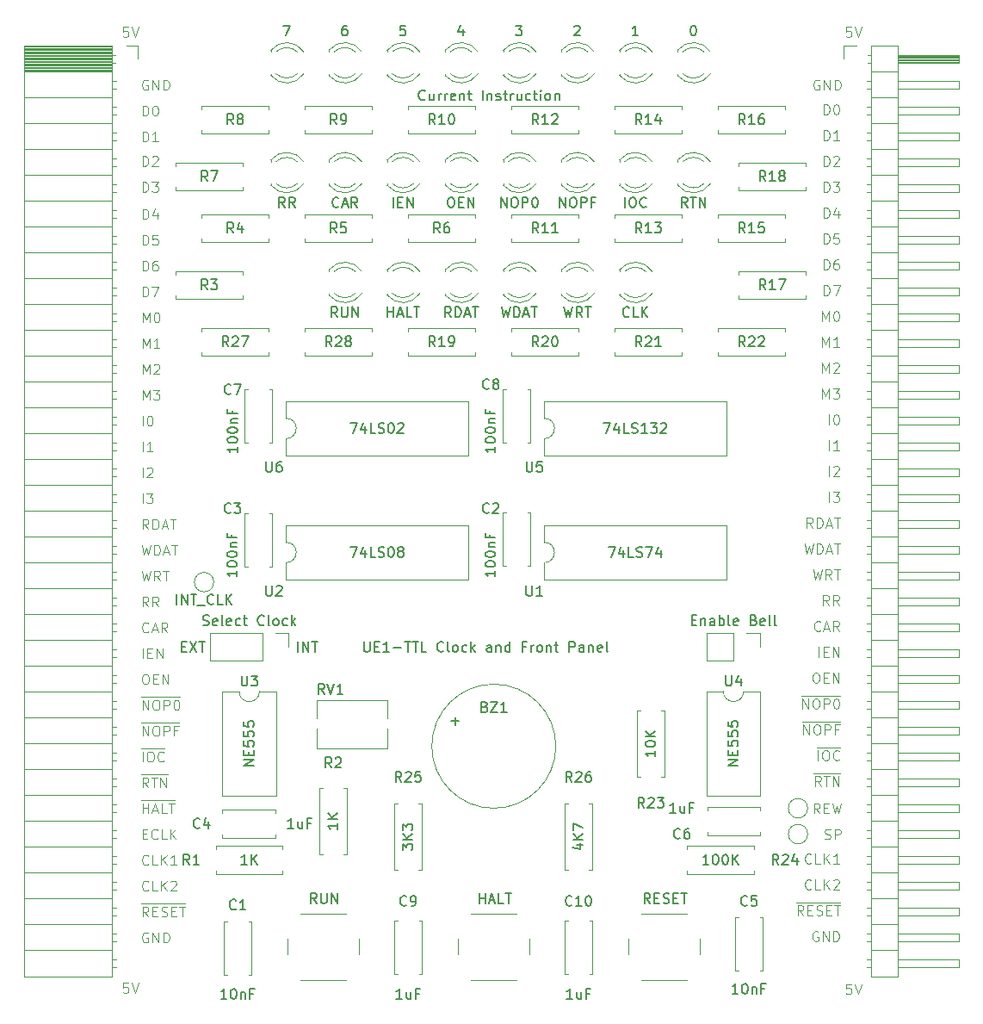
<source format=gto>
G04 #@! TF.GenerationSoftware,KiCad,Pcbnew,8.0.9-8.0.9-0~ubuntu22.04.1*
G04 #@! TF.CreationDate,2025-06-29T10:32:47+10:00*
G04 #@! TF.ProjectId,UE1-TTL-Clock,5545312d-5454-44c2-9d43-6c6f636b2e6b,rev?*
G04 #@! TF.SameCoordinates,Original*
G04 #@! TF.FileFunction,Legend,Top*
G04 #@! TF.FilePolarity,Positive*
%FSLAX46Y46*%
G04 Gerber Fmt 4.6, Leading zero omitted, Abs format (unit mm)*
G04 Created by KiCad (PCBNEW 8.0.9-8.0.9-0~ubuntu22.04.1) date 2025-06-29 10:32:47*
%MOMM*%
%LPD*%
G01*
G04 APERTURE LIST*
%ADD10C,0.100000*%
%ADD11C,0.150000*%
%ADD12C,0.200000*%
%ADD13C,0.120000*%
G04 APERTURE END LIST*
D10*
X92315312Y-107187419D02*
X91981979Y-106711228D01*
X91743884Y-107187419D02*
X91743884Y-106187419D01*
X91743884Y-106187419D02*
X92124836Y-106187419D01*
X92124836Y-106187419D02*
X92220074Y-106235038D01*
X92220074Y-106235038D02*
X92267693Y-106282657D01*
X92267693Y-106282657D02*
X92315312Y-106377895D01*
X92315312Y-106377895D02*
X92315312Y-106520752D01*
X92315312Y-106520752D02*
X92267693Y-106615990D01*
X92267693Y-106615990D02*
X92220074Y-106663609D01*
X92220074Y-106663609D02*
X92124836Y-106711228D01*
X92124836Y-106711228D02*
X91743884Y-106711228D01*
X93315312Y-107187419D02*
X92981979Y-106711228D01*
X92743884Y-107187419D02*
X92743884Y-106187419D01*
X92743884Y-106187419D02*
X93124836Y-106187419D01*
X93124836Y-106187419D02*
X93220074Y-106235038D01*
X93220074Y-106235038D02*
X93267693Y-106282657D01*
X93267693Y-106282657D02*
X93315312Y-106377895D01*
X93315312Y-106377895D02*
X93315312Y-106520752D01*
X93315312Y-106520752D02*
X93267693Y-106615990D01*
X93267693Y-106615990D02*
X93220074Y-106663609D01*
X93220074Y-106663609D02*
X93124836Y-106711228D01*
X93124836Y-106711228D02*
X92743884Y-106711228D01*
X91743884Y-94487419D02*
X91743884Y-93487419D01*
X92172455Y-93582657D02*
X92220074Y-93535038D01*
X92220074Y-93535038D02*
X92315312Y-93487419D01*
X92315312Y-93487419D02*
X92553407Y-93487419D01*
X92553407Y-93487419D02*
X92648645Y-93535038D01*
X92648645Y-93535038D02*
X92696264Y-93582657D01*
X92696264Y-93582657D02*
X92743883Y-93677895D01*
X92743883Y-93677895D02*
X92743883Y-93773133D01*
X92743883Y-93773133D02*
X92696264Y-93915990D01*
X92696264Y-93915990D02*
X92124836Y-94487419D01*
X92124836Y-94487419D02*
X92743883Y-94487419D01*
X91743884Y-61467419D02*
X91743884Y-60467419D01*
X91743884Y-60467419D02*
X91981979Y-60467419D01*
X91981979Y-60467419D02*
X92124836Y-60515038D01*
X92124836Y-60515038D02*
X92220074Y-60610276D01*
X92220074Y-60610276D02*
X92267693Y-60705514D01*
X92267693Y-60705514D02*
X92315312Y-60895990D01*
X92315312Y-60895990D02*
X92315312Y-61038847D01*
X92315312Y-61038847D02*
X92267693Y-61229323D01*
X92267693Y-61229323D02*
X92220074Y-61324561D01*
X92220074Y-61324561D02*
X92124836Y-61419800D01*
X92124836Y-61419800D02*
X91981979Y-61467419D01*
X91981979Y-61467419D02*
X91743884Y-61467419D01*
X93267693Y-61467419D02*
X92696265Y-61467419D01*
X92981979Y-61467419D02*
X92981979Y-60467419D01*
X92981979Y-60467419D02*
X92886741Y-60610276D01*
X92886741Y-60610276D02*
X92791503Y-60705514D01*
X92791503Y-60705514D02*
X92696265Y-60753133D01*
X91743884Y-127507419D02*
X91743884Y-126507419D01*
X91743884Y-126983609D02*
X92315312Y-126983609D01*
X92315312Y-127507419D02*
X92315312Y-126507419D01*
X92743884Y-127221704D02*
X93220074Y-127221704D01*
X92648646Y-127507419D02*
X92981979Y-126507419D01*
X92981979Y-126507419D02*
X93315312Y-127507419D01*
X94124836Y-127507419D02*
X93648646Y-127507419D01*
X93648646Y-127507419D02*
X93648646Y-126507419D01*
X94315313Y-126507419D02*
X94886741Y-126507419D01*
X94601027Y-127507419D02*
X94601027Y-126507419D01*
X91605789Y-126229800D02*
X94881980Y-126229800D01*
X91743884Y-74167419D02*
X91743884Y-73167419D01*
X91743884Y-73167419D02*
X91981979Y-73167419D01*
X91981979Y-73167419D02*
X92124836Y-73215038D01*
X92124836Y-73215038D02*
X92220074Y-73310276D01*
X92220074Y-73310276D02*
X92267693Y-73405514D01*
X92267693Y-73405514D02*
X92315312Y-73595990D01*
X92315312Y-73595990D02*
X92315312Y-73738847D01*
X92315312Y-73738847D02*
X92267693Y-73929323D01*
X92267693Y-73929323D02*
X92220074Y-74024561D01*
X92220074Y-74024561D02*
X92124836Y-74119800D01*
X92124836Y-74119800D02*
X91981979Y-74167419D01*
X91981979Y-74167419D02*
X91743884Y-74167419D01*
X93172455Y-73167419D02*
X92981979Y-73167419D01*
X92981979Y-73167419D02*
X92886741Y-73215038D01*
X92886741Y-73215038D02*
X92839122Y-73262657D01*
X92839122Y-73262657D02*
X92743884Y-73405514D01*
X92743884Y-73405514D02*
X92696265Y-73595990D01*
X92696265Y-73595990D02*
X92696265Y-73976942D01*
X92696265Y-73976942D02*
X92743884Y-74072180D01*
X92743884Y-74072180D02*
X92791503Y-74119800D01*
X92791503Y-74119800D02*
X92886741Y-74167419D01*
X92886741Y-74167419D02*
X93077217Y-74167419D01*
X93077217Y-74167419D02*
X93172455Y-74119800D01*
X93172455Y-74119800D02*
X93220074Y-74072180D01*
X93220074Y-74072180D02*
X93267693Y-73976942D01*
X93267693Y-73976942D02*
X93267693Y-73738847D01*
X93267693Y-73738847D02*
X93220074Y-73643609D01*
X93220074Y-73643609D02*
X93172455Y-73595990D01*
X93172455Y-73595990D02*
X93077217Y-73548371D01*
X93077217Y-73548371D02*
X92886741Y-73548371D01*
X92886741Y-73548371D02*
X92791503Y-73595990D01*
X92791503Y-73595990D02*
X92743884Y-73643609D01*
X92743884Y-73643609D02*
X92696265Y-73738847D01*
X91743884Y-89407419D02*
X91743884Y-88407419D01*
X92410550Y-88407419D02*
X92505788Y-88407419D01*
X92505788Y-88407419D02*
X92601026Y-88455038D01*
X92601026Y-88455038D02*
X92648645Y-88502657D01*
X92648645Y-88502657D02*
X92696264Y-88597895D01*
X92696264Y-88597895D02*
X92743883Y-88788371D01*
X92743883Y-88788371D02*
X92743883Y-89026466D01*
X92743883Y-89026466D02*
X92696264Y-89216942D01*
X92696264Y-89216942D02*
X92648645Y-89312180D01*
X92648645Y-89312180D02*
X92601026Y-89359800D01*
X92601026Y-89359800D02*
X92505788Y-89407419D01*
X92505788Y-89407419D02*
X92410550Y-89407419D01*
X92410550Y-89407419D02*
X92315312Y-89359800D01*
X92315312Y-89359800D02*
X92267693Y-89312180D01*
X92267693Y-89312180D02*
X92220074Y-89216942D01*
X92220074Y-89216942D02*
X92172455Y-89026466D01*
X92172455Y-89026466D02*
X92172455Y-88788371D01*
X92172455Y-88788371D02*
X92220074Y-88597895D01*
X92220074Y-88597895D02*
X92267693Y-88502657D01*
X92267693Y-88502657D02*
X92315312Y-88455038D01*
X92315312Y-88455038D02*
X92410550Y-88407419D01*
X91648646Y-103647419D02*
X91886741Y-104647419D01*
X91886741Y-104647419D02*
X92077217Y-103933133D01*
X92077217Y-103933133D02*
X92267693Y-104647419D01*
X92267693Y-104647419D02*
X92505789Y-103647419D01*
X93458169Y-104647419D02*
X93124836Y-104171228D01*
X92886741Y-104647419D02*
X92886741Y-103647419D01*
X92886741Y-103647419D02*
X93267693Y-103647419D01*
X93267693Y-103647419D02*
X93362931Y-103695038D01*
X93362931Y-103695038D02*
X93410550Y-103742657D01*
X93410550Y-103742657D02*
X93458169Y-103837895D01*
X93458169Y-103837895D02*
X93458169Y-103980752D01*
X93458169Y-103980752D02*
X93410550Y-104075990D01*
X93410550Y-104075990D02*
X93362931Y-104123609D01*
X93362931Y-104123609D02*
X93267693Y-104171228D01*
X93267693Y-104171228D02*
X92886741Y-104171228D01*
X93743884Y-103647419D02*
X94315312Y-103647419D01*
X94029598Y-104647419D02*
X94029598Y-103647419D01*
X159271734Y-107060419D02*
X158938401Y-106584228D01*
X158700306Y-107060419D02*
X158700306Y-106060419D01*
X158700306Y-106060419D02*
X159081258Y-106060419D01*
X159081258Y-106060419D02*
X159176496Y-106108038D01*
X159176496Y-106108038D02*
X159224115Y-106155657D01*
X159224115Y-106155657D02*
X159271734Y-106250895D01*
X159271734Y-106250895D02*
X159271734Y-106393752D01*
X159271734Y-106393752D02*
X159224115Y-106488990D01*
X159224115Y-106488990D02*
X159176496Y-106536609D01*
X159176496Y-106536609D02*
X159081258Y-106584228D01*
X159081258Y-106584228D02*
X158700306Y-106584228D01*
X160271734Y-107060419D02*
X159938401Y-106584228D01*
X159700306Y-107060419D02*
X159700306Y-106060419D01*
X159700306Y-106060419D02*
X160081258Y-106060419D01*
X160081258Y-106060419D02*
X160176496Y-106108038D01*
X160176496Y-106108038D02*
X160224115Y-106155657D01*
X160224115Y-106155657D02*
X160271734Y-106250895D01*
X160271734Y-106250895D02*
X160271734Y-106393752D01*
X160271734Y-106393752D02*
X160224115Y-106488990D01*
X160224115Y-106488990D02*
X160176496Y-106536609D01*
X160176496Y-106536609D02*
X160081258Y-106584228D01*
X160081258Y-106584228D02*
X159700306Y-106584228D01*
D11*
X140493714Y-51050819D02*
X139922286Y-51050819D01*
X140208000Y-51050819D02*
X140208000Y-50050819D01*
X140208000Y-50050819D02*
X140112762Y-50193676D01*
X140112762Y-50193676D02*
X140017524Y-50288914D01*
X140017524Y-50288914D02*
X139922286Y-50336533D01*
D10*
X158605068Y-84200419D02*
X158605068Y-83200419D01*
X158605068Y-83200419D02*
X158938401Y-83914704D01*
X158938401Y-83914704D02*
X159271734Y-83200419D01*
X159271734Y-83200419D02*
X159271734Y-84200419D01*
X159700306Y-83295657D02*
X159747925Y-83248038D01*
X159747925Y-83248038D02*
X159843163Y-83200419D01*
X159843163Y-83200419D02*
X160081258Y-83200419D01*
X160081258Y-83200419D02*
X160176496Y-83248038D01*
X160176496Y-83248038D02*
X160224115Y-83295657D01*
X160224115Y-83295657D02*
X160271734Y-83390895D01*
X160271734Y-83390895D02*
X160271734Y-83486133D01*
X160271734Y-83486133D02*
X160224115Y-83628990D01*
X160224115Y-83628990D02*
X159652687Y-84200419D01*
X159652687Y-84200419D02*
X160271734Y-84200419D01*
X159271735Y-89280419D02*
X159271735Y-88280419D01*
X159938401Y-88280419D02*
X160033639Y-88280419D01*
X160033639Y-88280419D02*
X160128877Y-88328038D01*
X160128877Y-88328038D02*
X160176496Y-88375657D01*
X160176496Y-88375657D02*
X160224115Y-88470895D01*
X160224115Y-88470895D02*
X160271734Y-88661371D01*
X160271734Y-88661371D02*
X160271734Y-88899466D01*
X160271734Y-88899466D02*
X160224115Y-89089942D01*
X160224115Y-89089942D02*
X160176496Y-89185180D01*
X160176496Y-89185180D02*
X160128877Y-89232800D01*
X160128877Y-89232800D02*
X160033639Y-89280419D01*
X160033639Y-89280419D02*
X159938401Y-89280419D01*
X159938401Y-89280419D02*
X159843163Y-89232800D01*
X159843163Y-89232800D02*
X159795544Y-89185180D01*
X159795544Y-89185180D02*
X159747925Y-89089942D01*
X159747925Y-89089942D02*
X159700306Y-88899466D01*
X159700306Y-88899466D02*
X159700306Y-88661371D01*
X159700306Y-88661371D02*
X159747925Y-88470895D01*
X159747925Y-88470895D02*
X159795544Y-88375657D01*
X159795544Y-88375657D02*
X159843163Y-88328038D01*
X159843163Y-88328038D02*
X159938401Y-88280419D01*
X91743884Y-97027419D02*
X91743884Y-96027419D01*
X92124836Y-96027419D02*
X92743883Y-96027419D01*
X92743883Y-96027419D02*
X92410550Y-96408371D01*
X92410550Y-96408371D02*
X92553407Y-96408371D01*
X92553407Y-96408371D02*
X92648645Y-96455990D01*
X92648645Y-96455990D02*
X92696264Y-96503609D01*
X92696264Y-96503609D02*
X92743883Y-96598847D01*
X92743883Y-96598847D02*
X92743883Y-96836942D01*
X92743883Y-96836942D02*
X92696264Y-96932180D01*
X92696264Y-96932180D02*
X92648645Y-96979800D01*
X92648645Y-96979800D02*
X92553407Y-97027419D01*
X92553407Y-97027419D02*
X92267693Y-97027419D01*
X92267693Y-97027419D02*
X92172455Y-96979800D01*
X92172455Y-96979800D02*
X92124836Y-96932180D01*
X91743884Y-63880419D02*
X91743884Y-62880419D01*
X91743884Y-62880419D02*
X91981979Y-62880419D01*
X91981979Y-62880419D02*
X92124836Y-62928038D01*
X92124836Y-62928038D02*
X92220074Y-63023276D01*
X92220074Y-63023276D02*
X92267693Y-63118514D01*
X92267693Y-63118514D02*
X92315312Y-63308990D01*
X92315312Y-63308990D02*
X92315312Y-63451847D01*
X92315312Y-63451847D02*
X92267693Y-63642323D01*
X92267693Y-63642323D02*
X92220074Y-63737561D01*
X92220074Y-63737561D02*
X92124836Y-63832800D01*
X92124836Y-63832800D02*
X91981979Y-63880419D01*
X91981979Y-63880419D02*
X91743884Y-63880419D01*
X92696265Y-62975657D02*
X92743884Y-62928038D01*
X92743884Y-62928038D02*
X92839122Y-62880419D01*
X92839122Y-62880419D02*
X93077217Y-62880419D01*
X93077217Y-62880419D02*
X93172455Y-62928038D01*
X93172455Y-62928038D02*
X93220074Y-62975657D01*
X93220074Y-62975657D02*
X93267693Y-63070895D01*
X93267693Y-63070895D02*
X93267693Y-63166133D01*
X93267693Y-63166133D02*
X93220074Y-63308990D01*
X93220074Y-63308990D02*
X92648646Y-63880419D01*
X92648646Y-63880419D02*
X93267693Y-63880419D01*
X91743884Y-86867419D02*
X91743884Y-85867419D01*
X91743884Y-85867419D02*
X92077217Y-86581704D01*
X92077217Y-86581704D02*
X92410550Y-85867419D01*
X92410550Y-85867419D02*
X92410550Y-86867419D01*
X92791503Y-85867419D02*
X93410550Y-85867419D01*
X93410550Y-85867419D02*
X93077217Y-86248371D01*
X93077217Y-86248371D02*
X93220074Y-86248371D01*
X93220074Y-86248371D02*
X93315312Y-86295990D01*
X93315312Y-86295990D02*
X93362931Y-86343609D01*
X93362931Y-86343609D02*
X93410550Y-86438847D01*
X93410550Y-86438847D02*
X93410550Y-86676942D01*
X93410550Y-86676942D02*
X93362931Y-86772180D01*
X93362931Y-86772180D02*
X93315312Y-86819800D01*
X93315312Y-86819800D02*
X93220074Y-86867419D01*
X93220074Y-86867419D02*
X92934360Y-86867419D01*
X92934360Y-86867419D02*
X92839122Y-86819800D01*
X92839122Y-86819800D02*
X92791503Y-86772180D01*
X91743884Y-129523609D02*
X92077217Y-129523609D01*
X92220074Y-130047419D02*
X91743884Y-130047419D01*
X91743884Y-130047419D02*
X91743884Y-129047419D01*
X91743884Y-129047419D02*
X92220074Y-129047419D01*
X93220074Y-129952180D02*
X93172455Y-129999800D01*
X93172455Y-129999800D02*
X93029598Y-130047419D01*
X93029598Y-130047419D02*
X92934360Y-130047419D01*
X92934360Y-130047419D02*
X92791503Y-129999800D01*
X92791503Y-129999800D02*
X92696265Y-129904561D01*
X92696265Y-129904561D02*
X92648646Y-129809323D01*
X92648646Y-129809323D02*
X92601027Y-129618847D01*
X92601027Y-129618847D02*
X92601027Y-129475990D01*
X92601027Y-129475990D02*
X92648646Y-129285514D01*
X92648646Y-129285514D02*
X92696265Y-129190276D01*
X92696265Y-129190276D02*
X92791503Y-129095038D01*
X92791503Y-129095038D02*
X92934360Y-129047419D01*
X92934360Y-129047419D02*
X93029598Y-129047419D01*
X93029598Y-129047419D02*
X93172455Y-129095038D01*
X93172455Y-129095038D02*
X93220074Y-129142657D01*
X94124836Y-130047419D02*
X93648646Y-130047419D01*
X93648646Y-130047419D02*
X93648646Y-129047419D01*
X94458170Y-130047419D02*
X94458170Y-129047419D01*
X95029598Y-130047419D02*
X94601027Y-129475990D01*
X95029598Y-129047419D02*
X94458170Y-129618847D01*
X159271735Y-96900419D02*
X159271735Y-95900419D01*
X159652687Y-95900419D02*
X160271734Y-95900419D01*
X160271734Y-95900419D02*
X159938401Y-96281371D01*
X159938401Y-96281371D02*
X160081258Y-96281371D01*
X160081258Y-96281371D02*
X160176496Y-96328990D01*
X160176496Y-96328990D02*
X160224115Y-96376609D01*
X160224115Y-96376609D02*
X160271734Y-96471847D01*
X160271734Y-96471847D02*
X160271734Y-96709942D01*
X160271734Y-96709942D02*
X160224115Y-96805180D01*
X160224115Y-96805180D02*
X160176496Y-96852800D01*
X160176496Y-96852800D02*
X160081258Y-96900419D01*
X160081258Y-96900419D02*
X159795544Y-96900419D01*
X159795544Y-96900419D02*
X159700306Y-96852800D01*
X159700306Y-96852800D02*
X159652687Y-96805180D01*
X91934360Y-113807419D02*
X92124836Y-113807419D01*
X92124836Y-113807419D02*
X92220074Y-113855038D01*
X92220074Y-113855038D02*
X92315312Y-113950276D01*
X92315312Y-113950276D02*
X92362931Y-114140752D01*
X92362931Y-114140752D02*
X92362931Y-114474085D01*
X92362931Y-114474085D02*
X92315312Y-114664561D01*
X92315312Y-114664561D02*
X92220074Y-114759800D01*
X92220074Y-114759800D02*
X92124836Y-114807419D01*
X92124836Y-114807419D02*
X91934360Y-114807419D01*
X91934360Y-114807419D02*
X91839122Y-114759800D01*
X91839122Y-114759800D02*
X91743884Y-114664561D01*
X91743884Y-114664561D02*
X91696265Y-114474085D01*
X91696265Y-114474085D02*
X91696265Y-114140752D01*
X91696265Y-114140752D02*
X91743884Y-113950276D01*
X91743884Y-113950276D02*
X91839122Y-113855038D01*
X91839122Y-113855038D02*
X91934360Y-113807419D01*
X92791503Y-114283609D02*
X93124836Y-114283609D01*
X93267693Y-114807419D02*
X92791503Y-114807419D01*
X92791503Y-114807419D02*
X92791503Y-113807419D01*
X92791503Y-113807419D02*
X93267693Y-113807419D01*
X93696265Y-114807419D02*
X93696265Y-113807419D01*
X93696265Y-113807419D02*
X94267693Y-114807419D01*
X94267693Y-114807419D02*
X94267693Y-113807419D01*
X158747925Y-74040419D02*
X158747925Y-73040419D01*
X158747925Y-73040419D02*
X158986020Y-73040419D01*
X158986020Y-73040419D02*
X159128877Y-73088038D01*
X159128877Y-73088038D02*
X159224115Y-73183276D01*
X159224115Y-73183276D02*
X159271734Y-73278514D01*
X159271734Y-73278514D02*
X159319353Y-73468990D01*
X159319353Y-73468990D02*
X159319353Y-73611847D01*
X159319353Y-73611847D02*
X159271734Y-73802323D01*
X159271734Y-73802323D02*
X159224115Y-73897561D01*
X159224115Y-73897561D02*
X159128877Y-73992800D01*
X159128877Y-73992800D02*
X158986020Y-74040419D01*
X158986020Y-74040419D02*
X158747925Y-74040419D01*
X160176496Y-73040419D02*
X159986020Y-73040419D01*
X159986020Y-73040419D02*
X159890782Y-73088038D01*
X159890782Y-73088038D02*
X159843163Y-73135657D01*
X159843163Y-73135657D02*
X159747925Y-73278514D01*
X159747925Y-73278514D02*
X159700306Y-73468990D01*
X159700306Y-73468990D02*
X159700306Y-73849942D01*
X159700306Y-73849942D02*
X159747925Y-73945180D01*
X159747925Y-73945180D02*
X159795544Y-73992800D01*
X159795544Y-73992800D02*
X159890782Y-74040419D01*
X159890782Y-74040419D02*
X160081258Y-74040419D01*
X160081258Y-74040419D02*
X160176496Y-73992800D01*
X160176496Y-73992800D02*
X160224115Y-73945180D01*
X160224115Y-73945180D02*
X160271734Y-73849942D01*
X160271734Y-73849942D02*
X160271734Y-73611847D01*
X160271734Y-73611847D02*
X160224115Y-73516609D01*
X160224115Y-73516609D02*
X160176496Y-73468990D01*
X160176496Y-73468990D02*
X160081258Y-73421371D01*
X160081258Y-73421371D02*
X159890782Y-73421371D01*
X159890782Y-73421371D02*
X159795544Y-73468990D01*
X159795544Y-73468990D02*
X159747925Y-73516609D01*
X159747925Y-73516609D02*
X159700306Y-73611847D01*
X157509829Y-132365180D02*
X157462210Y-132412800D01*
X157462210Y-132412800D02*
X157319353Y-132460419D01*
X157319353Y-132460419D02*
X157224115Y-132460419D01*
X157224115Y-132460419D02*
X157081258Y-132412800D01*
X157081258Y-132412800D02*
X156986020Y-132317561D01*
X156986020Y-132317561D02*
X156938401Y-132222323D01*
X156938401Y-132222323D02*
X156890782Y-132031847D01*
X156890782Y-132031847D02*
X156890782Y-131888990D01*
X156890782Y-131888990D02*
X156938401Y-131698514D01*
X156938401Y-131698514D02*
X156986020Y-131603276D01*
X156986020Y-131603276D02*
X157081258Y-131508038D01*
X157081258Y-131508038D02*
X157224115Y-131460419D01*
X157224115Y-131460419D02*
X157319353Y-131460419D01*
X157319353Y-131460419D02*
X157462210Y-131508038D01*
X157462210Y-131508038D02*
X157509829Y-131555657D01*
X158414591Y-132460419D02*
X157938401Y-132460419D01*
X157938401Y-132460419D02*
X157938401Y-131460419D01*
X158747925Y-132460419D02*
X158747925Y-131460419D01*
X159319353Y-132460419D02*
X158890782Y-131888990D01*
X159319353Y-131460419D02*
X158747925Y-132031847D01*
X160271734Y-132460419D02*
X159700306Y-132460419D01*
X159986020Y-132460419D02*
X159986020Y-131460419D01*
X159986020Y-131460419D02*
X159890782Y-131603276D01*
X159890782Y-131603276D02*
X159795544Y-131698514D01*
X159795544Y-131698514D02*
X159700306Y-131746133D01*
X91648646Y-101107419D02*
X91886741Y-102107419D01*
X91886741Y-102107419D02*
X92077217Y-101393133D01*
X92077217Y-101393133D02*
X92267693Y-102107419D01*
X92267693Y-102107419D02*
X92505789Y-101107419D01*
X92886741Y-102107419D02*
X92886741Y-101107419D01*
X92886741Y-101107419D02*
X93124836Y-101107419D01*
X93124836Y-101107419D02*
X93267693Y-101155038D01*
X93267693Y-101155038D02*
X93362931Y-101250276D01*
X93362931Y-101250276D02*
X93410550Y-101345514D01*
X93410550Y-101345514D02*
X93458169Y-101535990D01*
X93458169Y-101535990D02*
X93458169Y-101678847D01*
X93458169Y-101678847D02*
X93410550Y-101869323D01*
X93410550Y-101869323D02*
X93362931Y-101964561D01*
X93362931Y-101964561D02*
X93267693Y-102059800D01*
X93267693Y-102059800D02*
X93124836Y-102107419D01*
X93124836Y-102107419D02*
X92886741Y-102107419D01*
X93839122Y-101821704D02*
X94315312Y-101821704D01*
X93743884Y-102107419D02*
X94077217Y-101107419D01*
X94077217Y-101107419D02*
X94410550Y-102107419D01*
X94601027Y-101107419D02*
X95172455Y-101107419D01*
X94886741Y-102107419D02*
X94886741Y-101107419D01*
X158747925Y-68960419D02*
X158747925Y-67960419D01*
X158747925Y-67960419D02*
X158986020Y-67960419D01*
X158986020Y-67960419D02*
X159128877Y-68008038D01*
X159128877Y-68008038D02*
X159224115Y-68103276D01*
X159224115Y-68103276D02*
X159271734Y-68198514D01*
X159271734Y-68198514D02*
X159319353Y-68388990D01*
X159319353Y-68388990D02*
X159319353Y-68531847D01*
X159319353Y-68531847D02*
X159271734Y-68722323D01*
X159271734Y-68722323D02*
X159224115Y-68817561D01*
X159224115Y-68817561D02*
X159128877Y-68912800D01*
X159128877Y-68912800D02*
X158986020Y-68960419D01*
X158986020Y-68960419D02*
X158747925Y-68960419D01*
X160176496Y-68293752D02*
X160176496Y-68960419D01*
X159938401Y-67912800D02*
X159700306Y-68627085D01*
X159700306Y-68627085D02*
X160319353Y-68627085D01*
X158747925Y-63880419D02*
X158747925Y-62880419D01*
X158747925Y-62880419D02*
X158986020Y-62880419D01*
X158986020Y-62880419D02*
X159128877Y-62928038D01*
X159128877Y-62928038D02*
X159224115Y-63023276D01*
X159224115Y-63023276D02*
X159271734Y-63118514D01*
X159271734Y-63118514D02*
X159319353Y-63308990D01*
X159319353Y-63308990D02*
X159319353Y-63451847D01*
X159319353Y-63451847D02*
X159271734Y-63642323D01*
X159271734Y-63642323D02*
X159224115Y-63737561D01*
X159224115Y-63737561D02*
X159128877Y-63832800D01*
X159128877Y-63832800D02*
X158986020Y-63880419D01*
X158986020Y-63880419D02*
X158747925Y-63880419D01*
X159700306Y-62975657D02*
X159747925Y-62928038D01*
X159747925Y-62928038D02*
X159843163Y-62880419D01*
X159843163Y-62880419D02*
X160081258Y-62880419D01*
X160081258Y-62880419D02*
X160176496Y-62928038D01*
X160176496Y-62928038D02*
X160224115Y-62975657D01*
X160224115Y-62975657D02*
X160271734Y-63070895D01*
X160271734Y-63070895D02*
X160271734Y-63166133D01*
X160271734Y-63166133D02*
X160224115Y-63308990D01*
X160224115Y-63308990D02*
X159652687Y-63880419D01*
X159652687Y-63880419D02*
X160271734Y-63880419D01*
X91743884Y-71627419D02*
X91743884Y-70627419D01*
X91743884Y-70627419D02*
X91981979Y-70627419D01*
X91981979Y-70627419D02*
X92124836Y-70675038D01*
X92124836Y-70675038D02*
X92220074Y-70770276D01*
X92220074Y-70770276D02*
X92267693Y-70865514D01*
X92267693Y-70865514D02*
X92315312Y-71055990D01*
X92315312Y-71055990D02*
X92315312Y-71198847D01*
X92315312Y-71198847D02*
X92267693Y-71389323D01*
X92267693Y-71389323D02*
X92220074Y-71484561D01*
X92220074Y-71484561D02*
X92124836Y-71579800D01*
X92124836Y-71579800D02*
X91981979Y-71627419D01*
X91981979Y-71627419D02*
X91743884Y-71627419D01*
X93220074Y-70627419D02*
X92743884Y-70627419D01*
X92743884Y-70627419D02*
X92696265Y-71103609D01*
X92696265Y-71103609D02*
X92743884Y-71055990D01*
X92743884Y-71055990D02*
X92839122Y-71008371D01*
X92839122Y-71008371D02*
X93077217Y-71008371D01*
X93077217Y-71008371D02*
X93172455Y-71055990D01*
X93172455Y-71055990D02*
X93220074Y-71103609D01*
X93220074Y-71103609D02*
X93267693Y-71198847D01*
X93267693Y-71198847D02*
X93267693Y-71436942D01*
X93267693Y-71436942D02*
X93220074Y-71532180D01*
X93220074Y-71532180D02*
X93172455Y-71579800D01*
X93172455Y-71579800D02*
X93077217Y-71627419D01*
X93077217Y-71627419D02*
X92839122Y-71627419D01*
X92839122Y-71627419D02*
X92743884Y-71579800D01*
X92743884Y-71579800D02*
X92696265Y-71532180D01*
X158176497Y-122300419D02*
X158176497Y-121300419D01*
X158843163Y-121300419D02*
X159033639Y-121300419D01*
X159033639Y-121300419D02*
X159128877Y-121348038D01*
X159128877Y-121348038D02*
X159224115Y-121443276D01*
X159224115Y-121443276D02*
X159271734Y-121633752D01*
X159271734Y-121633752D02*
X159271734Y-121967085D01*
X159271734Y-121967085D02*
X159224115Y-122157561D01*
X159224115Y-122157561D02*
X159128877Y-122252800D01*
X159128877Y-122252800D02*
X159033639Y-122300419D01*
X159033639Y-122300419D02*
X158843163Y-122300419D01*
X158843163Y-122300419D02*
X158747925Y-122252800D01*
X158747925Y-122252800D02*
X158652687Y-122157561D01*
X158652687Y-122157561D02*
X158605068Y-121967085D01*
X158605068Y-121967085D02*
X158605068Y-121633752D01*
X158605068Y-121633752D02*
X158652687Y-121443276D01*
X158652687Y-121443276D02*
X158747925Y-121348038D01*
X158747925Y-121348038D02*
X158843163Y-121300419D01*
X160271734Y-122205180D02*
X160224115Y-122252800D01*
X160224115Y-122252800D02*
X160081258Y-122300419D01*
X160081258Y-122300419D02*
X159986020Y-122300419D01*
X159986020Y-122300419D02*
X159843163Y-122252800D01*
X159843163Y-122252800D02*
X159747925Y-122157561D01*
X159747925Y-122157561D02*
X159700306Y-122062323D01*
X159700306Y-122062323D02*
X159652687Y-121871847D01*
X159652687Y-121871847D02*
X159652687Y-121728990D01*
X159652687Y-121728990D02*
X159700306Y-121538514D01*
X159700306Y-121538514D02*
X159747925Y-121443276D01*
X159747925Y-121443276D02*
X159843163Y-121348038D01*
X159843163Y-121348038D02*
X159986020Y-121300419D01*
X159986020Y-121300419D02*
X160081258Y-121300419D01*
X160081258Y-121300419D02*
X160224115Y-121348038D01*
X160224115Y-121348038D02*
X160271734Y-121395657D01*
X158038402Y-121022800D02*
X160362211Y-121022800D01*
D11*
X145875381Y-50050819D02*
X145970619Y-50050819D01*
X145970619Y-50050819D02*
X146065857Y-50098438D01*
X146065857Y-50098438D02*
X146113476Y-50146057D01*
X146113476Y-50146057D02*
X146161095Y-50241295D01*
X146161095Y-50241295D02*
X146208714Y-50431771D01*
X146208714Y-50431771D02*
X146208714Y-50669866D01*
X146208714Y-50669866D02*
X146161095Y-50860342D01*
X146161095Y-50860342D02*
X146113476Y-50955580D01*
X146113476Y-50955580D02*
X146065857Y-51003200D01*
X146065857Y-51003200D02*
X145970619Y-51050819D01*
X145970619Y-51050819D02*
X145875381Y-51050819D01*
X145875381Y-51050819D02*
X145780143Y-51003200D01*
X145780143Y-51003200D02*
X145732524Y-50955580D01*
X145732524Y-50955580D02*
X145684905Y-50860342D01*
X145684905Y-50860342D02*
X145637286Y-50669866D01*
X145637286Y-50669866D02*
X145637286Y-50431771D01*
X145637286Y-50431771D02*
X145684905Y-50241295D01*
X145684905Y-50241295D02*
X145732524Y-50146057D01*
X145732524Y-50146057D02*
X145780143Y-50098438D01*
X145780143Y-50098438D02*
X145875381Y-50050819D01*
D10*
X161435074Y-50180419D02*
X160958884Y-50180419D01*
X160958884Y-50180419D02*
X160911265Y-50656609D01*
X160911265Y-50656609D02*
X160958884Y-50608990D01*
X160958884Y-50608990D02*
X161054122Y-50561371D01*
X161054122Y-50561371D02*
X161292217Y-50561371D01*
X161292217Y-50561371D02*
X161387455Y-50608990D01*
X161387455Y-50608990D02*
X161435074Y-50656609D01*
X161435074Y-50656609D02*
X161482693Y-50751847D01*
X161482693Y-50751847D02*
X161482693Y-50989942D01*
X161482693Y-50989942D02*
X161435074Y-51085180D01*
X161435074Y-51085180D02*
X161387455Y-51132800D01*
X161387455Y-51132800D02*
X161292217Y-51180419D01*
X161292217Y-51180419D02*
X161054122Y-51180419D01*
X161054122Y-51180419D02*
X160958884Y-51132800D01*
X160958884Y-51132800D02*
X160911265Y-51085180D01*
X161768408Y-50180419D02*
X162101741Y-51180419D01*
X162101741Y-51180419D02*
X162435074Y-50180419D01*
X158747925Y-76580419D02*
X158747925Y-75580419D01*
X158747925Y-75580419D02*
X158986020Y-75580419D01*
X158986020Y-75580419D02*
X159128877Y-75628038D01*
X159128877Y-75628038D02*
X159224115Y-75723276D01*
X159224115Y-75723276D02*
X159271734Y-75818514D01*
X159271734Y-75818514D02*
X159319353Y-76008990D01*
X159319353Y-76008990D02*
X159319353Y-76151847D01*
X159319353Y-76151847D02*
X159271734Y-76342323D01*
X159271734Y-76342323D02*
X159224115Y-76437561D01*
X159224115Y-76437561D02*
X159128877Y-76532800D01*
X159128877Y-76532800D02*
X158986020Y-76580419D01*
X158986020Y-76580419D02*
X158747925Y-76580419D01*
X159652687Y-75580419D02*
X160319353Y-75580419D01*
X160319353Y-75580419D02*
X159890782Y-76580419D01*
X92315312Y-135032180D02*
X92267693Y-135079800D01*
X92267693Y-135079800D02*
X92124836Y-135127419D01*
X92124836Y-135127419D02*
X92029598Y-135127419D01*
X92029598Y-135127419D02*
X91886741Y-135079800D01*
X91886741Y-135079800D02*
X91791503Y-134984561D01*
X91791503Y-134984561D02*
X91743884Y-134889323D01*
X91743884Y-134889323D02*
X91696265Y-134698847D01*
X91696265Y-134698847D02*
X91696265Y-134555990D01*
X91696265Y-134555990D02*
X91743884Y-134365514D01*
X91743884Y-134365514D02*
X91791503Y-134270276D01*
X91791503Y-134270276D02*
X91886741Y-134175038D01*
X91886741Y-134175038D02*
X92029598Y-134127419D01*
X92029598Y-134127419D02*
X92124836Y-134127419D01*
X92124836Y-134127419D02*
X92267693Y-134175038D01*
X92267693Y-134175038D02*
X92315312Y-134222657D01*
X93220074Y-135127419D02*
X92743884Y-135127419D01*
X92743884Y-135127419D02*
X92743884Y-134127419D01*
X93553408Y-135127419D02*
X93553408Y-134127419D01*
X94124836Y-135127419D02*
X93696265Y-134555990D01*
X94124836Y-134127419D02*
X93553408Y-134698847D01*
X94505789Y-134222657D02*
X94553408Y-134175038D01*
X94553408Y-134175038D02*
X94648646Y-134127419D01*
X94648646Y-134127419D02*
X94886741Y-134127419D01*
X94886741Y-134127419D02*
X94981979Y-134175038D01*
X94981979Y-134175038D02*
X95029598Y-134222657D01*
X95029598Y-134222657D02*
X95077217Y-134317895D01*
X95077217Y-134317895D02*
X95077217Y-134413133D01*
X95077217Y-134413133D02*
X95029598Y-134555990D01*
X95029598Y-134555990D02*
X94458170Y-135127419D01*
X94458170Y-135127419D02*
X95077217Y-135127419D01*
X91743884Y-91947419D02*
X91743884Y-90947419D01*
X92743883Y-91947419D02*
X92172455Y-91947419D01*
X92458169Y-91947419D02*
X92458169Y-90947419D01*
X92458169Y-90947419D02*
X92362931Y-91090276D01*
X92362931Y-91090276D02*
X92267693Y-91185514D01*
X92267693Y-91185514D02*
X92172455Y-91233133D01*
X158351115Y-127507419D02*
X158017782Y-127031228D01*
X157779687Y-127507419D02*
X157779687Y-126507419D01*
X157779687Y-126507419D02*
X158160639Y-126507419D01*
X158160639Y-126507419D02*
X158255877Y-126555038D01*
X158255877Y-126555038D02*
X158303496Y-126602657D01*
X158303496Y-126602657D02*
X158351115Y-126697895D01*
X158351115Y-126697895D02*
X158351115Y-126840752D01*
X158351115Y-126840752D02*
X158303496Y-126935990D01*
X158303496Y-126935990D02*
X158255877Y-126983609D01*
X158255877Y-126983609D02*
X158160639Y-127031228D01*
X158160639Y-127031228D02*
X157779687Y-127031228D01*
X158779687Y-126983609D02*
X159113020Y-126983609D01*
X159255877Y-127507419D02*
X158779687Y-127507419D01*
X158779687Y-127507419D02*
X158779687Y-126507419D01*
X158779687Y-126507419D02*
X159255877Y-126507419D01*
X159589211Y-126507419D02*
X159827306Y-127507419D01*
X159827306Y-127507419D02*
X160017782Y-126793133D01*
X160017782Y-126793133D02*
X160208258Y-127507419D01*
X160208258Y-127507419D02*
X160446354Y-126507419D01*
X92267693Y-55435038D02*
X92172455Y-55387419D01*
X92172455Y-55387419D02*
X92029598Y-55387419D01*
X92029598Y-55387419D02*
X91886741Y-55435038D01*
X91886741Y-55435038D02*
X91791503Y-55530276D01*
X91791503Y-55530276D02*
X91743884Y-55625514D01*
X91743884Y-55625514D02*
X91696265Y-55815990D01*
X91696265Y-55815990D02*
X91696265Y-55958847D01*
X91696265Y-55958847D02*
X91743884Y-56149323D01*
X91743884Y-56149323D02*
X91791503Y-56244561D01*
X91791503Y-56244561D02*
X91886741Y-56339800D01*
X91886741Y-56339800D02*
X92029598Y-56387419D01*
X92029598Y-56387419D02*
X92124836Y-56387419D01*
X92124836Y-56387419D02*
X92267693Y-56339800D01*
X92267693Y-56339800D02*
X92315312Y-56292180D01*
X92315312Y-56292180D02*
X92315312Y-55958847D01*
X92315312Y-55958847D02*
X92124836Y-55958847D01*
X92743884Y-56387419D02*
X92743884Y-55387419D01*
X92743884Y-55387419D02*
X93315312Y-56387419D01*
X93315312Y-56387419D02*
X93315312Y-55387419D01*
X93791503Y-56387419D02*
X93791503Y-55387419D01*
X93791503Y-55387419D02*
X94029598Y-55387419D01*
X94029598Y-55387419D02*
X94172455Y-55435038D01*
X94172455Y-55435038D02*
X94267693Y-55530276D01*
X94267693Y-55530276D02*
X94315312Y-55625514D01*
X94315312Y-55625514D02*
X94362931Y-55815990D01*
X94362931Y-55815990D02*
X94362931Y-55958847D01*
X94362931Y-55958847D02*
X94315312Y-56149323D01*
X94315312Y-56149323D02*
X94267693Y-56244561D01*
X94267693Y-56244561D02*
X94172455Y-56339800D01*
X94172455Y-56339800D02*
X94029598Y-56387419D01*
X94029598Y-56387419D02*
X93791503Y-56387419D01*
D11*
X119526207Y-57305580D02*
X119478588Y-57353200D01*
X119478588Y-57353200D02*
X119335731Y-57400819D01*
X119335731Y-57400819D02*
X119240493Y-57400819D01*
X119240493Y-57400819D02*
X119097636Y-57353200D01*
X119097636Y-57353200D02*
X119002398Y-57257961D01*
X119002398Y-57257961D02*
X118954779Y-57162723D01*
X118954779Y-57162723D02*
X118907160Y-56972247D01*
X118907160Y-56972247D02*
X118907160Y-56829390D01*
X118907160Y-56829390D02*
X118954779Y-56638914D01*
X118954779Y-56638914D02*
X119002398Y-56543676D01*
X119002398Y-56543676D02*
X119097636Y-56448438D01*
X119097636Y-56448438D02*
X119240493Y-56400819D01*
X119240493Y-56400819D02*
X119335731Y-56400819D01*
X119335731Y-56400819D02*
X119478588Y-56448438D01*
X119478588Y-56448438D02*
X119526207Y-56496057D01*
X120383350Y-56734152D02*
X120383350Y-57400819D01*
X119954779Y-56734152D02*
X119954779Y-57257961D01*
X119954779Y-57257961D02*
X120002398Y-57353200D01*
X120002398Y-57353200D02*
X120097636Y-57400819D01*
X120097636Y-57400819D02*
X120240493Y-57400819D01*
X120240493Y-57400819D02*
X120335731Y-57353200D01*
X120335731Y-57353200D02*
X120383350Y-57305580D01*
X120859541Y-57400819D02*
X120859541Y-56734152D01*
X120859541Y-56924628D02*
X120907160Y-56829390D01*
X120907160Y-56829390D02*
X120954779Y-56781771D01*
X120954779Y-56781771D02*
X121050017Y-56734152D01*
X121050017Y-56734152D02*
X121145255Y-56734152D01*
X121478589Y-57400819D02*
X121478589Y-56734152D01*
X121478589Y-56924628D02*
X121526208Y-56829390D01*
X121526208Y-56829390D02*
X121573827Y-56781771D01*
X121573827Y-56781771D02*
X121669065Y-56734152D01*
X121669065Y-56734152D02*
X121764303Y-56734152D01*
X122478589Y-57353200D02*
X122383351Y-57400819D01*
X122383351Y-57400819D02*
X122192875Y-57400819D01*
X122192875Y-57400819D02*
X122097637Y-57353200D01*
X122097637Y-57353200D02*
X122050018Y-57257961D01*
X122050018Y-57257961D02*
X122050018Y-56877009D01*
X122050018Y-56877009D02*
X122097637Y-56781771D01*
X122097637Y-56781771D02*
X122192875Y-56734152D01*
X122192875Y-56734152D02*
X122383351Y-56734152D01*
X122383351Y-56734152D02*
X122478589Y-56781771D01*
X122478589Y-56781771D02*
X122526208Y-56877009D01*
X122526208Y-56877009D02*
X122526208Y-56972247D01*
X122526208Y-56972247D02*
X122050018Y-57067485D01*
X122954780Y-56734152D02*
X122954780Y-57400819D01*
X122954780Y-56829390D02*
X123002399Y-56781771D01*
X123002399Y-56781771D02*
X123097637Y-56734152D01*
X123097637Y-56734152D02*
X123240494Y-56734152D01*
X123240494Y-56734152D02*
X123335732Y-56781771D01*
X123335732Y-56781771D02*
X123383351Y-56877009D01*
X123383351Y-56877009D02*
X123383351Y-57400819D01*
X123716685Y-56734152D02*
X124097637Y-56734152D01*
X123859542Y-56400819D02*
X123859542Y-57257961D01*
X123859542Y-57257961D02*
X123907161Y-57353200D01*
X123907161Y-57353200D02*
X124002399Y-57400819D01*
X124002399Y-57400819D02*
X124097637Y-57400819D01*
X125192876Y-57400819D02*
X125192876Y-56400819D01*
X125669066Y-56734152D02*
X125669066Y-57400819D01*
X125669066Y-56829390D02*
X125716685Y-56781771D01*
X125716685Y-56781771D02*
X125811923Y-56734152D01*
X125811923Y-56734152D02*
X125954780Y-56734152D01*
X125954780Y-56734152D02*
X126050018Y-56781771D01*
X126050018Y-56781771D02*
X126097637Y-56877009D01*
X126097637Y-56877009D02*
X126097637Y-57400819D01*
X126526209Y-57353200D02*
X126621447Y-57400819D01*
X126621447Y-57400819D02*
X126811923Y-57400819D01*
X126811923Y-57400819D02*
X126907161Y-57353200D01*
X126907161Y-57353200D02*
X126954780Y-57257961D01*
X126954780Y-57257961D02*
X126954780Y-57210342D01*
X126954780Y-57210342D02*
X126907161Y-57115104D01*
X126907161Y-57115104D02*
X126811923Y-57067485D01*
X126811923Y-57067485D02*
X126669066Y-57067485D01*
X126669066Y-57067485D02*
X126573828Y-57019866D01*
X126573828Y-57019866D02*
X126526209Y-56924628D01*
X126526209Y-56924628D02*
X126526209Y-56877009D01*
X126526209Y-56877009D02*
X126573828Y-56781771D01*
X126573828Y-56781771D02*
X126669066Y-56734152D01*
X126669066Y-56734152D02*
X126811923Y-56734152D01*
X126811923Y-56734152D02*
X126907161Y-56781771D01*
X127240495Y-56734152D02*
X127621447Y-56734152D01*
X127383352Y-56400819D02*
X127383352Y-57257961D01*
X127383352Y-57257961D02*
X127430971Y-57353200D01*
X127430971Y-57353200D02*
X127526209Y-57400819D01*
X127526209Y-57400819D02*
X127621447Y-57400819D01*
X127954781Y-57400819D02*
X127954781Y-56734152D01*
X127954781Y-56924628D02*
X128002400Y-56829390D01*
X128002400Y-56829390D02*
X128050019Y-56781771D01*
X128050019Y-56781771D02*
X128145257Y-56734152D01*
X128145257Y-56734152D02*
X128240495Y-56734152D01*
X129002400Y-56734152D02*
X129002400Y-57400819D01*
X128573829Y-56734152D02*
X128573829Y-57257961D01*
X128573829Y-57257961D02*
X128621448Y-57353200D01*
X128621448Y-57353200D02*
X128716686Y-57400819D01*
X128716686Y-57400819D02*
X128859543Y-57400819D01*
X128859543Y-57400819D02*
X128954781Y-57353200D01*
X128954781Y-57353200D02*
X129002400Y-57305580D01*
X129907162Y-57353200D02*
X129811924Y-57400819D01*
X129811924Y-57400819D02*
X129621448Y-57400819D01*
X129621448Y-57400819D02*
X129526210Y-57353200D01*
X129526210Y-57353200D02*
X129478591Y-57305580D01*
X129478591Y-57305580D02*
X129430972Y-57210342D01*
X129430972Y-57210342D02*
X129430972Y-56924628D01*
X129430972Y-56924628D02*
X129478591Y-56829390D01*
X129478591Y-56829390D02*
X129526210Y-56781771D01*
X129526210Y-56781771D02*
X129621448Y-56734152D01*
X129621448Y-56734152D02*
X129811924Y-56734152D01*
X129811924Y-56734152D02*
X129907162Y-56781771D01*
X130192877Y-56734152D02*
X130573829Y-56734152D01*
X130335734Y-56400819D02*
X130335734Y-57257961D01*
X130335734Y-57257961D02*
X130383353Y-57353200D01*
X130383353Y-57353200D02*
X130478591Y-57400819D01*
X130478591Y-57400819D02*
X130573829Y-57400819D01*
X130907163Y-57400819D02*
X130907163Y-56734152D01*
X130907163Y-56400819D02*
X130859544Y-56448438D01*
X130859544Y-56448438D02*
X130907163Y-56496057D01*
X130907163Y-56496057D02*
X130954782Y-56448438D01*
X130954782Y-56448438D02*
X130907163Y-56400819D01*
X130907163Y-56400819D02*
X130907163Y-56496057D01*
X131526210Y-57400819D02*
X131430972Y-57353200D01*
X131430972Y-57353200D02*
X131383353Y-57305580D01*
X131383353Y-57305580D02*
X131335734Y-57210342D01*
X131335734Y-57210342D02*
X131335734Y-56924628D01*
X131335734Y-56924628D02*
X131383353Y-56829390D01*
X131383353Y-56829390D02*
X131430972Y-56781771D01*
X131430972Y-56781771D02*
X131526210Y-56734152D01*
X131526210Y-56734152D02*
X131669067Y-56734152D01*
X131669067Y-56734152D02*
X131764305Y-56781771D01*
X131764305Y-56781771D02*
X131811924Y-56829390D01*
X131811924Y-56829390D02*
X131859543Y-56924628D01*
X131859543Y-56924628D02*
X131859543Y-57210342D01*
X131859543Y-57210342D02*
X131811924Y-57305580D01*
X131811924Y-57305580D02*
X131764305Y-57353200D01*
X131764305Y-57353200D02*
X131669067Y-57400819D01*
X131669067Y-57400819D02*
X131526210Y-57400819D01*
X132288115Y-56734152D02*
X132288115Y-57400819D01*
X132288115Y-56829390D02*
X132335734Y-56781771D01*
X132335734Y-56781771D02*
X132430972Y-56734152D01*
X132430972Y-56734152D02*
X132573829Y-56734152D01*
X132573829Y-56734152D02*
X132669067Y-56781771D01*
X132669067Y-56781771D02*
X132716686Y-56877009D01*
X132716686Y-56877009D02*
X132716686Y-57400819D01*
D10*
X158414591Y-109505180D02*
X158366972Y-109552800D01*
X158366972Y-109552800D02*
X158224115Y-109600419D01*
X158224115Y-109600419D02*
X158128877Y-109600419D01*
X158128877Y-109600419D02*
X157986020Y-109552800D01*
X157986020Y-109552800D02*
X157890782Y-109457561D01*
X157890782Y-109457561D02*
X157843163Y-109362323D01*
X157843163Y-109362323D02*
X157795544Y-109171847D01*
X157795544Y-109171847D02*
X157795544Y-109028990D01*
X157795544Y-109028990D02*
X157843163Y-108838514D01*
X157843163Y-108838514D02*
X157890782Y-108743276D01*
X157890782Y-108743276D02*
X157986020Y-108648038D01*
X157986020Y-108648038D02*
X158128877Y-108600419D01*
X158128877Y-108600419D02*
X158224115Y-108600419D01*
X158224115Y-108600419D02*
X158366972Y-108648038D01*
X158366972Y-108648038D02*
X158414591Y-108695657D01*
X158795544Y-109314704D02*
X159271734Y-109314704D01*
X158700306Y-109600419D02*
X159033639Y-108600419D01*
X159033639Y-108600419D02*
X159366972Y-109600419D01*
X160271734Y-109600419D02*
X159938401Y-109124228D01*
X159700306Y-109600419D02*
X159700306Y-108600419D01*
X159700306Y-108600419D02*
X160081258Y-108600419D01*
X160081258Y-108600419D02*
X160176496Y-108648038D01*
X160176496Y-108648038D02*
X160224115Y-108695657D01*
X160224115Y-108695657D02*
X160271734Y-108790895D01*
X160271734Y-108790895D02*
X160271734Y-108933752D01*
X160271734Y-108933752D02*
X160224115Y-109028990D01*
X160224115Y-109028990D02*
X160176496Y-109076609D01*
X160176496Y-109076609D02*
X160081258Y-109124228D01*
X160081258Y-109124228D02*
X159700306Y-109124228D01*
X158747925Y-61340419D02*
X158747925Y-60340419D01*
X158747925Y-60340419D02*
X158986020Y-60340419D01*
X158986020Y-60340419D02*
X159128877Y-60388038D01*
X159128877Y-60388038D02*
X159224115Y-60483276D01*
X159224115Y-60483276D02*
X159271734Y-60578514D01*
X159271734Y-60578514D02*
X159319353Y-60768990D01*
X159319353Y-60768990D02*
X159319353Y-60911847D01*
X159319353Y-60911847D02*
X159271734Y-61102323D01*
X159271734Y-61102323D02*
X159224115Y-61197561D01*
X159224115Y-61197561D02*
X159128877Y-61292800D01*
X159128877Y-61292800D02*
X158986020Y-61340419D01*
X158986020Y-61340419D02*
X158747925Y-61340419D01*
X160271734Y-61340419D02*
X159700306Y-61340419D01*
X159986020Y-61340419D02*
X159986020Y-60340419D01*
X159986020Y-60340419D02*
X159890782Y-60483276D01*
X159890782Y-60483276D02*
X159795544Y-60578514D01*
X159795544Y-60578514D02*
X159700306Y-60626133D01*
X91743884Y-79247419D02*
X91743884Y-78247419D01*
X91743884Y-78247419D02*
X92077217Y-78961704D01*
X92077217Y-78961704D02*
X92410550Y-78247419D01*
X92410550Y-78247419D02*
X92410550Y-79247419D01*
X93077217Y-78247419D02*
X93172455Y-78247419D01*
X93172455Y-78247419D02*
X93267693Y-78295038D01*
X93267693Y-78295038D02*
X93315312Y-78342657D01*
X93315312Y-78342657D02*
X93362931Y-78437895D01*
X93362931Y-78437895D02*
X93410550Y-78628371D01*
X93410550Y-78628371D02*
X93410550Y-78866466D01*
X93410550Y-78866466D02*
X93362931Y-79056942D01*
X93362931Y-79056942D02*
X93315312Y-79152180D01*
X93315312Y-79152180D02*
X93267693Y-79199800D01*
X93267693Y-79199800D02*
X93172455Y-79247419D01*
X93172455Y-79247419D02*
X93077217Y-79247419D01*
X93077217Y-79247419D02*
X92981979Y-79199800D01*
X92981979Y-79199800D02*
X92934360Y-79152180D01*
X92934360Y-79152180D02*
X92886741Y-79056942D01*
X92886741Y-79056942D02*
X92839122Y-78866466D01*
X92839122Y-78866466D02*
X92839122Y-78628371D01*
X92839122Y-78628371D02*
X92886741Y-78437895D01*
X92886741Y-78437895D02*
X92934360Y-78342657D01*
X92934360Y-78342657D02*
X92981979Y-78295038D01*
X92981979Y-78295038D02*
X93077217Y-78247419D01*
X158747925Y-71500419D02*
X158747925Y-70500419D01*
X158747925Y-70500419D02*
X158986020Y-70500419D01*
X158986020Y-70500419D02*
X159128877Y-70548038D01*
X159128877Y-70548038D02*
X159224115Y-70643276D01*
X159224115Y-70643276D02*
X159271734Y-70738514D01*
X159271734Y-70738514D02*
X159319353Y-70928990D01*
X159319353Y-70928990D02*
X159319353Y-71071847D01*
X159319353Y-71071847D02*
X159271734Y-71262323D01*
X159271734Y-71262323D02*
X159224115Y-71357561D01*
X159224115Y-71357561D02*
X159128877Y-71452800D01*
X159128877Y-71452800D02*
X158986020Y-71500419D01*
X158986020Y-71500419D02*
X158747925Y-71500419D01*
X160224115Y-70500419D02*
X159747925Y-70500419D01*
X159747925Y-70500419D02*
X159700306Y-70976609D01*
X159700306Y-70976609D02*
X159747925Y-70928990D01*
X159747925Y-70928990D02*
X159843163Y-70881371D01*
X159843163Y-70881371D02*
X160081258Y-70881371D01*
X160081258Y-70881371D02*
X160176496Y-70928990D01*
X160176496Y-70928990D02*
X160224115Y-70976609D01*
X160224115Y-70976609D02*
X160271734Y-71071847D01*
X160271734Y-71071847D02*
X160271734Y-71309942D01*
X160271734Y-71309942D02*
X160224115Y-71405180D01*
X160224115Y-71405180D02*
X160176496Y-71452800D01*
X160176496Y-71452800D02*
X160081258Y-71500419D01*
X160081258Y-71500419D02*
X159843163Y-71500419D01*
X159843163Y-71500419D02*
X159747925Y-71452800D01*
X159747925Y-71452800D02*
X159700306Y-71405180D01*
X157890782Y-113680419D02*
X158081258Y-113680419D01*
X158081258Y-113680419D02*
X158176496Y-113728038D01*
X158176496Y-113728038D02*
X158271734Y-113823276D01*
X158271734Y-113823276D02*
X158319353Y-114013752D01*
X158319353Y-114013752D02*
X158319353Y-114347085D01*
X158319353Y-114347085D02*
X158271734Y-114537561D01*
X158271734Y-114537561D02*
X158176496Y-114632800D01*
X158176496Y-114632800D02*
X158081258Y-114680419D01*
X158081258Y-114680419D02*
X157890782Y-114680419D01*
X157890782Y-114680419D02*
X157795544Y-114632800D01*
X157795544Y-114632800D02*
X157700306Y-114537561D01*
X157700306Y-114537561D02*
X157652687Y-114347085D01*
X157652687Y-114347085D02*
X157652687Y-114013752D01*
X157652687Y-114013752D02*
X157700306Y-113823276D01*
X157700306Y-113823276D02*
X157795544Y-113728038D01*
X157795544Y-113728038D02*
X157890782Y-113680419D01*
X158747925Y-114156609D02*
X159081258Y-114156609D01*
X159224115Y-114680419D02*
X158747925Y-114680419D01*
X158747925Y-114680419D02*
X158747925Y-113680419D01*
X158747925Y-113680419D02*
X159224115Y-113680419D01*
X159652687Y-114680419D02*
X159652687Y-113680419D01*
X159652687Y-113680419D02*
X160224115Y-114680419D01*
X160224115Y-114680419D02*
X160224115Y-113680419D01*
X157652686Y-99440419D02*
X157319353Y-98964228D01*
X157081258Y-99440419D02*
X157081258Y-98440419D01*
X157081258Y-98440419D02*
X157462210Y-98440419D01*
X157462210Y-98440419D02*
X157557448Y-98488038D01*
X157557448Y-98488038D02*
X157605067Y-98535657D01*
X157605067Y-98535657D02*
X157652686Y-98630895D01*
X157652686Y-98630895D02*
X157652686Y-98773752D01*
X157652686Y-98773752D02*
X157605067Y-98868990D01*
X157605067Y-98868990D02*
X157557448Y-98916609D01*
X157557448Y-98916609D02*
X157462210Y-98964228D01*
X157462210Y-98964228D02*
X157081258Y-98964228D01*
X158081258Y-99440419D02*
X158081258Y-98440419D01*
X158081258Y-98440419D02*
X158319353Y-98440419D01*
X158319353Y-98440419D02*
X158462210Y-98488038D01*
X158462210Y-98488038D02*
X158557448Y-98583276D01*
X158557448Y-98583276D02*
X158605067Y-98678514D01*
X158605067Y-98678514D02*
X158652686Y-98868990D01*
X158652686Y-98868990D02*
X158652686Y-99011847D01*
X158652686Y-99011847D02*
X158605067Y-99202323D01*
X158605067Y-99202323D02*
X158557448Y-99297561D01*
X158557448Y-99297561D02*
X158462210Y-99392800D01*
X158462210Y-99392800D02*
X158319353Y-99440419D01*
X158319353Y-99440419D02*
X158081258Y-99440419D01*
X159033639Y-99154704D02*
X159509829Y-99154704D01*
X158938401Y-99440419D02*
X159271734Y-98440419D01*
X159271734Y-98440419D02*
X159605067Y-99440419D01*
X159795544Y-98440419D02*
X160366972Y-98440419D01*
X160081258Y-99440419D02*
X160081258Y-98440419D01*
D11*
X123253476Y-50384152D02*
X123253476Y-51050819D01*
X123015381Y-50003200D02*
X122777286Y-50717485D01*
X122777286Y-50717485D02*
X123396333Y-50717485D01*
X128444667Y-50050819D02*
X129063714Y-50050819D01*
X129063714Y-50050819D02*
X128730381Y-50431771D01*
X128730381Y-50431771D02*
X128873238Y-50431771D01*
X128873238Y-50431771D02*
X128968476Y-50479390D01*
X128968476Y-50479390D02*
X129016095Y-50527009D01*
X129016095Y-50527009D02*
X129063714Y-50622247D01*
X129063714Y-50622247D02*
X129063714Y-50860342D01*
X129063714Y-50860342D02*
X129016095Y-50955580D01*
X129016095Y-50955580D02*
X128968476Y-51003200D01*
X128968476Y-51003200D02*
X128873238Y-51050819D01*
X128873238Y-51050819D02*
X128587524Y-51050819D01*
X128587524Y-51050819D02*
X128492286Y-51003200D01*
X128492286Y-51003200D02*
X128444667Y-50955580D01*
D10*
X91743884Y-112267419D02*
X91743884Y-111267419D01*
X92220074Y-111743609D02*
X92553407Y-111743609D01*
X92696264Y-112267419D02*
X92220074Y-112267419D01*
X92220074Y-112267419D02*
X92220074Y-111267419D01*
X92220074Y-111267419D02*
X92696264Y-111267419D01*
X93124836Y-112267419D02*
X93124836Y-111267419D01*
X93124836Y-111267419D02*
X93696264Y-112267419D01*
X93696264Y-112267419D02*
X93696264Y-111267419D01*
X158747925Y-66420419D02*
X158747925Y-65420419D01*
X158747925Y-65420419D02*
X158986020Y-65420419D01*
X158986020Y-65420419D02*
X159128877Y-65468038D01*
X159128877Y-65468038D02*
X159224115Y-65563276D01*
X159224115Y-65563276D02*
X159271734Y-65658514D01*
X159271734Y-65658514D02*
X159319353Y-65848990D01*
X159319353Y-65848990D02*
X159319353Y-65991847D01*
X159319353Y-65991847D02*
X159271734Y-66182323D01*
X159271734Y-66182323D02*
X159224115Y-66277561D01*
X159224115Y-66277561D02*
X159128877Y-66372800D01*
X159128877Y-66372800D02*
X158986020Y-66420419D01*
X158986020Y-66420419D02*
X158747925Y-66420419D01*
X159652687Y-65420419D02*
X160271734Y-65420419D01*
X160271734Y-65420419D02*
X159938401Y-65801371D01*
X159938401Y-65801371D02*
X160081258Y-65801371D01*
X160081258Y-65801371D02*
X160176496Y-65848990D01*
X160176496Y-65848990D02*
X160224115Y-65896609D01*
X160224115Y-65896609D02*
X160271734Y-65991847D01*
X160271734Y-65991847D02*
X160271734Y-66229942D01*
X160271734Y-66229942D02*
X160224115Y-66325180D01*
X160224115Y-66325180D02*
X160176496Y-66372800D01*
X160176496Y-66372800D02*
X160081258Y-66420419D01*
X160081258Y-66420419D02*
X159795544Y-66420419D01*
X159795544Y-66420419D02*
X159700306Y-66372800D01*
X159700306Y-66372800D02*
X159652687Y-66325180D01*
X92315312Y-109632180D02*
X92267693Y-109679800D01*
X92267693Y-109679800D02*
X92124836Y-109727419D01*
X92124836Y-109727419D02*
X92029598Y-109727419D01*
X92029598Y-109727419D02*
X91886741Y-109679800D01*
X91886741Y-109679800D02*
X91791503Y-109584561D01*
X91791503Y-109584561D02*
X91743884Y-109489323D01*
X91743884Y-109489323D02*
X91696265Y-109298847D01*
X91696265Y-109298847D02*
X91696265Y-109155990D01*
X91696265Y-109155990D02*
X91743884Y-108965514D01*
X91743884Y-108965514D02*
X91791503Y-108870276D01*
X91791503Y-108870276D02*
X91886741Y-108775038D01*
X91886741Y-108775038D02*
X92029598Y-108727419D01*
X92029598Y-108727419D02*
X92124836Y-108727419D01*
X92124836Y-108727419D02*
X92267693Y-108775038D01*
X92267693Y-108775038D02*
X92315312Y-108822657D01*
X92696265Y-109441704D02*
X93172455Y-109441704D01*
X92601027Y-109727419D02*
X92934360Y-108727419D01*
X92934360Y-108727419D02*
X93267693Y-109727419D01*
X94172455Y-109727419D02*
X93839122Y-109251228D01*
X93601027Y-109727419D02*
X93601027Y-108727419D01*
X93601027Y-108727419D02*
X93981979Y-108727419D01*
X93981979Y-108727419D02*
X94077217Y-108775038D01*
X94077217Y-108775038D02*
X94124836Y-108822657D01*
X94124836Y-108822657D02*
X94172455Y-108917895D01*
X94172455Y-108917895D02*
X94172455Y-109060752D01*
X94172455Y-109060752D02*
X94124836Y-109155990D01*
X94124836Y-109155990D02*
X94077217Y-109203609D01*
X94077217Y-109203609D02*
X93981979Y-109251228D01*
X93981979Y-109251228D02*
X93601027Y-109251228D01*
X158271735Y-112140419D02*
X158271735Y-111140419D01*
X158747925Y-111616609D02*
X159081258Y-111616609D01*
X159224115Y-112140419D02*
X158747925Y-112140419D01*
X158747925Y-112140419D02*
X158747925Y-111140419D01*
X158747925Y-111140419D02*
X159224115Y-111140419D01*
X159652687Y-112140419D02*
X159652687Y-111140419D01*
X159652687Y-111140419D02*
X160224115Y-112140419D01*
X160224115Y-112140419D02*
X160224115Y-111140419D01*
X92315312Y-132492180D02*
X92267693Y-132539800D01*
X92267693Y-132539800D02*
X92124836Y-132587419D01*
X92124836Y-132587419D02*
X92029598Y-132587419D01*
X92029598Y-132587419D02*
X91886741Y-132539800D01*
X91886741Y-132539800D02*
X91791503Y-132444561D01*
X91791503Y-132444561D02*
X91743884Y-132349323D01*
X91743884Y-132349323D02*
X91696265Y-132158847D01*
X91696265Y-132158847D02*
X91696265Y-132015990D01*
X91696265Y-132015990D02*
X91743884Y-131825514D01*
X91743884Y-131825514D02*
X91791503Y-131730276D01*
X91791503Y-131730276D02*
X91886741Y-131635038D01*
X91886741Y-131635038D02*
X92029598Y-131587419D01*
X92029598Y-131587419D02*
X92124836Y-131587419D01*
X92124836Y-131587419D02*
X92267693Y-131635038D01*
X92267693Y-131635038D02*
X92315312Y-131682657D01*
X93220074Y-132587419D02*
X92743884Y-132587419D01*
X92743884Y-132587419D02*
X92743884Y-131587419D01*
X93553408Y-132587419D02*
X93553408Y-131587419D01*
X94124836Y-132587419D02*
X93696265Y-132015990D01*
X94124836Y-131587419D02*
X93553408Y-132158847D01*
X95077217Y-132587419D02*
X94505789Y-132587419D01*
X94791503Y-132587419D02*
X94791503Y-131587419D01*
X94791503Y-131587419D02*
X94696265Y-131730276D01*
X94696265Y-131730276D02*
X94601027Y-131825514D01*
X94601027Y-131825514D02*
X94505789Y-131873133D01*
D11*
X111823476Y-50050819D02*
X111633000Y-50050819D01*
X111633000Y-50050819D02*
X111537762Y-50098438D01*
X111537762Y-50098438D02*
X111490143Y-50146057D01*
X111490143Y-50146057D02*
X111394905Y-50288914D01*
X111394905Y-50288914D02*
X111347286Y-50479390D01*
X111347286Y-50479390D02*
X111347286Y-50860342D01*
X111347286Y-50860342D02*
X111394905Y-50955580D01*
X111394905Y-50955580D02*
X111442524Y-51003200D01*
X111442524Y-51003200D02*
X111537762Y-51050819D01*
X111537762Y-51050819D02*
X111728238Y-51050819D01*
X111728238Y-51050819D02*
X111823476Y-51003200D01*
X111823476Y-51003200D02*
X111871095Y-50955580D01*
X111871095Y-50955580D02*
X111918714Y-50860342D01*
X111918714Y-50860342D02*
X111918714Y-50622247D01*
X111918714Y-50622247D02*
X111871095Y-50527009D01*
X111871095Y-50527009D02*
X111823476Y-50479390D01*
X111823476Y-50479390D02*
X111728238Y-50431771D01*
X111728238Y-50431771D02*
X111537762Y-50431771D01*
X111537762Y-50431771D02*
X111442524Y-50479390D01*
X111442524Y-50479390D02*
X111394905Y-50527009D01*
X111394905Y-50527009D02*
X111347286Y-50622247D01*
D10*
X161435074Y-144287419D02*
X160958884Y-144287419D01*
X160958884Y-144287419D02*
X160911265Y-144763609D01*
X160911265Y-144763609D02*
X160958884Y-144715990D01*
X160958884Y-144715990D02*
X161054122Y-144668371D01*
X161054122Y-144668371D02*
X161292217Y-144668371D01*
X161292217Y-144668371D02*
X161387455Y-144715990D01*
X161387455Y-144715990D02*
X161435074Y-144763609D01*
X161435074Y-144763609D02*
X161482693Y-144858847D01*
X161482693Y-144858847D02*
X161482693Y-145096942D01*
X161482693Y-145096942D02*
X161435074Y-145192180D01*
X161435074Y-145192180D02*
X161387455Y-145239800D01*
X161387455Y-145239800D02*
X161292217Y-145287419D01*
X161292217Y-145287419D02*
X161054122Y-145287419D01*
X161054122Y-145287419D02*
X160958884Y-145239800D01*
X160958884Y-145239800D02*
X160911265Y-145192180D01*
X161768408Y-144287419D02*
X162101741Y-145287419D01*
X162101741Y-145287419D02*
X162435074Y-144287419D01*
X92267693Y-139255038D02*
X92172455Y-139207419D01*
X92172455Y-139207419D02*
X92029598Y-139207419D01*
X92029598Y-139207419D02*
X91886741Y-139255038D01*
X91886741Y-139255038D02*
X91791503Y-139350276D01*
X91791503Y-139350276D02*
X91743884Y-139445514D01*
X91743884Y-139445514D02*
X91696265Y-139635990D01*
X91696265Y-139635990D02*
X91696265Y-139778847D01*
X91696265Y-139778847D02*
X91743884Y-139969323D01*
X91743884Y-139969323D02*
X91791503Y-140064561D01*
X91791503Y-140064561D02*
X91886741Y-140159800D01*
X91886741Y-140159800D02*
X92029598Y-140207419D01*
X92029598Y-140207419D02*
X92124836Y-140207419D01*
X92124836Y-140207419D02*
X92267693Y-140159800D01*
X92267693Y-140159800D02*
X92315312Y-140112180D01*
X92315312Y-140112180D02*
X92315312Y-139778847D01*
X92315312Y-139778847D02*
X92124836Y-139778847D01*
X92743884Y-140207419D02*
X92743884Y-139207419D01*
X92743884Y-139207419D02*
X93315312Y-140207419D01*
X93315312Y-140207419D02*
X93315312Y-139207419D01*
X93791503Y-140207419D02*
X93791503Y-139207419D01*
X93791503Y-139207419D02*
X94029598Y-139207419D01*
X94029598Y-139207419D02*
X94172455Y-139255038D01*
X94172455Y-139255038D02*
X94267693Y-139350276D01*
X94267693Y-139350276D02*
X94315312Y-139445514D01*
X94315312Y-139445514D02*
X94362931Y-139635990D01*
X94362931Y-139635990D02*
X94362931Y-139778847D01*
X94362931Y-139778847D02*
X94315312Y-139969323D01*
X94315312Y-139969323D02*
X94267693Y-140064561D01*
X94267693Y-140064561D02*
X94172455Y-140159800D01*
X94172455Y-140159800D02*
X94029598Y-140207419D01*
X94029598Y-140207419D02*
X93791503Y-140207419D01*
D11*
X117586095Y-50050819D02*
X117109905Y-50050819D01*
X117109905Y-50050819D02*
X117062286Y-50527009D01*
X117062286Y-50527009D02*
X117109905Y-50479390D01*
X117109905Y-50479390D02*
X117205143Y-50431771D01*
X117205143Y-50431771D02*
X117443238Y-50431771D01*
X117443238Y-50431771D02*
X117538476Y-50479390D01*
X117538476Y-50479390D02*
X117586095Y-50527009D01*
X117586095Y-50527009D02*
X117633714Y-50622247D01*
X117633714Y-50622247D02*
X117633714Y-50860342D01*
X117633714Y-50860342D02*
X117586095Y-50955580D01*
X117586095Y-50955580D02*
X117538476Y-51003200D01*
X117538476Y-51003200D02*
X117443238Y-51050819D01*
X117443238Y-51050819D02*
X117205143Y-51050819D01*
X117205143Y-51050819D02*
X117109905Y-51003200D01*
X117109905Y-51003200D02*
X117062286Y-50955580D01*
D10*
X91743884Y-76707419D02*
X91743884Y-75707419D01*
X91743884Y-75707419D02*
X91981979Y-75707419D01*
X91981979Y-75707419D02*
X92124836Y-75755038D01*
X92124836Y-75755038D02*
X92220074Y-75850276D01*
X92220074Y-75850276D02*
X92267693Y-75945514D01*
X92267693Y-75945514D02*
X92315312Y-76135990D01*
X92315312Y-76135990D02*
X92315312Y-76278847D01*
X92315312Y-76278847D02*
X92267693Y-76469323D01*
X92267693Y-76469323D02*
X92220074Y-76564561D01*
X92220074Y-76564561D02*
X92124836Y-76659800D01*
X92124836Y-76659800D02*
X91981979Y-76707419D01*
X91981979Y-76707419D02*
X91743884Y-76707419D01*
X92648646Y-75707419D02*
X93315312Y-75707419D01*
X93315312Y-75707419D02*
X92886741Y-76707419D01*
X90315074Y-144160419D02*
X89838884Y-144160419D01*
X89838884Y-144160419D02*
X89791265Y-144636609D01*
X89791265Y-144636609D02*
X89838884Y-144588990D01*
X89838884Y-144588990D02*
X89934122Y-144541371D01*
X89934122Y-144541371D02*
X90172217Y-144541371D01*
X90172217Y-144541371D02*
X90267455Y-144588990D01*
X90267455Y-144588990D02*
X90315074Y-144636609D01*
X90315074Y-144636609D02*
X90362693Y-144731847D01*
X90362693Y-144731847D02*
X90362693Y-144969942D01*
X90362693Y-144969942D02*
X90315074Y-145065180D01*
X90315074Y-145065180D02*
X90267455Y-145112800D01*
X90267455Y-145112800D02*
X90172217Y-145160419D01*
X90172217Y-145160419D02*
X89934122Y-145160419D01*
X89934122Y-145160419D02*
X89838884Y-145112800D01*
X89838884Y-145112800D02*
X89791265Y-145065180D01*
X90648408Y-144160419D02*
X90981741Y-145160419D01*
X90981741Y-145160419D02*
X91315074Y-144160419D01*
X158827306Y-129999800D02*
X158970163Y-130047419D01*
X158970163Y-130047419D02*
X159208258Y-130047419D01*
X159208258Y-130047419D02*
X159303496Y-129999800D01*
X159303496Y-129999800D02*
X159351115Y-129952180D01*
X159351115Y-129952180D02*
X159398734Y-129856942D01*
X159398734Y-129856942D02*
X159398734Y-129761704D01*
X159398734Y-129761704D02*
X159351115Y-129666466D01*
X159351115Y-129666466D02*
X159303496Y-129618847D01*
X159303496Y-129618847D02*
X159208258Y-129571228D01*
X159208258Y-129571228D02*
X159017782Y-129523609D01*
X159017782Y-129523609D02*
X158922544Y-129475990D01*
X158922544Y-129475990D02*
X158874925Y-129428371D01*
X158874925Y-129428371D02*
X158827306Y-129333133D01*
X158827306Y-129333133D02*
X158827306Y-129237895D01*
X158827306Y-129237895D02*
X158874925Y-129142657D01*
X158874925Y-129142657D02*
X158922544Y-129095038D01*
X158922544Y-129095038D02*
X159017782Y-129047419D01*
X159017782Y-129047419D02*
X159255877Y-129047419D01*
X159255877Y-129047419D02*
X159398734Y-129095038D01*
X159827306Y-130047419D02*
X159827306Y-129047419D01*
X159827306Y-129047419D02*
X160208258Y-129047419D01*
X160208258Y-129047419D02*
X160303496Y-129095038D01*
X160303496Y-129095038D02*
X160351115Y-129142657D01*
X160351115Y-129142657D02*
X160398734Y-129237895D01*
X160398734Y-129237895D02*
X160398734Y-129380752D01*
X160398734Y-129380752D02*
X160351115Y-129475990D01*
X160351115Y-129475990D02*
X160303496Y-129523609D01*
X160303496Y-129523609D02*
X160208258Y-129571228D01*
X160208258Y-129571228D02*
X159827306Y-129571228D01*
X91743884Y-81787419D02*
X91743884Y-80787419D01*
X91743884Y-80787419D02*
X92077217Y-81501704D01*
X92077217Y-81501704D02*
X92410550Y-80787419D01*
X92410550Y-80787419D02*
X92410550Y-81787419D01*
X93410550Y-81787419D02*
X92839122Y-81787419D01*
X93124836Y-81787419D02*
X93124836Y-80787419D01*
X93124836Y-80787419D02*
X93029598Y-80930276D01*
X93029598Y-80930276D02*
X92934360Y-81025514D01*
X92934360Y-81025514D02*
X92839122Y-81073133D01*
X158605068Y-79120419D02*
X158605068Y-78120419D01*
X158605068Y-78120419D02*
X158938401Y-78834704D01*
X158938401Y-78834704D02*
X159271734Y-78120419D01*
X159271734Y-78120419D02*
X159271734Y-79120419D01*
X159938401Y-78120419D02*
X160033639Y-78120419D01*
X160033639Y-78120419D02*
X160128877Y-78168038D01*
X160128877Y-78168038D02*
X160176496Y-78215657D01*
X160176496Y-78215657D02*
X160224115Y-78310895D01*
X160224115Y-78310895D02*
X160271734Y-78501371D01*
X160271734Y-78501371D02*
X160271734Y-78739466D01*
X160271734Y-78739466D02*
X160224115Y-78929942D01*
X160224115Y-78929942D02*
X160176496Y-79025180D01*
X160176496Y-79025180D02*
X160128877Y-79072800D01*
X160128877Y-79072800D02*
X160033639Y-79120419D01*
X160033639Y-79120419D02*
X159938401Y-79120419D01*
X159938401Y-79120419D02*
X159843163Y-79072800D01*
X159843163Y-79072800D02*
X159795544Y-79025180D01*
X159795544Y-79025180D02*
X159747925Y-78929942D01*
X159747925Y-78929942D02*
X159700306Y-78739466D01*
X159700306Y-78739466D02*
X159700306Y-78501371D01*
X159700306Y-78501371D02*
X159747925Y-78310895D01*
X159747925Y-78310895D02*
X159795544Y-78215657D01*
X159795544Y-78215657D02*
X159843163Y-78168038D01*
X159843163Y-78168038D02*
X159938401Y-78120419D01*
X156843163Y-100980419D02*
X157081258Y-101980419D01*
X157081258Y-101980419D02*
X157271734Y-101266133D01*
X157271734Y-101266133D02*
X157462210Y-101980419D01*
X157462210Y-101980419D02*
X157700306Y-100980419D01*
X158081258Y-101980419D02*
X158081258Y-100980419D01*
X158081258Y-100980419D02*
X158319353Y-100980419D01*
X158319353Y-100980419D02*
X158462210Y-101028038D01*
X158462210Y-101028038D02*
X158557448Y-101123276D01*
X158557448Y-101123276D02*
X158605067Y-101218514D01*
X158605067Y-101218514D02*
X158652686Y-101408990D01*
X158652686Y-101408990D02*
X158652686Y-101551847D01*
X158652686Y-101551847D02*
X158605067Y-101742323D01*
X158605067Y-101742323D02*
X158557448Y-101837561D01*
X158557448Y-101837561D02*
X158462210Y-101932800D01*
X158462210Y-101932800D02*
X158319353Y-101980419D01*
X158319353Y-101980419D02*
X158081258Y-101980419D01*
X159033639Y-101694704D02*
X159509829Y-101694704D01*
X158938401Y-101980419D02*
X159271734Y-100980419D01*
X159271734Y-100980419D02*
X159605067Y-101980419D01*
X159795544Y-100980419D02*
X160366972Y-100980419D01*
X160081258Y-101980419D02*
X160081258Y-100980419D01*
D11*
X107016779Y-111629819D02*
X107016779Y-110629819D01*
X107492969Y-111629819D02*
X107492969Y-110629819D01*
X107492969Y-110629819D02*
X108064397Y-111629819D01*
X108064397Y-111629819D02*
X108064397Y-110629819D01*
X108397731Y-110629819D02*
X108969159Y-110629819D01*
X108683445Y-111629819D02*
X108683445Y-110629819D01*
D10*
X158176496Y-139128038D02*
X158081258Y-139080419D01*
X158081258Y-139080419D02*
X157938401Y-139080419D01*
X157938401Y-139080419D02*
X157795544Y-139128038D01*
X157795544Y-139128038D02*
X157700306Y-139223276D01*
X157700306Y-139223276D02*
X157652687Y-139318514D01*
X157652687Y-139318514D02*
X157605068Y-139508990D01*
X157605068Y-139508990D02*
X157605068Y-139651847D01*
X157605068Y-139651847D02*
X157652687Y-139842323D01*
X157652687Y-139842323D02*
X157700306Y-139937561D01*
X157700306Y-139937561D02*
X157795544Y-140032800D01*
X157795544Y-140032800D02*
X157938401Y-140080419D01*
X157938401Y-140080419D02*
X158033639Y-140080419D01*
X158033639Y-140080419D02*
X158176496Y-140032800D01*
X158176496Y-140032800D02*
X158224115Y-139985180D01*
X158224115Y-139985180D02*
X158224115Y-139651847D01*
X158224115Y-139651847D02*
X158033639Y-139651847D01*
X158652687Y-140080419D02*
X158652687Y-139080419D01*
X158652687Y-139080419D02*
X159224115Y-140080419D01*
X159224115Y-140080419D02*
X159224115Y-139080419D01*
X159700306Y-140080419D02*
X159700306Y-139080419D01*
X159700306Y-139080419D02*
X159938401Y-139080419D01*
X159938401Y-139080419D02*
X160081258Y-139128038D01*
X160081258Y-139128038D02*
X160176496Y-139223276D01*
X160176496Y-139223276D02*
X160224115Y-139318514D01*
X160224115Y-139318514D02*
X160271734Y-139508990D01*
X160271734Y-139508990D02*
X160271734Y-139651847D01*
X160271734Y-139651847D02*
X160224115Y-139842323D01*
X160224115Y-139842323D02*
X160176496Y-139937561D01*
X160176496Y-139937561D02*
X160081258Y-140032800D01*
X160081258Y-140032800D02*
X159938401Y-140080419D01*
X159938401Y-140080419D02*
X159700306Y-140080419D01*
X91743884Y-84327419D02*
X91743884Y-83327419D01*
X91743884Y-83327419D02*
X92077217Y-84041704D01*
X92077217Y-84041704D02*
X92410550Y-83327419D01*
X92410550Y-83327419D02*
X92410550Y-84327419D01*
X92839122Y-83422657D02*
X92886741Y-83375038D01*
X92886741Y-83375038D02*
X92981979Y-83327419D01*
X92981979Y-83327419D02*
X93220074Y-83327419D01*
X93220074Y-83327419D02*
X93315312Y-83375038D01*
X93315312Y-83375038D02*
X93362931Y-83422657D01*
X93362931Y-83422657D02*
X93410550Y-83517895D01*
X93410550Y-83517895D02*
X93410550Y-83613133D01*
X93410550Y-83613133D02*
X93362931Y-83755990D01*
X93362931Y-83755990D02*
X92791503Y-84327419D01*
X92791503Y-84327419D02*
X93410550Y-84327419D01*
X159271735Y-94360419D02*
X159271735Y-93360419D01*
X159700306Y-93455657D02*
X159747925Y-93408038D01*
X159747925Y-93408038D02*
X159843163Y-93360419D01*
X159843163Y-93360419D02*
X160081258Y-93360419D01*
X160081258Y-93360419D02*
X160176496Y-93408038D01*
X160176496Y-93408038D02*
X160224115Y-93455657D01*
X160224115Y-93455657D02*
X160271734Y-93550895D01*
X160271734Y-93550895D02*
X160271734Y-93646133D01*
X160271734Y-93646133D02*
X160224115Y-93788990D01*
X160224115Y-93788990D02*
X159652687Y-94360419D01*
X159652687Y-94360419D02*
X160271734Y-94360419D01*
X159271735Y-91820419D02*
X159271735Y-90820419D01*
X160271734Y-91820419D02*
X159700306Y-91820419D01*
X159986020Y-91820419D02*
X159986020Y-90820419D01*
X159986020Y-90820419D02*
X159890782Y-90963276D01*
X159890782Y-90963276D02*
X159795544Y-91058514D01*
X159795544Y-91058514D02*
X159700306Y-91106133D01*
X158462210Y-124840419D02*
X158128877Y-124364228D01*
X157890782Y-124840419D02*
X157890782Y-123840419D01*
X157890782Y-123840419D02*
X158271734Y-123840419D01*
X158271734Y-123840419D02*
X158366972Y-123888038D01*
X158366972Y-123888038D02*
X158414591Y-123935657D01*
X158414591Y-123935657D02*
X158462210Y-124030895D01*
X158462210Y-124030895D02*
X158462210Y-124173752D01*
X158462210Y-124173752D02*
X158414591Y-124268990D01*
X158414591Y-124268990D02*
X158366972Y-124316609D01*
X158366972Y-124316609D02*
X158271734Y-124364228D01*
X158271734Y-124364228D02*
X157890782Y-124364228D01*
X158747925Y-123840419D02*
X159319353Y-123840419D01*
X159033639Y-124840419D02*
X159033639Y-123840419D01*
X159652687Y-124840419D02*
X159652687Y-123840419D01*
X159652687Y-123840419D02*
X160224115Y-124840419D01*
X160224115Y-124840419D02*
X160224115Y-123840419D01*
X157752687Y-123562800D02*
X160362211Y-123562800D01*
D11*
X134207286Y-50146057D02*
X134254905Y-50098438D01*
X134254905Y-50098438D02*
X134350143Y-50050819D01*
X134350143Y-50050819D02*
X134588238Y-50050819D01*
X134588238Y-50050819D02*
X134683476Y-50098438D01*
X134683476Y-50098438D02*
X134731095Y-50146057D01*
X134731095Y-50146057D02*
X134778714Y-50241295D01*
X134778714Y-50241295D02*
X134778714Y-50336533D01*
X134778714Y-50336533D02*
X134731095Y-50479390D01*
X134731095Y-50479390D02*
X134159667Y-51050819D01*
X134159667Y-51050819D02*
X134778714Y-51050819D01*
X105584667Y-50050819D02*
X106251333Y-50050819D01*
X106251333Y-50050819D02*
X105822762Y-51050819D01*
D10*
X91743884Y-117347419D02*
X91743884Y-116347419D01*
X91743884Y-116347419D02*
X92315312Y-117347419D01*
X92315312Y-117347419D02*
X92315312Y-116347419D01*
X92981979Y-116347419D02*
X93172455Y-116347419D01*
X93172455Y-116347419D02*
X93267693Y-116395038D01*
X93267693Y-116395038D02*
X93362931Y-116490276D01*
X93362931Y-116490276D02*
X93410550Y-116680752D01*
X93410550Y-116680752D02*
X93410550Y-117014085D01*
X93410550Y-117014085D02*
X93362931Y-117204561D01*
X93362931Y-117204561D02*
X93267693Y-117299800D01*
X93267693Y-117299800D02*
X93172455Y-117347419D01*
X93172455Y-117347419D02*
X92981979Y-117347419D01*
X92981979Y-117347419D02*
X92886741Y-117299800D01*
X92886741Y-117299800D02*
X92791503Y-117204561D01*
X92791503Y-117204561D02*
X92743884Y-117014085D01*
X92743884Y-117014085D02*
X92743884Y-116680752D01*
X92743884Y-116680752D02*
X92791503Y-116490276D01*
X92791503Y-116490276D02*
X92886741Y-116395038D01*
X92886741Y-116395038D02*
X92981979Y-116347419D01*
X93839122Y-117347419D02*
X93839122Y-116347419D01*
X93839122Y-116347419D02*
X94220074Y-116347419D01*
X94220074Y-116347419D02*
X94315312Y-116395038D01*
X94315312Y-116395038D02*
X94362931Y-116442657D01*
X94362931Y-116442657D02*
X94410550Y-116537895D01*
X94410550Y-116537895D02*
X94410550Y-116680752D01*
X94410550Y-116680752D02*
X94362931Y-116775990D01*
X94362931Y-116775990D02*
X94315312Y-116823609D01*
X94315312Y-116823609D02*
X94220074Y-116871228D01*
X94220074Y-116871228D02*
X93839122Y-116871228D01*
X95029598Y-116347419D02*
X95124836Y-116347419D01*
X95124836Y-116347419D02*
X95220074Y-116395038D01*
X95220074Y-116395038D02*
X95267693Y-116442657D01*
X95267693Y-116442657D02*
X95315312Y-116537895D01*
X95315312Y-116537895D02*
X95362931Y-116728371D01*
X95362931Y-116728371D02*
X95362931Y-116966466D01*
X95362931Y-116966466D02*
X95315312Y-117156942D01*
X95315312Y-117156942D02*
X95267693Y-117252180D01*
X95267693Y-117252180D02*
X95220074Y-117299800D01*
X95220074Y-117299800D02*
X95124836Y-117347419D01*
X95124836Y-117347419D02*
X95029598Y-117347419D01*
X95029598Y-117347419D02*
X94934360Y-117299800D01*
X94934360Y-117299800D02*
X94886741Y-117252180D01*
X94886741Y-117252180D02*
X94839122Y-117156942D01*
X94839122Y-117156942D02*
X94791503Y-116966466D01*
X94791503Y-116966466D02*
X94791503Y-116728371D01*
X94791503Y-116728371D02*
X94839122Y-116537895D01*
X94839122Y-116537895D02*
X94886741Y-116442657D01*
X94886741Y-116442657D02*
X94934360Y-116395038D01*
X94934360Y-116395038D02*
X95029598Y-116347419D01*
X91605789Y-116069800D02*
X95453408Y-116069800D01*
X91743884Y-66420419D02*
X91743884Y-65420419D01*
X91743884Y-65420419D02*
X91981979Y-65420419D01*
X91981979Y-65420419D02*
X92124836Y-65468038D01*
X92124836Y-65468038D02*
X92220074Y-65563276D01*
X92220074Y-65563276D02*
X92267693Y-65658514D01*
X92267693Y-65658514D02*
X92315312Y-65848990D01*
X92315312Y-65848990D02*
X92315312Y-65991847D01*
X92315312Y-65991847D02*
X92267693Y-66182323D01*
X92267693Y-66182323D02*
X92220074Y-66277561D01*
X92220074Y-66277561D02*
X92124836Y-66372800D01*
X92124836Y-66372800D02*
X91981979Y-66420419D01*
X91981979Y-66420419D02*
X91743884Y-66420419D01*
X92648646Y-65420419D02*
X93267693Y-65420419D01*
X93267693Y-65420419D02*
X92934360Y-65801371D01*
X92934360Y-65801371D02*
X93077217Y-65801371D01*
X93077217Y-65801371D02*
X93172455Y-65848990D01*
X93172455Y-65848990D02*
X93220074Y-65896609D01*
X93220074Y-65896609D02*
X93267693Y-65991847D01*
X93267693Y-65991847D02*
X93267693Y-66229942D01*
X93267693Y-66229942D02*
X93220074Y-66325180D01*
X93220074Y-66325180D02*
X93172455Y-66372800D01*
X93172455Y-66372800D02*
X93077217Y-66420419D01*
X93077217Y-66420419D02*
X92791503Y-66420419D01*
X92791503Y-66420419D02*
X92696265Y-66372800D01*
X92696265Y-66372800D02*
X92648646Y-66325180D01*
X157509829Y-134905180D02*
X157462210Y-134952800D01*
X157462210Y-134952800D02*
X157319353Y-135000419D01*
X157319353Y-135000419D02*
X157224115Y-135000419D01*
X157224115Y-135000419D02*
X157081258Y-134952800D01*
X157081258Y-134952800D02*
X156986020Y-134857561D01*
X156986020Y-134857561D02*
X156938401Y-134762323D01*
X156938401Y-134762323D02*
X156890782Y-134571847D01*
X156890782Y-134571847D02*
X156890782Y-134428990D01*
X156890782Y-134428990D02*
X156938401Y-134238514D01*
X156938401Y-134238514D02*
X156986020Y-134143276D01*
X156986020Y-134143276D02*
X157081258Y-134048038D01*
X157081258Y-134048038D02*
X157224115Y-134000419D01*
X157224115Y-134000419D02*
X157319353Y-134000419D01*
X157319353Y-134000419D02*
X157462210Y-134048038D01*
X157462210Y-134048038D02*
X157509829Y-134095657D01*
X158414591Y-135000419D02*
X157938401Y-135000419D01*
X157938401Y-135000419D02*
X157938401Y-134000419D01*
X158747925Y-135000419D02*
X158747925Y-134000419D01*
X159319353Y-135000419D02*
X158890782Y-134428990D01*
X159319353Y-134000419D02*
X158747925Y-134571847D01*
X159700306Y-134095657D02*
X159747925Y-134048038D01*
X159747925Y-134048038D02*
X159843163Y-134000419D01*
X159843163Y-134000419D02*
X160081258Y-134000419D01*
X160081258Y-134000419D02*
X160176496Y-134048038D01*
X160176496Y-134048038D02*
X160224115Y-134095657D01*
X160224115Y-134095657D02*
X160271734Y-134190895D01*
X160271734Y-134190895D02*
X160271734Y-134286133D01*
X160271734Y-134286133D02*
X160224115Y-134428990D01*
X160224115Y-134428990D02*
X159652687Y-135000419D01*
X159652687Y-135000419D02*
X160271734Y-135000419D01*
X158747925Y-58800419D02*
X158747925Y-57800419D01*
X158747925Y-57800419D02*
X158986020Y-57800419D01*
X158986020Y-57800419D02*
X159128877Y-57848038D01*
X159128877Y-57848038D02*
X159224115Y-57943276D01*
X159224115Y-57943276D02*
X159271734Y-58038514D01*
X159271734Y-58038514D02*
X159319353Y-58228990D01*
X159319353Y-58228990D02*
X159319353Y-58371847D01*
X159319353Y-58371847D02*
X159271734Y-58562323D01*
X159271734Y-58562323D02*
X159224115Y-58657561D01*
X159224115Y-58657561D02*
X159128877Y-58752800D01*
X159128877Y-58752800D02*
X158986020Y-58800419D01*
X158986020Y-58800419D02*
X158747925Y-58800419D01*
X159938401Y-57800419D02*
X160033639Y-57800419D01*
X160033639Y-57800419D02*
X160128877Y-57848038D01*
X160128877Y-57848038D02*
X160176496Y-57895657D01*
X160176496Y-57895657D02*
X160224115Y-57990895D01*
X160224115Y-57990895D02*
X160271734Y-58181371D01*
X160271734Y-58181371D02*
X160271734Y-58419466D01*
X160271734Y-58419466D02*
X160224115Y-58609942D01*
X160224115Y-58609942D02*
X160176496Y-58705180D01*
X160176496Y-58705180D02*
X160128877Y-58752800D01*
X160128877Y-58752800D02*
X160033639Y-58800419D01*
X160033639Y-58800419D02*
X159938401Y-58800419D01*
X159938401Y-58800419D02*
X159843163Y-58752800D01*
X159843163Y-58752800D02*
X159795544Y-58705180D01*
X159795544Y-58705180D02*
X159747925Y-58609942D01*
X159747925Y-58609942D02*
X159700306Y-58419466D01*
X159700306Y-58419466D02*
X159700306Y-58181371D01*
X159700306Y-58181371D02*
X159747925Y-57990895D01*
X159747925Y-57990895D02*
X159795544Y-57895657D01*
X159795544Y-57895657D02*
X159843163Y-57848038D01*
X159843163Y-57848038D02*
X159938401Y-57800419D01*
X156747924Y-137540419D02*
X156414591Y-137064228D01*
X156176496Y-137540419D02*
X156176496Y-136540419D01*
X156176496Y-136540419D02*
X156557448Y-136540419D01*
X156557448Y-136540419D02*
X156652686Y-136588038D01*
X156652686Y-136588038D02*
X156700305Y-136635657D01*
X156700305Y-136635657D02*
X156747924Y-136730895D01*
X156747924Y-136730895D02*
X156747924Y-136873752D01*
X156747924Y-136873752D02*
X156700305Y-136968990D01*
X156700305Y-136968990D02*
X156652686Y-137016609D01*
X156652686Y-137016609D02*
X156557448Y-137064228D01*
X156557448Y-137064228D02*
X156176496Y-137064228D01*
X157176496Y-137016609D02*
X157509829Y-137016609D01*
X157652686Y-137540419D02*
X157176496Y-137540419D01*
X157176496Y-137540419D02*
X157176496Y-136540419D01*
X157176496Y-136540419D02*
X157652686Y-136540419D01*
X158033639Y-137492800D02*
X158176496Y-137540419D01*
X158176496Y-137540419D02*
X158414591Y-137540419D01*
X158414591Y-137540419D02*
X158509829Y-137492800D01*
X158509829Y-137492800D02*
X158557448Y-137445180D01*
X158557448Y-137445180D02*
X158605067Y-137349942D01*
X158605067Y-137349942D02*
X158605067Y-137254704D01*
X158605067Y-137254704D02*
X158557448Y-137159466D01*
X158557448Y-137159466D02*
X158509829Y-137111847D01*
X158509829Y-137111847D02*
X158414591Y-137064228D01*
X158414591Y-137064228D02*
X158224115Y-137016609D01*
X158224115Y-137016609D02*
X158128877Y-136968990D01*
X158128877Y-136968990D02*
X158081258Y-136921371D01*
X158081258Y-136921371D02*
X158033639Y-136826133D01*
X158033639Y-136826133D02*
X158033639Y-136730895D01*
X158033639Y-136730895D02*
X158081258Y-136635657D01*
X158081258Y-136635657D02*
X158128877Y-136588038D01*
X158128877Y-136588038D02*
X158224115Y-136540419D01*
X158224115Y-136540419D02*
X158462210Y-136540419D01*
X158462210Y-136540419D02*
X158605067Y-136588038D01*
X159033639Y-137016609D02*
X159366972Y-137016609D01*
X159509829Y-137540419D02*
X159033639Y-137540419D01*
X159033639Y-137540419D02*
X159033639Y-136540419D01*
X159033639Y-136540419D02*
X159509829Y-136540419D01*
X159795544Y-136540419D02*
X160366972Y-136540419D01*
X160081258Y-137540419D02*
X160081258Y-136540419D01*
X156038401Y-136262800D02*
X160362211Y-136262800D01*
X92315312Y-124967419D02*
X91981979Y-124491228D01*
X91743884Y-124967419D02*
X91743884Y-123967419D01*
X91743884Y-123967419D02*
X92124836Y-123967419D01*
X92124836Y-123967419D02*
X92220074Y-124015038D01*
X92220074Y-124015038D02*
X92267693Y-124062657D01*
X92267693Y-124062657D02*
X92315312Y-124157895D01*
X92315312Y-124157895D02*
X92315312Y-124300752D01*
X92315312Y-124300752D02*
X92267693Y-124395990D01*
X92267693Y-124395990D02*
X92220074Y-124443609D01*
X92220074Y-124443609D02*
X92124836Y-124491228D01*
X92124836Y-124491228D02*
X91743884Y-124491228D01*
X92601027Y-123967419D02*
X93172455Y-123967419D01*
X92886741Y-124967419D02*
X92886741Y-123967419D01*
X93505789Y-124967419D02*
X93505789Y-123967419D01*
X93505789Y-123967419D02*
X94077217Y-124967419D01*
X94077217Y-124967419D02*
X94077217Y-123967419D01*
X91605789Y-123689800D02*
X94215313Y-123689800D01*
X158605068Y-81660419D02*
X158605068Y-80660419D01*
X158605068Y-80660419D02*
X158938401Y-81374704D01*
X158938401Y-81374704D02*
X159271734Y-80660419D01*
X159271734Y-80660419D02*
X159271734Y-81660419D01*
X160271734Y-81660419D02*
X159700306Y-81660419D01*
X159986020Y-81660419D02*
X159986020Y-80660419D01*
X159986020Y-80660419D02*
X159890782Y-80803276D01*
X159890782Y-80803276D02*
X159795544Y-80898514D01*
X159795544Y-80898514D02*
X159700306Y-80946133D01*
X91743884Y-122427419D02*
X91743884Y-121427419D01*
X92410550Y-121427419D02*
X92601026Y-121427419D01*
X92601026Y-121427419D02*
X92696264Y-121475038D01*
X92696264Y-121475038D02*
X92791502Y-121570276D01*
X92791502Y-121570276D02*
X92839121Y-121760752D01*
X92839121Y-121760752D02*
X92839121Y-122094085D01*
X92839121Y-122094085D02*
X92791502Y-122284561D01*
X92791502Y-122284561D02*
X92696264Y-122379800D01*
X92696264Y-122379800D02*
X92601026Y-122427419D01*
X92601026Y-122427419D02*
X92410550Y-122427419D01*
X92410550Y-122427419D02*
X92315312Y-122379800D01*
X92315312Y-122379800D02*
X92220074Y-122284561D01*
X92220074Y-122284561D02*
X92172455Y-122094085D01*
X92172455Y-122094085D02*
X92172455Y-121760752D01*
X92172455Y-121760752D02*
X92220074Y-121570276D01*
X92220074Y-121570276D02*
X92315312Y-121475038D01*
X92315312Y-121475038D02*
X92410550Y-121427419D01*
X93839121Y-122332180D02*
X93791502Y-122379800D01*
X93791502Y-122379800D02*
X93648645Y-122427419D01*
X93648645Y-122427419D02*
X93553407Y-122427419D01*
X93553407Y-122427419D02*
X93410550Y-122379800D01*
X93410550Y-122379800D02*
X93315312Y-122284561D01*
X93315312Y-122284561D02*
X93267693Y-122189323D01*
X93267693Y-122189323D02*
X93220074Y-121998847D01*
X93220074Y-121998847D02*
X93220074Y-121855990D01*
X93220074Y-121855990D02*
X93267693Y-121665514D01*
X93267693Y-121665514D02*
X93315312Y-121570276D01*
X93315312Y-121570276D02*
X93410550Y-121475038D01*
X93410550Y-121475038D02*
X93553407Y-121427419D01*
X93553407Y-121427419D02*
X93648645Y-121427419D01*
X93648645Y-121427419D02*
X93791502Y-121475038D01*
X93791502Y-121475038D02*
X93839121Y-121522657D01*
X91605789Y-121149800D02*
X93929598Y-121149800D01*
X91743884Y-119887419D02*
X91743884Y-118887419D01*
X91743884Y-118887419D02*
X92315312Y-119887419D01*
X92315312Y-119887419D02*
X92315312Y-118887419D01*
X92981979Y-118887419D02*
X93172455Y-118887419D01*
X93172455Y-118887419D02*
X93267693Y-118935038D01*
X93267693Y-118935038D02*
X93362931Y-119030276D01*
X93362931Y-119030276D02*
X93410550Y-119220752D01*
X93410550Y-119220752D02*
X93410550Y-119554085D01*
X93410550Y-119554085D02*
X93362931Y-119744561D01*
X93362931Y-119744561D02*
X93267693Y-119839800D01*
X93267693Y-119839800D02*
X93172455Y-119887419D01*
X93172455Y-119887419D02*
X92981979Y-119887419D01*
X92981979Y-119887419D02*
X92886741Y-119839800D01*
X92886741Y-119839800D02*
X92791503Y-119744561D01*
X92791503Y-119744561D02*
X92743884Y-119554085D01*
X92743884Y-119554085D02*
X92743884Y-119220752D01*
X92743884Y-119220752D02*
X92791503Y-119030276D01*
X92791503Y-119030276D02*
X92886741Y-118935038D01*
X92886741Y-118935038D02*
X92981979Y-118887419D01*
X93839122Y-119887419D02*
X93839122Y-118887419D01*
X93839122Y-118887419D02*
X94220074Y-118887419D01*
X94220074Y-118887419D02*
X94315312Y-118935038D01*
X94315312Y-118935038D02*
X94362931Y-118982657D01*
X94362931Y-118982657D02*
X94410550Y-119077895D01*
X94410550Y-119077895D02*
X94410550Y-119220752D01*
X94410550Y-119220752D02*
X94362931Y-119315990D01*
X94362931Y-119315990D02*
X94315312Y-119363609D01*
X94315312Y-119363609D02*
X94220074Y-119411228D01*
X94220074Y-119411228D02*
X93839122Y-119411228D01*
X95172455Y-119363609D02*
X94839122Y-119363609D01*
X94839122Y-119887419D02*
X94839122Y-118887419D01*
X94839122Y-118887419D02*
X95315312Y-118887419D01*
X91605789Y-118609800D02*
X95358170Y-118609800D01*
X158605068Y-86740419D02*
X158605068Y-85740419D01*
X158605068Y-85740419D02*
X158938401Y-86454704D01*
X158938401Y-86454704D02*
X159271734Y-85740419D01*
X159271734Y-85740419D02*
X159271734Y-86740419D01*
X159652687Y-85740419D02*
X160271734Y-85740419D01*
X160271734Y-85740419D02*
X159938401Y-86121371D01*
X159938401Y-86121371D02*
X160081258Y-86121371D01*
X160081258Y-86121371D02*
X160176496Y-86168990D01*
X160176496Y-86168990D02*
X160224115Y-86216609D01*
X160224115Y-86216609D02*
X160271734Y-86311847D01*
X160271734Y-86311847D02*
X160271734Y-86549942D01*
X160271734Y-86549942D02*
X160224115Y-86645180D01*
X160224115Y-86645180D02*
X160176496Y-86692800D01*
X160176496Y-86692800D02*
X160081258Y-86740419D01*
X160081258Y-86740419D02*
X159795544Y-86740419D01*
X159795544Y-86740419D02*
X159700306Y-86692800D01*
X159700306Y-86692800D02*
X159652687Y-86645180D01*
X92315312Y-99567419D02*
X91981979Y-99091228D01*
X91743884Y-99567419D02*
X91743884Y-98567419D01*
X91743884Y-98567419D02*
X92124836Y-98567419D01*
X92124836Y-98567419D02*
X92220074Y-98615038D01*
X92220074Y-98615038D02*
X92267693Y-98662657D01*
X92267693Y-98662657D02*
X92315312Y-98757895D01*
X92315312Y-98757895D02*
X92315312Y-98900752D01*
X92315312Y-98900752D02*
X92267693Y-98995990D01*
X92267693Y-98995990D02*
X92220074Y-99043609D01*
X92220074Y-99043609D02*
X92124836Y-99091228D01*
X92124836Y-99091228D02*
X91743884Y-99091228D01*
X92743884Y-99567419D02*
X92743884Y-98567419D01*
X92743884Y-98567419D02*
X92981979Y-98567419D01*
X92981979Y-98567419D02*
X93124836Y-98615038D01*
X93124836Y-98615038D02*
X93220074Y-98710276D01*
X93220074Y-98710276D02*
X93267693Y-98805514D01*
X93267693Y-98805514D02*
X93315312Y-98995990D01*
X93315312Y-98995990D02*
X93315312Y-99138847D01*
X93315312Y-99138847D02*
X93267693Y-99329323D01*
X93267693Y-99329323D02*
X93220074Y-99424561D01*
X93220074Y-99424561D02*
X93124836Y-99519800D01*
X93124836Y-99519800D02*
X92981979Y-99567419D01*
X92981979Y-99567419D02*
X92743884Y-99567419D01*
X93696265Y-99281704D02*
X94172455Y-99281704D01*
X93601027Y-99567419D02*
X93934360Y-98567419D01*
X93934360Y-98567419D02*
X94267693Y-99567419D01*
X94458170Y-98567419D02*
X95029598Y-98567419D01*
X94743884Y-99567419D02*
X94743884Y-98567419D01*
X91743884Y-58927419D02*
X91743884Y-57927419D01*
X91743884Y-57927419D02*
X91981979Y-57927419D01*
X91981979Y-57927419D02*
X92124836Y-57975038D01*
X92124836Y-57975038D02*
X92220074Y-58070276D01*
X92220074Y-58070276D02*
X92267693Y-58165514D01*
X92267693Y-58165514D02*
X92315312Y-58355990D01*
X92315312Y-58355990D02*
X92315312Y-58498847D01*
X92315312Y-58498847D02*
X92267693Y-58689323D01*
X92267693Y-58689323D02*
X92220074Y-58784561D01*
X92220074Y-58784561D02*
X92124836Y-58879800D01*
X92124836Y-58879800D02*
X91981979Y-58927419D01*
X91981979Y-58927419D02*
X91743884Y-58927419D01*
X92934360Y-57927419D02*
X93029598Y-57927419D01*
X93029598Y-57927419D02*
X93124836Y-57975038D01*
X93124836Y-57975038D02*
X93172455Y-58022657D01*
X93172455Y-58022657D02*
X93220074Y-58117895D01*
X93220074Y-58117895D02*
X93267693Y-58308371D01*
X93267693Y-58308371D02*
X93267693Y-58546466D01*
X93267693Y-58546466D02*
X93220074Y-58736942D01*
X93220074Y-58736942D02*
X93172455Y-58832180D01*
X93172455Y-58832180D02*
X93124836Y-58879800D01*
X93124836Y-58879800D02*
X93029598Y-58927419D01*
X93029598Y-58927419D02*
X92934360Y-58927419D01*
X92934360Y-58927419D02*
X92839122Y-58879800D01*
X92839122Y-58879800D02*
X92791503Y-58832180D01*
X92791503Y-58832180D02*
X92743884Y-58736942D01*
X92743884Y-58736942D02*
X92696265Y-58546466D01*
X92696265Y-58546466D02*
X92696265Y-58308371D01*
X92696265Y-58308371D02*
X92743884Y-58117895D01*
X92743884Y-58117895D02*
X92791503Y-58022657D01*
X92791503Y-58022657D02*
X92839122Y-57975038D01*
X92839122Y-57975038D02*
X92934360Y-57927419D01*
X90315074Y-50180419D02*
X89838884Y-50180419D01*
X89838884Y-50180419D02*
X89791265Y-50656609D01*
X89791265Y-50656609D02*
X89838884Y-50608990D01*
X89838884Y-50608990D02*
X89934122Y-50561371D01*
X89934122Y-50561371D02*
X90172217Y-50561371D01*
X90172217Y-50561371D02*
X90267455Y-50608990D01*
X90267455Y-50608990D02*
X90315074Y-50656609D01*
X90315074Y-50656609D02*
X90362693Y-50751847D01*
X90362693Y-50751847D02*
X90362693Y-50989942D01*
X90362693Y-50989942D02*
X90315074Y-51085180D01*
X90315074Y-51085180D02*
X90267455Y-51132800D01*
X90267455Y-51132800D02*
X90172217Y-51180419D01*
X90172217Y-51180419D02*
X89934122Y-51180419D01*
X89934122Y-51180419D02*
X89838884Y-51132800D01*
X89838884Y-51132800D02*
X89791265Y-51085180D01*
X90648408Y-50180419D02*
X90981741Y-51180419D01*
X90981741Y-51180419D02*
X91315074Y-50180419D01*
X92315312Y-137667419D02*
X91981979Y-137191228D01*
X91743884Y-137667419D02*
X91743884Y-136667419D01*
X91743884Y-136667419D02*
X92124836Y-136667419D01*
X92124836Y-136667419D02*
X92220074Y-136715038D01*
X92220074Y-136715038D02*
X92267693Y-136762657D01*
X92267693Y-136762657D02*
X92315312Y-136857895D01*
X92315312Y-136857895D02*
X92315312Y-137000752D01*
X92315312Y-137000752D02*
X92267693Y-137095990D01*
X92267693Y-137095990D02*
X92220074Y-137143609D01*
X92220074Y-137143609D02*
X92124836Y-137191228D01*
X92124836Y-137191228D02*
X91743884Y-137191228D01*
X92743884Y-137143609D02*
X93077217Y-137143609D01*
X93220074Y-137667419D02*
X92743884Y-137667419D01*
X92743884Y-137667419D02*
X92743884Y-136667419D01*
X92743884Y-136667419D02*
X93220074Y-136667419D01*
X93601027Y-137619800D02*
X93743884Y-137667419D01*
X93743884Y-137667419D02*
X93981979Y-137667419D01*
X93981979Y-137667419D02*
X94077217Y-137619800D01*
X94077217Y-137619800D02*
X94124836Y-137572180D01*
X94124836Y-137572180D02*
X94172455Y-137476942D01*
X94172455Y-137476942D02*
X94172455Y-137381704D01*
X94172455Y-137381704D02*
X94124836Y-137286466D01*
X94124836Y-137286466D02*
X94077217Y-137238847D01*
X94077217Y-137238847D02*
X93981979Y-137191228D01*
X93981979Y-137191228D02*
X93791503Y-137143609D01*
X93791503Y-137143609D02*
X93696265Y-137095990D01*
X93696265Y-137095990D02*
X93648646Y-137048371D01*
X93648646Y-137048371D02*
X93601027Y-136953133D01*
X93601027Y-136953133D02*
X93601027Y-136857895D01*
X93601027Y-136857895D02*
X93648646Y-136762657D01*
X93648646Y-136762657D02*
X93696265Y-136715038D01*
X93696265Y-136715038D02*
X93791503Y-136667419D01*
X93791503Y-136667419D02*
X94029598Y-136667419D01*
X94029598Y-136667419D02*
X94172455Y-136715038D01*
X94601027Y-137143609D02*
X94934360Y-137143609D01*
X95077217Y-137667419D02*
X94601027Y-137667419D01*
X94601027Y-137667419D02*
X94601027Y-136667419D01*
X94601027Y-136667419D02*
X95077217Y-136667419D01*
X95362932Y-136667419D02*
X95934360Y-136667419D01*
X95648646Y-137667419D02*
X95648646Y-136667419D01*
X91605789Y-136389800D02*
X95929599Y-136389800D01*
X157700306Y-103520419D02*
X157938401Y-104520419D01*
X157938401Y-104520419D02*
X158128877Y-103806133D01*
X158128877Y-103806133D02*
X158319353Y-104520419D01*
X158319353Y-104520419D02*
X158557449Y-103520419D01*
X159509829Y-104520419D02*
X159176496Y-104044228D01*
X158938401Y-104520419D02*
X158938401Y-103520419D01*
X158938401Y-103520419D02*
X159319353Y-103520419D01*
X159319353Y-103520419D02*
X159414591Y-103568038D01*
X159414591Y-103568038D02*
X159462210Y-103615657D01*
X159462210Y-103615657D02*
X159509829Y-103710895D01*
X159509829Y-103710895D02*
X159509829Y-103853752D01*
X159509829Y-103853752D02*
X159462210Y-103948990D01*
X159462210Y-103948990D02*
X159414591Y-103996609D01*
X159414591Y-103996609D02*
X159319353Y-104044228D01*
X159319353Y-104044228D02*
X158938401Y-104044228D01*
X159795544Y-103520419D02*
X160366972Y-103520419D01*
X160081258Y-104520419D02*
X160081258Y-103520419D01*
X158303496Y-55435038D02*
X158208258Y-55387419D01*
X158208258Y-55387419D02*
X158065401Y-55387419D01*
X158065401Y-55387419D02*
X157922544Y-55435038D01*
X157922544Y-55435038D02*
X157827306Y-55530276D01*
X157827306Y-55530276D02*
X157779687Y-55625514D01*
X157779687Y-55625514D02*
X157732068Y-55815990D01*
X157732068Y-55815990D02*
X157732068Y-55958847D01*
X157732068Y-55958847D02*
X157779687Y-56149323D01*
X157779687Y-56149323D02*
X157827306Y-56244561D01*
X157827306Y-56244561D02*
X157922544Y-56339800D01*
X157922544Y-56339800D02*
X158065401Y-56387419D01*
X158065401Y-56387419D02*
X158160639Y-56387419D01*
X158160639Y-56387419D02*
X158303496Y-56339800D01*
X158303496Y-56339800D02*
X158351115Y-56292180D01*
X158351115Y-56292180D02*
X158351115Y-55958847D01*
X158351115Y-55958847D02*
X158160639Y-55958847D01*
X158779687Y-56387419D02*
X158779687Y-55387419D01*
X158779687Y-55387419D02*
X159351115Y-56387419D01*
X159351115Y-56387419D02*
X159351115Y-55387419D01*
X159827306Y-56387419D02*
X159827306Y-55387419D01*
X159827306Y-55387419D02*
X160065401Y-55387419D01*
X160065401Y-55387419D02*
X160208258Y-55435038D01*
X160208258Y-55435038D02*
X160303496Y-55530276D01*
X160303496Y-55530276D02*
X160351115Y-55625514D01*
X160351115Y-55625514D02*
X160398734Y-55815990D01*
X160398734Y-55815990D02*
X160398734Y-55958847D01*
X160398734Y-55958847D02*
X160351115Y-56149323D01*
X160351115Y-56149323D02*
X160303496Y-56244561D01*
X160303496Y-56244561D02*
X160208258Y-56339800D01*
X160208258Y-56339800D02*
X160065401Y-56387419D01*
X160065401Y-56387419D02*
X159827306Y-56387419D01*
X156652687Y-117220419D02*
X156652687Y-116220419D01*
X156652687Y-116220419D02*
X157224115Y-117220419D01*
X157224115Y-117220419D02*
X157224115Y-116220419D01*
X157890782Y-116220419D02*
X158081258Y-116220419D01*
X158081258Y-116220419D02*
X158176496Y-116268038D01*
X158176496Y-116268038D02*
X158271734Y-116363276D01*
X158271734Y-116363276D02*
X158319353Y-116553752D01*
X158319353Y-116553752D02*
X158319353Y-116887085D01*
X158319353Y-116887085D02*
X158271734Y-117077561D01*
X158271734Y-117077561D02*
X158176496Y-117172800D01*
X158176496Y-117172800D02*
X158081258Y-117220419D01*
X158081258Y-117220419D02*
X157890782Y-117220419D01*
X157890782Y-117220419D02*
X157795544Y-117172800D01*
X157795544Y-117172800D02*
X157700306Y-117077561D01*
X157700306Y-117077561D02*
X157652687Y-116887085D01*
X157652687Y-116887085D02*
X157652687Y-116553752D01*
X157652687Y-116553752D02*
X157700306Y-116363276D01*
X157700306Y-116363276D02*
X157795544Y-116268038D01*
X157795544Y-116268038D02*
X157890782Y-116220419D01*
X158747925Y-117220419D02*
X158747925Y-116220419D01*
X158747925Y-116220419D02*
X159128877Y-116220419D01*
X159128877Y-116220419D02*
X159224115Y-116268038D01*
X159224115Y-116268038D02*
X159271734Y-116315657D01*
X159271734Y-116315657D02*
X159319353Y-116410895D01*
X159319353Y-116410895D02*
X159319353Y-116553752D01*
X159319353Y-116553752D02*
X159271734Y-116648990D01*
X159271734Y-116648990D02*
X159224115Y-116696609D01*
X159224115Y-116696609D02*
X159128877Y-116744228D01*
X159128877Y-116744228D02*
X158747925Y-116744228D01*
X159938401Y-116220419D02*
X160033639Y-116220419D01*
X160033639Y-116220419D02*
X160128877Y-116268038D01*
X160128877Y-116268038D02*
X160176496Y-116315657D01*
X160176496Y-116315657D02*
X160224115Y-116410895D01*
X160224115Y-116410895D02*
X160271734Y-116601371D01*
X160271734Y-116601371D02*
X160271734Y-116839466D01*
X160271734Y-116839466D02*
X160224115Y-117029942D01*
X160224115Y-117029942D02*
X160176496Y-117125180D01*
X160176496Y-117125180D02*
X160128877Y-117172800D01*
X160128877Y-117172800D02*
X160033639Y-117220419D01*
X160033639Y-117220419D02*
X159938401Y-117220419D01*
X159938401Y-117220419D02*
X159843163Y-117172800D01*
X159843163Y-117172800D02*
X159795544Y-117125180D01*
X159795544Y-117125180D02*
X159747925Y-117029942D01*
X159747925Y-117029942D02*
X159700306Y-116839466D01*
X159700306Y-116839466D02*
X159700306Y-116601371D01*
X159700306Y-116601371D02*
X159747925Y-116410895D01*
X159747925Y-116410895D02*
X159795544Y-116315657D01*
X159795544Y-116315657D02*
X159843163Y-116268038D01*
X159843163Y-116268038D02*
X159938401Y-116220419D01*
X156514592Y-115942800D02*
X160362211Y-115942800D01*
X156747925Y-119760419D02*
X156747925Y-118760419D01*
X156747925Y-118760419D02*
X157319353Y-119760419D01*
X157319353Y-119760419D02*
X157319353Y-118760419D01*
X157986020Y-118760419D02*
X158176496Y-118760419D01*
X158176496Y-118760419D02*
X158271734Y-118808038D01*
X158271734Y-118808038D02*
X158366972Y-118903276D01*
X158366972Y-118903276D02*
X158414591Y-119093752D01*
X158414591Y-119093752D02*
X158414591Y-119427085D01*
X158414591Y-119427085D02*
X158366972Y-119617561D01*
X158366972Y-119617561D02*
X158271734Y-119712800D01*
X158271734Y-119712800D02*
X158176496Y-119760419D01*
X158176496Y-119760419D02*
X157986020Y-119760419D01*
X157986020Y-119760419D02*
X157890782Y-119712800D01*
X157890782Y-119712800D02*
X157795544Y-119617561D01*
X157795544Y-119617561D02*
X157747925Y-119427085D01*
X157747925Y-119427085D02*
X157747925Y-119093752D01*
X157747925Y-119093752D02*
X157795544Y-118903276D01*
X157795544Y-118903276D02*
X157890782Y-118808038D01*
X157890782Y-118808038D02*
X157986020Y-118760419D01*
X158843163Y-119760419D02*
X158843163Y-118760419D01*
X158843163Y-118760419D02*
X159224115Y-118760419D01*
X159224115Y-118760419D02*
X159319353Y-118808038D01*
X159319353Y-118808038D02*
X159366972Y-118855657D01*
X159366972Y-118855657D02*
X159414591Y-118950895D01*
X159414591Y-118950895D02*
X159414591Y-119093752D01*
X159414591Y-119093752D02*
X159366972Y-119188990D01*
X159366972Y-119188990D02*
X159319353Y-119236609D01*
X159319353Y-119236609D02*
X159224115Y-119284228D01*
X159224115Y-119284228D02*
X158843163Y-119284228D01*
X160176496Y-119236609D02*
X159843163Y-119236609D01*
X159843163Y-119760419D02*
X159843163Y-118760419D01*
X159843163Y-118760419D02*
X160319353Y-118760419D01*
X156609830Y-118482800D02*
X160362211Y-118482800D01*
X91743884Y-69087419D02*
X91743884Y-68087419D01*
X91743884Y-68087419D02*
X91981979Y-68087419D01*
X91981979Y-68087419D02*
X92124836Y-68135038D01*
X92124836Y-68135038D02*
X92220074Y-68230276D01*
X92220074Y-68230276D02*
X92267693Y-68325514D01*
X92267693Y-68325514D02*
X92315312Y-68515990D01*
X92315312Y-68515990D02*
X92315312Y-68658847D01*
X92315312Y-68658847D02*
X92267693Y-68849323D01*
X92267693Y-68849323D02*
X92220074Y-68944561D01*
X92220074Y-68944561D02*
X92124836Y-69039800D01*
X92124836Y-69039800D02*
X91981979Y-69087419D01*
X91981979Y-69087419D02*
X91743884Y-69087419D01*
X93172455Y-68420752D02*
X93172455Y-69087419D01*
X92934360Y-68039800D02*
X92696265Y-68754085D01*
X92696265Y-68754085D02*
X93315312Y-68754085D01*
D12*
X113523617Y-110627219D02*
X113523617Y-111436742D01*
X113523617Y-111436742D02*
X113571236Y-111531980D01*
X113571236Y-111531980D02*
X113618855Y-111579600D01*
X113618855Y-111579600D02*
X113714093Y-111627219D01*
X113714093Y-111627219D02*
X113904569Y-111627219D01*
X113904569Y-111627219D02*
X113999807Y-111579600D01*
X113999807Y-111579600D02*
X114047426Y-111531980D01*
X114047426Y-111531980D02*
X114095045Y-111436742D01*
X114095045Y-111436742D02*
X114095045Y-110627219D01*
X114571236Y-111103409D02*
X114904569Y-111103409D01*
X115047426Y-111627219D02*
X114571236Y-111627219D01*
X114571236Y-111627219D02*
X114571236Y-110627219D01*
X114571236Y-110627219D02*
X115047426Y-110627219D01*
X115999807Y-111627219D02*
X115428379Y-111627219D01*
X115714093Y-111627219D02*
X115714093Y-110627219D01*
X115714093Y-110627219D02*
X115618855Y-110770076D01*
X115618855Y-110770076D02*
X115523617Y-110865314D01*
X115523617Y-110865314D02*
X115428379Y-110912933D01*
X116428379Y-111246266D02*
X117190284Y-111246266D01*
X117523617Y-110627219D02*
X118095045Y-110627219D01*
X117809331Y-111627219D02*
X117809331Y-110627219D01*
X118285522Y-110627219D02*
X118856950Y-110627219D01*
X118571236Y-111627219D02*
X118571236Y-110627219D01*
X119666474Y-111627219D02*
X119190284Y-111627219D01*
X119190284Y-111627219D02*
X119190284Y-110627219D01*
X121333141Y-111531980D02*
X121285522Y-111579600D01*
X121285522Y-111579600D02*
X121142665Y-111627219D01*
X121142665Y-111627219D02*
X121047427Y-111627219D01*
X121047427Y-111627219D02*
X120904570Y-111579600D01*
X120904570Y-111579600D02*
X120809332Y-111484361D01*
X120809332Y-111484361D02*
X120761713Y-111389123D01*
X120761713Y-111389123D02*
X120714094Y-111198647D01*
X120714094Y-111198647D02*
X120714094Y-111055790D01*
X120714094Y-111055790D02*
X120761713Y-110865314D01*
X120761713Y-110865314D02*
X120809332Y-110770076D01*
X120809332Y-110770076D02*
X120904570Y-110674838D01*
X120904570Y-110674838D02*
X121047427Y-110627219D01*
X121047427Y-110627219D02*
X121142665Y-110627219D01*
X121142665Y-110627219D02*
X121285522Y-110674838D01*
X121285522Y-110674838D02*
X121333141Y-110722457D01*
X121904570Y-111627219D02*
X121809332Y-111579600D01*
X121809332Y-111579600D02*
X121761713Y-111484361D01*
X121761713Y-111484361D02*
X121761713Y-110627219D01*
X122428380Y-111627219D02*
X122333142Y-111579600D01*
X122333142Y-111579600D02*
X122285523Y-111531980D01*
X122285523Y-111531980D02*
X122237904Y-111436742D01*
X122237904Y-111436742D02*
X122237904Y-111151028D01*
X122237904Y-111151028D02*
X122285523Y-111055790D01*
X122285523Y-111055790D02*
X122333142Y-111008171D01*
X122333142Y-111008171D02*
X122428380Y-110960552D01*
X122428380Y-110960552D02*
X122571237Y-110960552D01*
X122571237Y-110960552D02*
X122666475Y-111008171D01*
X122666475Y-111008171D02*
X122714094Y-111055790D01*
X122714094Y-111055790D02*
X122761713Y-111151028D01*
X122761713Y-111151028D02*
X122761713Y-111436742D01*
X122761713Y-111436742D02*
X122714094Y-111531980D01*
X122714094Y-111531980D02*
X122666475Y-111579600D01*
X122666475Y-111579600D02*
X122571237Y-111627219D01*
X122571237Y-111627219D02*
X122428380Y-111627219D01*
X123618856Y-111579600D02*
X123523618Y-111627219D01*
X123523618Y-111627219D02*
X123333142Y-111627219D01*
X123333142Y-111627219D02*
X123237904Y-111579600D01*
X123237904Y-111579600D02*
X123190285Y-111531980D01*
X123190285Y-111531980D02*
X123142666Y-111436742D01*
X123142666Y-111436742D02*
X123142666Y-111151028D01*
X123142666Y-111151028D02*
X123190285Y-111055790D01*
X123190285Y-111055790D02*
X123237904Y-111008171D01*
X123237904Y-111008171D02*
X123333142Y-110960552D01*
X123333142Y-110960552D02*
X123523618Y-110960552D01*
X123523618Y-110960552D02*
X123618856Y-111008171D01*
X124047428Y-111627219D02*
X124047428Y-110627219D01*
X124142666Y-111246266D02*
X124428380Y-111627219D01*
X124428380Y-110960552D02*
X124047428Y-111341504D01*
X126047428Y-111627219D02*
X126047428Y-111103409D01*
X126047428Y-111103409D02*
X125999809Y-111008171D01*
X125999809Y-111008171D02*
X125904571Y-110960552D01*
X125904571Y-110960552D02*
X125714095Y-110960552D01*
X125714095Y-110960552D02*
X125618857Y-111008171D01*
X126047428Y-111579600D02*
X125952190Y-111627219D01*
X125952190Y-111627219D02*
X125714095Y-111627219D01*
X125714095Y-111627219D02*
X125618857Y-111579600D01*
X125618857Y-111579600D02*
X125571238Y-111484361D01*
X125571238Y-111484361D02*
X125571238Y-111389123D01*
X125571238Y-111389123D02*
X125618857Y-111293885D01*
X125618857Y-111293885D02*
X125714095Y-111246266D01*
X125714095Y-111246266D02*
X125952190Y-111246266D01*
X125952190Y-111246266D02*
X126047428Y-111198647D01*
X126523619Y-110960552D02*
X126523619Y-111627219D01*
X126523619Y-111055790D02*
X126571238Y-111008171D01*
X126571238Y-111008171D02*
X126666476Y-110960552D01*
X126666476Y-110960552D02*
X126809333Y-110960552D01*
X126809333Y-110960552D02*
X126904571Y-111008171D01*
X126904571Y-111008171D02*
X126952190Y-111103409D01*
X126952190Y-111103409D02*
X126952190Y-111627219D01*
X127856952Y-111627219D02*
X127856952Y-110627219D01*
X127856952Y-111579600D02*
X127761714Y-111627219D01*
X127761714Y-111627219D02*
X127571238Y-111627219D01*
X127571238Y-111627219D02*
X127476000Y-111579600D01*
X127476000Y-111579600D02*
X127428381Y-111531980D01*
X127428381Y-111531980D02*
X127380762Y-111436742D01*
X127380762Y-111436742D02*
X127380762Y-111151028D01*
X127380762Y-111151028D02*
X127428381Y-111055790D01*
X127428381Y-111055790D02*
X127476000Y-111008171D01*
X127476000Y-111008171D02*
X127571238Y-110960552D01*
X127571238Y-110960552D02*
X127761714Y-110960552D01*
X127761714Y-110960552D02*
X127856952Y-111008171D01*
X129428381Y-111103409D02*
X129095048Y-111103409D01*
X129095048Y-111627219D02*
X129095048Y-110627219D01*
X129095048Y-110627219D02*
X129571238Y-110627219D01*
X129952191Y-111627219D02*
X129952191Y-110960552D01*
X129952191Y-111151028D02*
X129999810Y-111055790D01*
X129999810Y-111055790D02*
X130047429Y-111008171D01*
X130047429Y-111008171D02*
X130142667Y-110960552D01*
X130142667Y-110960552D02*
X130237905Y-110960552D01*
X130714096Y-111627219D02*
X130618858Y-111579600D01*
X130618858Y-111579600D02*
X130571239Y-111531980D01*
X130571239Y-111531980D02*
X130523620Y-111436742D01*
X130523620Y-111436742D02*
X130523620Y-111151028D01*
X130523620Y-111151028D02*
X130571239Y-111055790D01*
X130571239Y-111055790D02*
X130618858Y-111008171D01*
X130618858Y-111008171D02*
X130714096Y-110960552D01*
X130714096Y-110960552D02*
X130856953Y-110960552D01*
X130856953Y-110960552D02*
X130952191Y-111008171D01*
X130952191Y-111008171D02*
X130999810Y-111055790D01*
X130999810Y-111055790D02*
X131047429Y-111151028D01*
X131047429Y-111151028D02*
X131047429Y-111436742D01*
X131047429Y-111436742D02*
X130999810Y-111531980D01*
X130999810Y-111531980D02*
X130952191Y-111579600D01*
X130952191Y-111579600D02*
X130856953Y-111627219D01*
X130856953Y-111627219D02*
X130714096Y-111627219D01*
X131476001Y-110960552D02*
X131476001Y-111627219D01*
X131476001Y-111055790D02*
X131523620Y-111008171D01*
X131523620Y-111008171D02*
X131618858Y-110960552D01*
X131618858Y-110960552D02*
X131761715Y-110960552D01*
X131761715Y-110960552D02*
X131856953Y-111008171D01*
X131856953Y-111008171D02*
X131904572Y-111103409D01*
X131904572Y-111103409D02*
X131904572Y-111627219D01*
X132237906Y-110960552D02*
X132618858Y-110960552D01*
X132380763Y-110627219D02*
X132380763Y-111484361D01*
X132380763Y-111484361D02*
X132428382Y-111579600D01*
X132428382Y-111579600D02*
X132523620Y-111627219D01*
X132523620Y-111627219D02*
X132618858Y-111627219D01*
X133714097Y-111627219D02*
X133714097Y-110627219D01*
X133714097Y-110627219D02*
X134095049Y-110627219D01*
X134095049Y-110627219D02*
X134190287Y-110674838D01*
X134190287Y-110674838D02*
X134237906Y-110722457D01*
X134237906Y-110722457D02*
X134285525Y-110817695D01*
X134285525Y-110817695D02*
X134285525Y-110960552D01*
X134285525Y-110960552D02*
X134237906Y-111055790D01*
X134237906Y-111055790D02*
X134190287Y-111103409D01*
X134190287Y-111103409D02*
X134095049Y-111151028D01*
X134095049Y-111151028D02*
X133714097Y-111151028D01*
X135142668Y-111627219D02*
X135142668Y-111103409D01*
X135142668Y-111103409D02*
X135095049Y-111008171D01*
X135095049Y-111008171D02*
X134999811Y-110960552D01*
X134999811Y-110960552D02*
X134809335Y-110960552D01*
X134809335Y-110960552D02*
X134714097Y-111008171D01*
X135142668Y-111579600D02*
X135047430Y-111627219D01*
X135047430Y-111627219D02*
X134809335Y-111627219D01*
X134809335Y-111627219D02*
X134714097Y-111579600D01*
X134714097Y-111579600D02*
X134666478Y-111484361D01*
X134666478Y-111484361D02*
X134666478Y-111389123D01*
X134666478Y-111389123D02*
X134714097Y-111293885D01*
X134714097Y-111293885D02*
X134809335Y-111246266D01*
X134809335Y-111246266D02*
X135047430Y-111246266D01*
X135047430Y-111246266D02*
X135142668Y-111198647D01*
X135618859Y-110960552D02*
X135618859Y-111627219D01*
X135618859Y-111055790D02*
X135666478Y-111008171D01*
X135666478Y-111008171D02*
X135761716Y-110960552D01*
X135761716Y-110960552D02*
X135904573Y-110960552D01*
X135904573Y-110960552D02*
X135999811Y-111008171D01*
X135999811Y-111008171D02*
X136047430Y-111103409D01*
X136047430Y-111103409D02*
X136047430Y-111627219D01*
X136904573Y-111579600D02*
X136809335Y-111627219D01*
X136809335Y-111627219D02*
X136618859Y-111627219D01*
X136618859Y-111627219D02*
X136523621Y-111579600D01*
X136523621Y-111579600D02*
X136476002Y-111484361D01*
X136476002Y-111484361D02*
X136476002Y-111103409D01*
X136476002Y-111103409D02*
X136523621Y-111008171D01*
X136523621Y-111008171D02*
X136618859Y-110960552D01*
X136618859Y-110960552D02*
X136809335Y-110960552D01*
X136809335Y-110960552D02*
X136904573Y-111008171D01*
X136904573Y-111008171D02*
X136952192Y-111103409D01*
X136952192Y-111103409D02*
X136952192Y-111198647D01*
X136952192Y-111198647D02*
X136476002Y-111293885D01*
X137523621Y-111627219D02*
X137428383Y-111579600D01*
X137428383Y-111579600D02*
X137380764Y-111484361D01*
X137380764Y-111484361D02*
X137380764Y-110627219D01*
D11*
X95586779Y-111106009D02*
X95920112Y-111106009D01*
X96062969Y-111629819D02*
X95586779Y-111629819D01*
X95586779Y-111629819D02*
X95586779Y-110629819D01*
X95586779Y-110629819D02*
X96062969Y-110629819D01*
X96396303Y-110629819D02*
X97062969Y-111629819D01*
X97062969Y-110629819D02*
X96396303Y-111629819D01*
X97301065Y-110629819D02*
X97872493Y-110629819D01*
X97586779Y-111629819D02*
X97586779Y-110629819D01*
X100417333Y-86211580D02*
X100369714Y-86259200D01*
X100369714Y-86259200D02*
X100226857Y-86306819D01*
X100226857Y-86306819D02*
X100131619Y-86306819D01*
X100131619Y-86306819D02*
X99988762Y-86259200D01*
X99988762Y-86259200D02*
X99893524Y-86163961D01*
X99893524Y-86163961D02*
X99845905Y-86068723D01*
X99845905Y-86068723D02*
X99798286Y-85878247D01*
X99798286Y-85878247D02*
X99798286Y-85735390D01*
X99798286Y-85735390D02*
X99845905Y-85544914D01*
X99845905Y-85544914D02*
X99893524Y-85449676D01*
X99893524Y-85449676D02*
X99988762Y-85354438D01*
X99988762Y-85354438D02*
X100131619Y-85306819D01*
X100131619Y-85306819D02*
X100226857Y-85306819D01*
X100226857Y-85306819D02*
X100369714Y-85354438D01*
X100369714Y-85354438D02*
X100417333Y-85402057D01*
X100750667Y-85306819D02*
X101417333Y-85306819D01*
X101417333Y-85306819D02*
X100988762Y-86306819D01*
X101078819Y-91463619D02*
X101078819Y-92035047D01*
X101078819Y-91749333D02*
X100078819Y-91749333D01*
X100078819Y-91749333D02*
X100221676Y-91844571D01*
X100221676Y-91844571D02*
X100316914Y-91939809D01*
X100316914Y-91939809D02*
X100364533Y-92035047D01*
X100078819Y-90844571D02*
X100078819Y-90749333D01*
X100078819Y-90749333D02*
X100126438Y-90654095D01*
X100126438Y-90654095D02*
X100174057Y-90606476D01*
X100174057Y-90606476D02*
X100269295Y-90558857D01*
X100269295Y-90558857D02*
X100459771Y-90511238D01*
X100459771Y-90511238D02*
X100697866Y-90511238D01*
X100697866Y-90511238D02*
X100888342Y-90558857D01*
X100888342Y-90558857D02*
X100983580Y-90606476D01*
X100983580Y-90606476D02*
X101031200Y-90654095D01*
X101031200Y-90654095D02*
X101078819Y-90749333D01*
X101078819Y-90749333D02*
X101078819Y-90844571D01*
X101078819Y-90844571D02*
X101031200Y-90939809D01*
X101031200Y-90939809D02*
X100983580Y-90987428D01*
X100983580Y-90987428D02*
X100888342Y-91035047D01*
X100888342Y-91035047D02*
X100697866Y-91082666D01*
X100697866Y-91082666D02*
X100459771Y-91082666D01*
X100459771Y-91082666D02*
X100269295Y-91035047D01*
X100269295Y-91035047D02*
X100174057Y-90987428D01*
X100174057Y-90987428D02*
X100126438Y-90939809D01*
X100126438Y-90939809D02*
X100078819Y-90844571D01*
X100078819Y-89892190D02*
X100078819Y-89796952D01*
X100078819Y-89796952D02*
X100126438Y-89701714D01*
X100126438Y-89701714D02*
X100174057Y-89654095D01*
X100174057Y-89654095D02*
X100269295Y-89606476D01*
X100269295Y-89606476D02*
X100459771Y-89558857D01*
X100459771Y-89558857D02*
X100697866Y-89558857D01*
X100697866Y-89558857D02*
X100888342Y-89606476D01*
X100888342Y-89606476D02*
X100983580Y-89654095D01*
X100983580Y-89654095D02*
X101031200Y-89701714D01*
X101031200Y-89701714D02*
X101078819Y-89796952D01*
X101078819Y-89796952D02*
X101078819Y-89892190D01*
X101078819Y-89892190D02*
X101031200Y-89987428D01*
X101031200Y-89987428D02*
X100983580Y-90035047D01*
X100983580Y-90035047D02*
X100888342Y-90082666D01*
X100888342Y-90082666D02*
X100697866Y-90130285D01*
X100697866Y-90130285D02*
X100459771Y-90130285D01*
X100459771Y-90130285D02*
X100269295Y-90082666D01*
X100269295Y-90082666D02*
X100174057Y-90035047D01*
X100174057Y-90035047D02*
X100126438Y-89987428D01*
X100126438Y-89987428D02*
X100078819Y-89892190D01*
X100412152Y-89130285D02*
X101078819Y-89130285D01*
X100507390Y-89130285D02*
X100459771Y-89082666D01*
X100459771Y-89082666D02*
X100412152Y-88987428D01*
X100412152Y-88987428D02*
X100412152Y-88844571D01*
X100412152Y-88844571D02*
X100459771Y-88749333D01*
X100459771Y-88749333D02*
X100555009Y-88701714D01*
X100555009Y-88701714D02*
X101078819Y-88701714D01*
X100555009Y-87892190D02*
X100555009Y-88225523D01*
X101078819Y-88225523D02*
X100078819Y-88225523D01*
X100078819Y-88225523D02*
X100078819Y-87749333D01*
X115848000Y-78725819D02*
X115848000Y-77725819D01*
X115848000Y-78202009D02*
X116419428Y-78202009D01*
X116419428Y-78725819D02*
X116419428Y-77725819D01*
X116848000Y-78440104D02*
X117324190Y-78440104D01*
X116752762Y-78725819D02*
X117086095Y-77725819D01*
X117086095Y-77725819D02*
X117419428Y-78725819D01*
X118228952Y-78725819D02*
X117752762Y-78725819D01*
X117752762Y-78725819D02*
X117752762Y-77725819D01*
X118419429Y-77725819D02*
X118990857Y-77725819D01*
X118705143Y-78725819D02*
X118705143Y-77725819D01*
X133977142Y-136503580D02*
X133929523Y-136551200D01*
X133929523Y-136551200D02*
X133786666Y-136598819D01*
X133786666Y-136598819D02*
X133691428Y-136598819D01*
X133691428Y-136598819D02*
X133548571Y-136551200D01*
X133548571Y-136551200D02*
X133453333Y-136455961D01*
X133453333Y-136455961D02*
X133405714Y-136360723D01*
X133405714Y-136360723D02*
X133358095Y-136170247D01*
X133358095Y-136170247D02*
X133358095Y-136027390D01*
X133358095Y-136027390D02*
X133405714Y-135836914D01*
X133405714Y-135836914D02*
X133453333Y-135741676D01*
X133453333Y-135741676D02*
X133548571Y-135646438D01*
X133548571Y-135646438D02*
X133691428Y-135598819D01*
X133691428Y-135598819D02*
X133786666Y-135598819D01*
X133786666Y-135598819D02*
X133929523Y-135646438D01*
X133929523Y-135646438D02*
X133977142Y-135694057D01*
X134929523Y-136598819D02*
X134358095Y-136598819D01*
X134643809Y-136598819D02*
X134643809Y-135598819D01*
X134643809Y-135598819D02*
X134548571Y-135741676D01*
X134548571Y-135741676D02*
X134453333Y-135836914D01*
X134453333Y-135836914D02*
X134358095Y-135884533D01*
X135548571Y-135598819D02*
X135643809Y-135598819D01*
X135643809Y-135598819D02*
X135739047Y-135646438D01*
X135739047Y-135646438D02*
X135786666Y-135694057D01*
X135786666Y-135694057D02*
X135834285Y-135789295D01*
X135834285Y-135789295D02*
X135881904Y-135979771D01*
X135881904Y-135979771D02*
X135881904Y-136217866D01*
X135881904Y-136217866D02*
X135834285Y-136408342D01*
X135834285Y-136408342D02*
X135786666Y-136503580D01*
X135786666Y-136503580D02*
X135739047Y-136551200D01*
X135739047Y-136551200D02*
X135643809Y-136598819D01*
X135643809Y-136598819D02*
X135548571Y-136598819D01*
X135548571Y-136598819D02*
X135453333Y-136551200D01*
X135453333Y-136551200D02*
X135405714Y-136503580D01*
X135405714Y-136503580D02*
X135358095Y-136408342D01*
X135358095Y-136408342D02*
X135310476Y-136217866D01*
X135310476Y-136217866D02*
X135310476Y-135979771D01*
X135310476Y-135979771D02*
X135358095Y-135789295D01*
X135358095Y-135789295D02*
X135405714Y-135694057D01*
X135405714Y-135694057D02*
X135453333Y-135646438D01*
X135453333Y-135646438D02*
X135548571Y-135598819D01*
X134024761Y-145742819D02*
X133453333Y-145742819D01*
X133739047Y-145742819D02*
X133739047Y-144742819D01*
X133739047Y-144742819D02*
X133643809Y-144885676D01*
X133643809Y-144885676D02*
X133548571Y-144980914D01*
X133548571Y-144980914D02*
X133453333Y-145028533D01*
X134881904Y-145076152D02*
X134881904Y-145742819D01*
X134453333Y-145076152D02*
X134453333Y-145599961D01*
X134453333Y-145599961D02*
X134500952Y-145695200D01*
X134500952Y-145695200D02*
X134596190Y-145742819D01*
X134596190Y-145742819D02*
X134739047Y-145742819D01*
X134739047Y-145742819D02*
X134834285Y-145695200D01*
X134834285Y-145695200D02*
X134881904Y-145647580D01*
X135691428Y-145219009D02*
X135358095Y-145219009D01*
X135358095Y-145742819D02*
X135358095Y-144742819D01*
X135358095Y-144742819D02*
X135834285Y-144742819D01*
X108862904Y-136344819D02*
X108529571Y-135868628D01*
X108291476Y-136344819D02*
X108291476Y-135344819D01*
X108291476Y-135344819D02*
X108672428Y-135344819D01*
X108672428Y-135344819D02*
X108767666Y-135392438D01*
X108767666Y-135392438D02*
X108815285Y-135440057D01*
X108815285Y-135440057D02*
X108862904Y-135535295D01*
X108862904Y-135535295D02*
X108862904Y-135678152D01*
X108862904Y-135678152D02*
X108815285Y-135773390D01*
X108815285Y-135773390D02*
X108767666Y-135821009D01*
X108767666Y-135821009D02*
X108672428Y-135868628D01*
X108672428Y-135868628D02*
X108291476Y-135868628D01*
X109291476Y-135344819D02*
X109291476Y-136154342D01*
X109291476Y-136154342D02*
X109339095Y-136249580D01*
X109339095Y-136249580D02*
X109386714Y-136297200D01*
X109386714Y-136297200D02*
X109481952Y-136344819D01*
X109481952Y-136344819D02*
X109672428Y-136344819D01*
X109672428Y-136344819D02*
X109767666Y-136297200D01*
X109767666Y-136297200D02*
X109815285Y-136249580D01*
X109815285Y-136249580D02*
X109862904Y-136154342D01*
X109862904Y-136154342D02*
X109862904Y-135344819D01*
X110339095Y-136344819D02*
X110339095Y-135344819D01*
X110339095Y-135344819D02*
X110910523Y-136344819D01*
X110910523Y-136344819D02*
X110910523Y-135344819D01*
X141676618Y-136344819D02*
X141343285Y-135868628D01*
X141105190Y-136344819D02*
X141105190Y-135344819D01*
X141105190Y-135344819D02*
X141486142Y-135344819D01*
X141486142Y-135344819D02*
X141581380Y-135392438D01*
X141581380Y-135392438D02*
X141628999Y-135440057D01*
X141628999Y-135440057D02*
X141676618Y-135535295D01*
X141676618Y-135535295D02*
X141676618Y-135678152D01*
X141676618Y-135678152D02*
X141628999Y-135773390D01*
X141628999Y-135773390D02*
X141581380Y-135821009D01*
X141581380Y-135821009D02*
X141486142Y-135868628D01*
X141486142Y-135868628D02*
X141105190Y-135868628D01*
X142105190Y-135821009D02*
X142438523Y-135821009D01*
X142581380Y-136344819D02*
X142105190Y-136344819D01*
X142105190Y-136344819D02*
X142105190Y-135344819D01*
X142105190Y-135344819D02*
X142581380Y-135344819D01*
X142962333Y-136297200D02*
X143105190Y-136344819D01*
X143105190Y-136344819D02*
X143343285Y-136344819D01*
X143343285Y-136344819D02*
X143438523Y-136297200D01*
X143438523Y-136297200D02*
X143486142Y-136249580D01*
X143486142Y-136249580D02*
X143533761Y-136154342D01*
X143533761Y-136154342D02*
X143533761Y-136059104D01*
X143533761Y-136059104D02*
X143486142Y-135963866D01*
X143486142Y-135963866D02*
X143438523Y-135916247D01*
X143438523Y-135916247D02*
X143343285Y-135868628D01*
X143343285Y-135868628D02*
X143152809Y-135821009D01*
X143152809Y-135821009D02*
X143057571Y-135773390D01*
X143057571Y-135773390D02*
X143009952Y-135725771D01*
X143009952Y-135725771D02*
X142962333Y-135630533D01*
X142962333Y-135630533D02*
X142962333Y-135535295D01*
X142962333Y-135535295D02*
X143009952Y-135440057D01*
X143009952Y-135440057D02*
X143057571Y-135392438D01*
X143057571Y-135392438D02*
X143152809Y-135344819D01*
X143152809Y-135344819D02*
X143390904Y-135344819D01*
X143390904Y-135344819D02*
X143533761Y-135392438D01*
X143962333Y-135821009D02*
X144295666Y-135821009D01*
X144438523Y-136344819D02*
X143962333Y-136344819D01*
X143962333Y-136344819D02*
X143962333Y-135344819D01*
X143962333Y-135344819D02*
X144438523Y-135344819D01*
X144724238Y-135344819D02*
X145295666Y-135344819D01*
X145009952Y-136344819D02*
X145009952Y-135344819D01*
X125817333Y-97895580D02*
X125769714Y-97943200D01*
X125769714Y-97943200D02*
X125626857Y-97990819D01*
X125626857Y-97990819D02*
X125531619Y-97990819D01*
X125531619Y-97990819D02*
X125388762Y-97943200D01*
X125388762Y-97943200D02*
X125293524Y-97847961D01*
X125293524Y-97847961D02*
X125245905Y-97752723D01*
X125245905Y-97752723D02*
X125198286Y-97562247D01*
X125198286Y-97562247D02*
X125198286Y-97419390D01*
X125198286Y-97419390D02*
X125245905Y-97228914D01*
X125245905Y-97228914D02*
X125293524Y-97133676D01*
X125293524Y-97133676D02*
X125388762Y-97038438D01*
X125388762Y-97038438D02*
X125531619Y-96990819D01*
X125531619Y-96990819D02*
X125626857Y-96990819D01*
X125626857Y-96990819D02*
X125769714Y-97038438D01*
X125769714Y-97038438D02*
X125817333Y-97086057D01*
X126198286Y-97086057D02*
X126245905Y-97038438D01*
X126245905Y-97038438D02*
X126341143Y-96990819D01*
X126341143Y-96990819D02*
X126579238Y-96990819D01*
X126579238Y-96990819D02*
X126674476Y-97038438D01*
X126674476Y-97038438D02*
X126722095Y-97086057D01*
X126722095Y-97086057D02*
X126769714Y-97181295D01*
X126769714Y-97181295D02*
X126769714Y-97276533D01*
X126769714Y-97276533D02*
X126722095Y-97419390D01*
X126722095Y-97419390D02*
X126150667Y-97990819D01*
X126150667Y-97990819D02*
X126769714Y-97990819D01*
X126438819Y-103655619D02*
X126438819Y-104227047D01*
X126438819Y-103941333D02*
X125438819Y-103941333D01*
X125438819Y-103941333D02*
X125581676Y-104036571D01*
X125581676Y-104036571D02*
X125676914Y-104131809D01*
X125676914Y-104131809D02*
X125724533Y-104227047D01*
X125438819Y-103036571D02*
X125438819Y-102941333D01*
X125438819Y-102941333D02*
X125486438Y-102846095D01*
X125486438Y-102846095D02*
X125534057Y-102798476D01*
X125534057Y-102798476D02*
X125629295Y-102750857D01*
X125629295Y-102750857D02*
X125819771Y-102703238D01*
X125819771Y-102703238D02*
X126057866Y-102703238D01*
X126057866Y-102703238D02*
X126248342Y-102750857D01*
X126248342Y-102750857D02*
X126343580Y-102798476D01*
X126343580Y-102798476D02*
X126391200Y-102846095D01*
X126391200Y-102846095D02*
X126438819Y-102941333D01*
X126438819Y-102941333D02*
X126438819Y-103036571D01*
X126438819Y-103036571D02*
X126391200Y-103131809D01*
X126391200Y-103131809D02*
X126343580Y-103179428D01*
X126343580Y-103179428D02*
X126248342Y-103227047D01*
X126248342Y-103227047D02*
X126057866Y-103274666D01*
X126057866Y-103274666D02*
X125819771Y-103274666D01*
X125819771Y-103274666D02*
X125629295Y-103227047D01*
X125629295Y-103227047D02*
X125534057Y-103179428D01*
X125534057Y-103179428D02*
X125486438Y-103131809D01*
X125486438Y-103131809D02*
X125438819Y-103036571D01*
X125438819Y-102084190D02*
X125438819Y-101988952D01*
X125438819Y-101988952D02*
X125486438Y-101893714D01*
X125486438Y-101893714D02*
X125534057Y-101846095D01*
X125534057Y-101846095D02*
X125629295Y-101798476D01*
X125629295Y-101798476D02*
X125819771Y-101750857D01*
X125819771Y-101750857D02*
X126057866Y-101750857D01*
X126057866Y-101750857D02*
X126248342Y-101798476D01*
X126248342Y-101798476D02*
X126343580Y-101846095D01*
X126343580Y-101846095D02*
X126391200Y-101893714D01*
X126391200Y-101893714D02*
X126438819Y-101988952D01*
X126438819Y-101988952D02*
X126438819Y-102084190D01*
X126438819Y-102084190D02*
X126391200Y-102179428D01*
X126391200Y-102179428D02*
X126343580Y-102227047D01*
X126343580Y-102227047D02*
X126248342Y-102274666D01*
X126248342Y-102274666D02*
X126057866Y-102322285D01*
X126057866Y-102322285D02*
X125819771Y-102322285D01*
X125819771Y-102322285D02*
X125629295Y-102274666D01*
X125629295Y-102274666D02*
X125534057Y-102227047D01*
X125534057Y-102227047D02*
X125486438Y-102179428D01*
X125486438Y-102179428D02*
X125438819Y-102084190D01*
X125772152Y-101322285D02*
X126438819Y-101322285D01*
X125867390Y-101322285D02*
X125819771Y-101274666D01*
X125819771Y-101274666D02*
X125772152Y-101179428D01*
X125772152Y-101179428D02*
X125772152Y-101036571D01*
X125772152Y-101036571D02*
X125819771Y-100941333D01*
X125819771Y-100941333D02*
X125915009Y-100893714D01*
X125915009Y-100893714D02*
X126438819Y-100893714D01*
X125915009Y-100084190D02*
X125915009Y-100417523D01*
X126438819Y-100417523D02*
X125438819Y-100417523D01*
X125438819Y-100417523D02*
X125438819Y-99941333D01*
X125409047Y-117025009D02*
X125551904Y-117072628D01*
X125551904Y-117072628D02*
X125599523Y-117120247D01*
X125599523Y-117120247D02*
X125647142Y-117215485D01*
X125647142Y-117215485D02*
X125647142Y-117358342D01*
X125647142Y-117358342D02*
X125599523Y-117453580D01*
X125599523Y-117453580D02*
X125551904Y-117501200D01*
X125551904Y-117501200D02*
X125456666Y-117548819D01*
X125456666Y-117548819D02*
X125075714Y-117548819D01*
X125075714Y-117548819D02*
X125075714Y-116548819D01*
X125075714Y-116548819D02*
X125409047Y-116548819D01*
X125409047Y-116548819D02*
X125504285Y-116596438D01*
X125504285Y-116596438D02*
X125551904Y-116644057D01*
X125551904Y-116644057D02*
X125599523Y-116739295D01*
X125599523Y-116739295D02*
X125599523Y-116834533D01*
X125599523Y-116834533D02*
X125551904Y-116929771D01*
X125551904Y-116929771D02*
X125504285Y-116977390D01*
X125504285Y-116977390D02*
X125409047Y-117025009D01*
X125409047Y-117025009D02*
X125075714Y-117025009D01*
X125980476Y-116548819D02*
X126647142Y-116548819D01*
X126647142Y-116548819D02*
X125980476Y-117548819D01*
X125980476Y-117548819D02*
X126647142Y-117548819D01*
X127551904Y-117548819D02*
X126980476Y-117548819D01*
X127266190Y-117548819D02*
X127266190Y-116548819D01*
X127266190Y-116548819D02*
X127170952Y-116691676D01*
X127170952Y-116691676D02*
X127075714Y-116786914D01*
X127075714Y-116786914D02*
X126980476Y-116834533D01*
X122099048Y-118437866D02*
X122860953Y-118437866D01*
X122480000Y-118818819D02*
X122480000Y-118056914D01*
X103886095Y-92926819D02*
X103886095Y-93736342D01*
X103886095Y-93736342D02*
X103933714Y-93831580D01*
X103933714Y-93831580D02*
X103981333Y-93879200D01*
X103981333Y-93879200D02*
X104076571Y-93926819D01*
X104076571Y-93926819D02*
X104267047Y-93926819D01*
X104267047Y-93926819D02*
X104362285Y-93879200D01*
X104362285Y-93879200D02*
X104409904Y-93831580D01*
X104409904Y-93831580D02*
X104457523Y-93736342D01*
X104457523Y-93736342D02*
X104457523Y-92926819D01*
X105362285Y-92926819D02*
X105171809Y-92926819D01*
X105171809Y-92926819D02*
X105076571Y-92974438D01*
X105076571Y-92974438D02*
X105028952Y-93022057D01*
X105028952Y-93022057D02*
X104933714Y-93164914D01*
X104933714Y-93164914D02*
X104886095Y-93355390D01*
X104886095Y-93355390D02*
X104886095Y-93736342D01*
X104886095Y-93736342D02*
X104933714Y-93831580D01*
X104933714Y-93831580D02*
X104981333Y-93879200D01*
X104981333Y-93879200D02*
X105076571Y-93926819D01*
X105076571Y-93926819D02*
X105267047Y-93926819D01*
X105267047Y-93926819D02*
X105362285Y-93879200D01*
X105362285Y-93879200D02*
X105409904Y-93831580D01*
X105409904Y-93831580D02*
X105457523Y-93736342D01*
X105457523Y-93736342D02*
X105457523Y-93498247D01*
X105457523Y-93498247D02*
X105409904Y-93403009D01*
X105409904Y-93403009D02*
X105362285Y-93355390D01*
X105362285Y-93355390D02*
X105267047Y-93307771D01*
X105267047Y-93307771D02*
X105076571Y-93307771D01*
X105076571Y-93307771D02*
X104981333Y-93355390D01*
X104981333Y-93355390D02*
X104933714Y-93403009D01*
X104933714Y-93403009D02*
X104886095Y-93498247D01*
X112170143Y-89126819D02*
X112836809Y-89126819D01*
X112836809Y-89126819D02*
X112408238Y-90126819D01*
X113646333Y-89460152D02*
X113646333Y-90126819D01*
X113408238Y-89079200D02*
X113170143Y-89793485D01*
X113170143Y-89793485D02*
X113789190Y-89793485D01*
X114646333Y-90126819D02*
X114170143Y-90126819D01*
X114170143Y-90126819D02*
X114170143Y-89126819D01*
X114932048Y-90079200D02*
X115074905Y-90126819D01*
X115074905Y-90126819D02*
X115313000Y-90126819D01*
X115313000Y-90126819D02*
X115408238Y-90079200D01*
X115408238Y-90079200D02*
X115455857Y-90031580D01*
X115455857Y-90031580D02*
X115503476Y-89936342D01*
X115503476Y-89936342D02*
X115503476Y-89841104D01*
X115503476Y-89841104D02*
X115455857Y-89745866D01*
X115455857Y-89745866D02*
X115408238Y-89698247D01*
X115408238Y-89698247D02*
X115313000Y-89650628D01*
X115313000Y-89650628D02*
X115122524Y-89603009D01*
X115122524Y-89603009D02*
X115027286Y-89555390D01*
X115027286Y-89555390D02*
X114979667Y-89507771D01*
X114979667Y-89507771D02*
X114932048Y-89412533D01*
X114932048Y-89412533D02*
X114932048Y-89317295D01*
X114932048Y-89317295D02*
X114979667Y-89222057D01*
X114979667Y-89222057D02*
X115027286Y-89174438D01*
X115027286Y-89174438D02*
X115122524Y-89126819D01*
X115122524Y-89126819D02*
X115360619Y-89126819D01*
X115360619Y-89126819D02*
X115503476Y-89174438D01*
X116122524Y-89126819D02*
X116217762Y-89126819D01*
X116217762Y-89126819D02*
X116313000Y-89174438D01*
X116313000Y-89174438D02*
X116360619Y-89222057D01*
X116360619Y-89222057D02*
X116408238Y-89317295D01*
X116408238Y-89317295D02*
X116455857Y-89507771D01*
X116455857Y-89507771D02*
X116455857Y-89745866D01*
X116455857Y-89745866D02*
X116408238Y-89936342D01*
X116408238Y-89936342D02*
X116360619Y-90031580D01*
X116360619Y-90031580D02*
X116313000Y-90079200D01*
X116313000Y-90079200D02*
X116217762Y-90126819D01*
X116217762Y-90126819D02*
X116122524Y-90126819D01*
X116122524Y-90126819D02*
X116027286Y-90079200D01*
X116027286Y-90079200D02*
X115979667Y-90031580D01*
X115979667Y-90031580D02*
X115932048Y-89936342D01*
X115932048Y-89936342D02*
X115884429Y-89745866D01*
X115884429Y-89745866D02*
X115884429Y-89507771D01*
X115884429Y-89507771D02*
X115932048Y-89317295D01*
X115932048Y-89317295D02*
X115979667Y-89222057D01*
X115979667Y-89222057D02*
X116027286Y-89174438D01*
X116027286Y-89174438D02*
X116122524Y-89126819D01*
X116836810Y-89222057D02*
X116884429Y-89174438D01*
X116884429Y-89174438D02*
X116979667Y-89126819D01*
X116979667Y-89126819D02*
X117217762Y-89126819D01*
X117217762Y-89126819D02*
X117313000Y-89174438D01*
X117313000Y-89174438D02*
X117360619Y-89222057D01*
X117360619Y-89222057D02*
X117408238Y-89317295D01*
X117408238Y-89317295D02*
X117408238Y-89412533D01*
X117408238Y-89412533D02*
X117360619Y-89555390D01*
X117360619Y-89555390D02*
X116789191Y-90126819D01*
X116789191Y-90126819D02*
X117408238Y-90126819D01*
X110831333Y-59763819D02*
X110498000Y-59287628D01*
X110259905Y-59763819D02*
X110259905Y-58763819D01*
X110259905Y-58763819D02*
X110640857Y-58763819D01*
X110640857Y-58763819D02*
X110736095Y-58811438D01*
X110736095Y-58811438D02*
X110783714Y-58859057D01*
X110783714Y-58859057D02*
X110831333Y-58954295D01*
X110831333Y-58954295D02*
X110831333Y-59097152D01*
X110831333Y-59097152D02*
X110783714Y-59192390D01*
X110783714Y-59192390D02*
X110736095Y-59240009D01*
X110736095Y-59240009D02*
X110640857Y-59287628D01*
X110640857Y-59287628D02*
X110259905Y-59287628D01*
X111307524Y-59763819D02*
X111498000Y-59763819D01*
X111498000Y-59763819D02*
X111593238Y-59716200D01*
X111593238Y-59716200D02*
X111640857Y-59668580D01*
X111640857Y-59668580D02*
X111736095Y-59525723D01*
X111736095Y-59525723D02*
X111783714Y-59335247D01*
X111783714Y-59335247D02*
X111783714Y-58954295D01*
X111783714Y-58954295D02*
X111736095Y-58859057D01*
X111736095Y-58859057D02*
X111688476Y-58811438D01*
X111688476Y-58811438D02*
X111593238Y-58763819D01*
X111593238Y-58763819D02*
X111402762Y-58763819D01*
X111402762Y-58763819D02*
X111307524Y-58811438D01*
X111307524Y-58811438D02*
X111259905Y-58859057D01*
X111259905Y-58859057D02*
X111212286Y-58954295D01*
X111212286Y-58954295D02*
X111212286Y-59192390D01*
X111212286Y-59192390D02*
X111259905Y-59287628D01*
X111259905Y-59287628D02*
X111307524Y-59335247D01*
X111307524Y-59335247D02*
X111402762Y-59382866D01*
X111402762Y-59382866D02*
X111593238Y-59382866D01*
X111593238Y-59382866D02*
X111688476Y-59335247D01*
X111688476Y-59335247D02*
X111736095Y-59287628D01*
X111736095Y-59287628D02*
X111783714Y-59192390D01*
X110323333Y-123009819D02*
X109990000Y-122533628D01*
X109751905Y-123009819D02*
X109751905Y-122009819D01*
X109751905Y-122009819D02*
X110132857Y-122009819D01*
X110132857Y-122009819D02*
X110228095Y-122057438D01*
X110228095Y-122057438D02*
X110275714Y-122105057D01*
X110275714Y-122105057D02*
X110323333Y-122200295D01*
X110323333Y-122200295D02*
X110323333Y-122343152D01*
X110323333Y-122343152D02*
X110275714Y-122438390D01*
X110275714Y-122438390D02*
X110228095Y-122486009D01*
X110228095Y-122486009D02*
X110132857Y-122533628D01*
X110132857Y-122533628D02*
X109751905Y-122533628D01*
X110704286Y-122105057D02*
X110751905Y-122057438D01*
X110751905Y-122057438D02*
X110847143Y-122009819D01*
X110847143Y-122009819D02*
X111085238Y-122009819D01*
X111085238Y-122009819D02*
X111180476Y-122057438D01*
X111180476Y-122057438D02*
X111228095Y-122105057D01*
X111228095Y-122105057D02*
X111275714Y-122200295D01*
X111275714Y-122200295D02*
X111275714Y-122295533D01*
X111275714Y-122295533D02*
X111228095Y-122438390D01*
X111228095Y-122438390D02*
X110656667Y-123009819D01*
X110656667Y-123009819D02*
X111275714Y-123009819D01*
X110944819Y-128484285D02*
X110944819Y-129055713D01*
X110944819Y-128769999D02*
X109944819Y-128769999D01*
X109944819Y-128769999D02*
X110087676Y-128865237D01*
X110087676Y-128865237D02*
X110182914Y-128960475D01*
X110182914Y-128960475D02*
X110230533Y-129055713D01*
X110944819Y-128055713D02*
X109944819Y-128055713D01*
X110944819Y-127484285D02*
X110373390Y-127912856D01*
X109944819Y-127484285D02*
X110516247Y-128055713D01*
X140835142Y-81607819D02*
X140501809Y-81131628D01*
X140263714Y-81607819D02*
X140263714Y-80607819D01*
X140263714Y-80607819D02*
X140644666Y-80607819D01*
X140644666Y-80607819D02*
X140739904Y-80655438D01*
X140739904Y-80655438D02*
X140787523Y-80703057D01*
X140787523Y-80703057D02*
X140835142Y-80798295D01*
X140835142Y-80798295D02*
X140835142Y-80941152D01*
X140835142Y-80941152D02*
X140787523Y-81036390D01*
X140787523Y-81036390D02*
X140739904Y-81084009D01*
X140739904Y-81084009D02*
X140644666Y-81131628D01*
X140644666Y-81131628D02*
X140263714Y-81131628D01*
X141216095Y-80703057D02*
X141263714Y-80655438D01*
X141263714Y-80655438D02*
X141358952Y-80607819D01*
X141358952Y-80607819D02*
X141597047Y-80607819D01*
X141597047Y-80607819D02*
X141692285Y-80655438D01*
X141692285Y-80655438D02*
X141739904Y-80703057D01*
X141739904Y-80703057D02*
X141787523Y-80798295D01*
X141787523Y-80798295D02*
X141787523Y-80893533D01*
X141787523Y-80893533D02*
X141739904Y-81036390D01*
X141739904Y-81036390D02*
X141168476Y-81607819D01*
X141168476Y-81607819D02*
X141787523Y-81607819D01*
X142739904Y-81607819D02*
X142168476Y-81607819D01*
X142454190Y-81607819D02*
X142454190Y-80607819D01*
X142454190Y-80607819D02*
X142358952Y-80750676D01*
X142358952Y-80750676D02*
X142263714Y-80845914D01*
X142263714Y-80845914D02*
X142168476Y-80893533D01*
X129491095Y-105118819D02*
X129491095Y-105928342D01*
X129491095Y-105928342D02*
X129538714Y-106023580D01*
X129538714Y-106023580D02*
X129586333Y-106071200D01*
X129586333Y-106071200D02*
X129681571Y-106118819D01*
X129681571Y-106118819D02*
X129872047Y-106118819D01*
X129872047Y-106118819D02*
X129967285Y-106071200D01*
X129967285Y-106071200D02*
X130014904Y-106023580D01*
X130014904Y-106023580D02*
X130062523Y-105928342D01*
X130062523Y-105928342D02*
X130062523Y-105118819D01*
X131062523Y-106118819D02*
X130491095Y-106118819D01*
X130776809Y-106118819D02*
X130776809Y-105118819D01*
X130776809Y-105118819D02*
X130681571Y-105261676D01*
X130681571Y-105261676D02*
X130586333Y-105356914D01*
X130586333Y-105356914D02*
X130491095Y-105404533D01*
X137565143Y-101318819D02*
X138231809Y-101318819D01*
X138231809Y-101318819D02*
X137803238Y-102318819D01*
X139041333Y-101652152D02*
X139041333Y-102318819D01*
X138803238Y-101271200D02*
X138565143Y-101985485D01*
X138565143Y-101985485D02*
X139184190Y-101985485D01*
X140041333Y-102318819D02*
X139565143Y-102318819D01*
X139565143Y-102318819D02*
X139565143Y-101318819D01*
X140327048Y-102271200D02*
X140469905Y-102318819D01*
X140469905Y-102318819D02*
X140708000Y-102318819D01*
X140708000Y-102318819D02*
X140803238Y-102271200D01*
X140803238Y-102271200D02*
X140850857Y-102223580D01*
X140850857Y-102223580D02*
X140898476Y-102128342D01*
X140898476Y-102128342D02*
X140898476Y-102033104D01*
X140898476Y-102033104D02*
X140850857Y-101937866D01*
X140850857Y-101937866D02*
X140803238Y-101890247D01*
X140803238Y-101890247D02*
X140708000Y-101842628D01*
X140708000Y-101842628D02*
X140517524Y-101795009D01*
X140517524Y-101795009D02*
X140422286Y-101747390D01*
X140422286Y-101747390D02*
X140374667Y-101699771D01*
X140374667Y-101699771D02*
X140327048Y-101604533D01*
X140327048Y-101604533D02*
X140327048Y-101509295D01*
X140327048Y-101509295D02*
X140374667Y-101414057D01*
X140374667Y-101414057D02*
X140422286Y-101366438D01*
X140422286Y-101366438D02*
X140517524Y-101318819D01*
X140517524Y-101318819D02*
X140755619Y-101318819D01*
X140755619Y-101318819D02*
X140898476Y-101366438D01*
X141231810Y-101318819D02*
X141898476Y-101318819D01*
X141898476Y-101318819D02*
X141469905Y-102318819D01*
X142708000Y-101652152D02*
X142708000Y-102318819D01*
X142469905Y-101271200D02*
X142231810Y-101985485D01*
X142231810Y-101985485D02*
X142850857Y-101985485D01*
X101473095Y-113974819D02*
X101473095Y-114784342D01*
X101473095Y-114784342D02*
X101520714Y-114879580D01*
X101520714Y-114879580D02*
X101568333Y-114927200D01*
X101568333Y-114927200D02*
X101663571Y-114974819D01*
X101663571Y-114974819D02*
X101854047Y-114974819D01*
X101854047Y-114974819D02*
X101949285Y-114927200D01*
X101949285Y-114927200D02*
X101996904Y-114879580D01*
X101996904Y-114879580D02*
X102044523Y-114784342D01*
X102044523Y-114784342D02*
X102044523Y-113974819D01*
X102425476Y-113974819D02*
X103044523Y-113974819D01*
X103044523Y-113974819D02*
X102711190Y-114355771D01*
X102711190Y-114355771D02*
X102854047Y-114355771D01*
X102854047Y-114355771D02*
X102949285Y-114403390D01*
X102949285Y-114403390D02*
X102996904Y-114451009D01*
X102996904Y-114451009D02*
X103044523Y-114546247D01*
X103044523Y-114546247D02*
X103044523Y-114784342D01*
X103044523Y-114784342D02*
X102996904Y-114879580D01*
X102996904Y-114879580D02*
X102949285Y-114927200D01*
X102949285Y-114927200D02*
X102854047Y-114974819D01*
X102854047Y-114974819D02*
X102568333Y-114974819D01*
X102568333Y-114974819D02*
X102473095Y-114927200D01*
X102473095Y-114927200D02*
X102425476Y-114879580D01*
X102679819Y-122816666D02*
X101679819Y-122816666D01*
X101679819Y-122816666D02*
X102679819Y-122245238D01*
X102679819Y-122245238D02*
X101679819Y-122245238D01*
X102156009Y-121769047D02*
X102156009Y-121435714D01*
X102679819Y-121292857D02*
X102679819Y-121769047D01*
X102679819Y-121769047D02*
X101679819Y-121769047D01*
X101679819Y-121769047D02*
X101679819Y-121292857D01*
X101679819Y-120388095D02*
X101679819Y-120864285D01*
X101679819Y-120864285D02*
X102156009Y-120911904D01*
X102156009Y-120911904D02*
X102108390Y-120864285D01*
X102108390Y-120864285D02*
X102060771Y-120769047D01*
X102060771Y-120769047D02*
X102060771Y-120530952D01*
X102060771Y-120530952D02*
X102108390Y-120435714D01*
X102108390Y-120435714D02*
X102156009Y-120388095D01*
X102156009Y-120388095D02*
X102251247Y-120340476D01*
X102251247Y-120340476D02*
X102489342Y-120340476D01*
X102489342Y-120340476D02*
X102584580Y-120388095D01*
X102584580Y-120388095D02*
X102632200Y-120435714D01*
X102632200Y-120435714D02*
X102679819Y-120530952D01*
X102679819Y-120530952D02*
X102679819Y-120769047D01*
X102679819Y-120769047D02*
X102632200Y-120864285D01*
X102632200Y-120864285D02*
X102584580Y-120911904D01*
X101679819Y-119435714D02*
X101679819Y-119911904D01*
X101679819Y-119911904D02*
X102156009Y-119959523D01*
X102156009Y-119959523D02*
X102108390Y-119911904D01*
X102108390Y-119911904D02*
X102060771Y-119816666D01*
X102060771Y-119816666D02*
X102060771Y-119578571D01*
X102060771Y-119578571D02*
X102108390Y-119483333D01*
X102108390Y-119483333D02*
X102156009Y-119435714D01*
X102156009Y-119435714D02*
X102251247Y-119388095D01*
X102251247Y-119388095D02*
X102489342Y-119388095D01*
X102489342Y-119388095D02*
X102584580Y-119435714D01*
X102584580Y-119435714D02*
X102632200Y-119483333D01*
X102632200Y-119483333D02*
X102679819Y-119578571D01*
X102679819Y-119578571D02*
X102679819Y-119816666D01*
X102679819Y-119816666D02*
X102632200Y-119911904D01*
X102632200Y-119911904D02*
X102584580Y-119959523D01*
X101679819Y-118483333D02*
X101679819Y-118959523D01*
X101679819Y-118959523D02*
X102156009Y-119007142D01*
X102156009Y-119007142D02*
X102108390Y-118959523D01*
X102108390Y-118959523D02*
X102060771Y-118864285D01*
X102060771Y-118864285D02*
X102060771Y-118626190D01*
X102060771Y-118626190D02*
X102108390Y-118530952D01*
X102108390Y-118530952D02*
X102156009Y-118483333D01*
X102156009Y-118483333D02*
X102251247Y-118435714D01*
X102251247Y-118435714D02*
X102489342Y-118435714D01*
X102489342Y-118435714D02*
X102584580Y-118483333D01*
X102584580Y-118483333D02*
X102632200Y-118530952D01*
X102632200Y-118530952D02*
X102679819Y-118626190D01*
X102679819Y-118626190D02*
X102679819Y-118864285D01*
X102679819Y-118864285D02*
X102632200Y-118959523D01*
X102632200Y-118959523D02*
X102584580Y-119007142D01*
X151217333Y-136503580D02*
X151169714Y-136551200D01*
X151169714Y-136551200D02*
X151026857Y-136598819D01*
X151026857Y-136598819D02*
X150931619Y-136598819D01*
X150931619Y-136598819D02*
X150788762Y-136551200D01*
X150788762Y-136551200D02*
X150693524Y-136455961D01*
X150693524Y-136455961D02*
X150645905Y-136360723D01*
X150645905Y-136360723D02*
X150598286Y-136170247D01*
X150598286Y-136170247D02*
X150598286Y-136027390D01*
X150598286Y-136027390D02*
X150645905Y-135836914D01*
X150645905Y-135836914D02*
X150693524Y-135741676D01*
X150693524Y-135741676D02*
X150788762Y-135646438D01*
X150788762Y-135646438D02*
X150931619Y-135598819D01*
X150931619Y-135598819D02*
X151026857Y-135598819D01*
X151026857Y-135598819D02*
X151169714Y-135646438D01*
X151169714Y-135646438D02*
X151217333Y-135694057D01*
X152122095Y-135598819D02*
X151645905Y-135598819D01*
X151645905Y-135598819D02*
X151598286Y-136075009D01*
X151598286Y-136075009D02*
X151645905Y-136027390D01*
X151645905Y-136027390D02*
X151741143Y-135979771D01*
X151741143Y-135979771D02*
X151979238Y-135979771D01*
X151979238Y-135979771D02*
X152074476Y-136027390D01*
X152074476Y-136027390D02*
X152122095Y-136075009D01*
X152122095Y-136075009D02*
X152169714Y-136170247D01*
X152169714Y-136170247D02*
X152169714Y-136408342D01*
X152169714Y-136408342D02*
X152122095Y-136503580D01*
X152122095Y-136503580D02*
X152074476Y-136551200D01*
X152074476Y-136551200D02*
X151979238Y-136598819D01*
X151979238Y-136598819D02*
X151741143Y-136598819D01*
X151741143Y-136598819D02*
X151645905Y-136551200D01*
X151645905Y-136551200D02*
X151598286Y-136503580D01*
X150312571Y-145234819D02*
X149741143Y-145234819D01*
X150026857Y-145234819D02*
X150026857Y-144234819D01*
X150026857Y-144234819D02*
X149931619Y-144377676D01*
X149931619Y-144377676D02*
X149836381Y-144472914D01*
X149836381Y-144472914D02*
X149741143Y-144520533D01*
X150931619Y-144234819D02*
X151026857Y-144234819D01*
X151026857Y-144234819D02*
X151122095Y-144282438D01*
X151122095Y-144282438D02*
X151169714Y-144330057D01*
X151169714Y-144330057D02*
X151217333Y-144425295D01*
X151217333Y-144425295D02*
X151264952Y-144615771D01*
X151264952Y-144615771D02*
X151264952Y-144853866D01*
X151264952Y-144853866D02*
X151217333Y-145044342D01*
X151217333Y-145044342D02*
X151169714Y-145139580D01*
X151169714Y-145139580D02*
X151122095Y-145187200D01*
X151122095Y-145187200D02*
X151026857Y-145234819D01*
X151026857Y-145234819D02*
X150931619Y-145234819D01*
X150931619Y-145234819D02*
X150836381Y-145187200D01*
X150836381Y-145187200D02*
X150788762Y-145139580D01*
X150788762Y-145139580D02*
X150741143Y-145044342D01*
X150741143Y-145044342D02*
X150693524Y-144853866D01*
X150693524Y-144853866D02*
X150693524Y-144615771D01*
X150693524Y-144615771D02*
X150741143Y-144425295D01*
X150741143Y-144425295D02*
X150788762Y-144330057D01*
X150788762Y-144330057D02*
X150836381Y-144282438D01*
X150836381Y-144282438D02*
X150931619Y-144234819D01*
X151693524Y-144568152D02*
X151693524Y-145234819D01*
X151693524Y-144663390D02*
X151741143Y-144615771D01*
X151741143Y-144615771D02*
X151836381Y-144568152D01*
X151836381Y-144568152D02*
X151979238Y-144568152D01*
X151979238Y-144568152D02*
X152074476Y-144615771D01*
X152074476Y-144615771D02*
X152122095Y-144711009D01*
X152122095Y-144711009D02*
X152122095Y-145234819D01*
X152931619Y-144711009D02*
X152598286Y-144711009D01*
X152598286Y-145234819D02*
X152598286Y-144234819D01*
X152598286Y-144234819D02*
X153074476Y-144234819D01*
X103886095Y-105118819D02*
X103886095Y-105928342D01*
X103886095Y-105928342D02*
X103933714Y-106023580D01*
X103933714Y-106023580D02*
X103981333Y-106071200D01*
X103981333Y-106071200D02*
X104076571Y-106118819D01*
X104076571Y-106118819D02*
X104267047Y-106118819D01*
X104267047Y-106118819D02*
X104362285Y-106071200D01*
X104362285Y-106071200D02*
X104409904Y-106023580D01*
X104409904Y-106023580D02*
X104457523Y-105928342D01*
X104457523Y-105928342D02*
X104457523Y-105118819D01*
X104886095Y-105214057D02*
X104933714Y-105166438D01*
X104933714Y-105166438D02*
X105028952Y-105118819D01*
X105028952Y-105118819D02*
X105267047Y-105118819D01*
X105267047Y-105118819D02*
X105362285Y-105166438D01*
X105362285Y-105166438D02*
X105409904Y-105214057D01*
X105409904Y-105214057D02*
X105457523Y-105309295D01*
X105457523Y-105309295D02*
X105457523Y-105404533D01*
X105457523Y-105404533D02*
X105409904Y-105547390D01*
X105409904Y-105547390D02*
X104838476Y-106118819D01*
X104838476Y-106118819D02*
X105457523Y-106118819D01*
X112170143Y-101318819D02*
X112836809Y-101318819D01*
X112836809Y-101318819D02*
X112408238Y-102318819D01*
X113646333Y-101652152D02*
X113646333Y-102318819D01*
X113408238Y-101271200D02*
X113170143Y-101985485D01*
X113170143Y-101985485D02*
X113789190Y-101985485D01*
X114646333Y-102318819D02*
X114170143Y-102318819D01*
X114170143Y-102318819D02*
X114170143Y-101318819D01*
X114932048Y-102271200D02*
X115074905Y-102318819D01*
X115074905Y-102318819D02*
X115313000Y-102318819D01*
X115313000Y-102318819D02*
X115408238Y-102271200D01*
X115408238Y-102271200D02*
X115455857Y-102223580D01*
X115455857Y-102223580D02*
X115503476Y-102128342D01*
X115503476Y-102128342D02*
X115503476Y-102033104D01*
X115503476Y-102033104D02*
X115455857Y-101937866D01*
X115455857Y-101937866D02*
X115408238Y-101890247D01*
X115408238Y-101890247D02*
X115313000Y-101842628D01*
X115313000Y-101842628D02*
X115122524Y-101795009D01*
X115122524Y-101795009D02*
X115027286Y-101747390D01*
X115027286Y-101747390D02*
X114979667Y-101699771D01*
X114979667Y-101699771D02*
X114932048Y-101604533D01*
X114932048Y-101604533D02*
X114932048Y-101509295D01*
X114932048Y-101509295D02*
X114979667Y-101414057D01*
X114979667Y-101414057D02*
X115027286Y-101366438D01*
X115027286Y-101366438D02*
X115122524Y-101318819D01*
X115122524Y-101318819D02*
X115360619Y-101318819D01*
X115360619Y-101318819D02*
X115503476Y-101366438D01*
X116122524Y-101318819D02*
X116217762Y-101318819D01*
X116217762Y-101318819D02*
X116313000Y-101366438D01*
X116313000Y-101366438D02*
X116360619Y-101414057D01*
X116360619Y-101414057D02*
X116408238Y-101509295D01*
X116408238Y-101509295D02*
X116455857Y-101699771D01*
X116455857Y-101699771D02*
X116455857Y-101937866D01*
X116455857Y-101937866D02*
X116408238Y-102128342D01*
X116408238Y-102128342D02*
X116360619Y-102223580D01*
X116360619Y-102223580D02*
X116313000Y-102271200D01*
X116313000Y-102271200D02*
X116217762Y-102318819D01*
X116217762Y-102318819D02*
X116122524Y-102318819D01*
X116122524Y-102318819D02*
X116027286Y-102271200D01*
X116027286Y-102271200D02*
X115979667Y-102223580D01*
X115979667Y-102223580D02*
X115932048Y-102128342D01*
X115932048Y-102128342D02*
X115884429Y-101937866D01*
X115884429Y-101937866D02*
X115884429Y-101699771D01*
X115884429Y-101699771D02*
X115932048Y-101509295D01*
X115932048Y-101509295D02*
X115979667Y-101414057D01*
X115979667Y-101414057D02*
X116027286Y-101366438D01*
X116027286Y-101366438D02*
X116122524Y-101318819D01*
X117027286Y-101747390D02*
X116932048Y-101699771D01*
X116932048Y-101699771D02*
X116884429Y-101652152D01*
X116884429Y-101652152D02*
X116836810Y-101556914D01*
X116836810Y-101556914D02*
X116836810Y-101509295D01*
X116836810Y-101509295D02*
X116884429Y-101414057D01*
X116884429Y-101414057D02*
X116932048Y-101366438D01*
X116932048Y-101366438D02*
X117027286Y-101318819D01*
X117027286Y-101318819D02*
X117217762Y-101318819D01*
X117217762Y-101318819D02*
X117313000Y-101366438D01*
X117313000Y-101366438D02*
X117360619Y-101414057D01*
X117360619Y-101414057D02*
X117408238Y-101509295D01*
X117408238Y-101509295D02*
X117408238Y-101556914D01*
X117408238Y-101556914D02*
X117360619Y-101652152D01*
X117360619Y-101652152D02*
X117313000Y-101699771D01*
X117313000Y-101699771D02*
X117217762Y-101747390D01*
X117217762Y-101747390D02*
X117027286Y-101747390D01*
X117027286Y-101747390D02*
X116932048Y-101795009D01*
X116932048Y-101795009D02*
X116884429Y-101842628D01*
X116884429Y-101842628D02*
X116836810Y-101937866D01*
X116836810Y-101937866D02*
X116836810Y-102128342D01*
X116836810Y-102128342D02*
X116884429Y-102223580D01*
X116884429Y-102223580D02*
X116932048Y-102271200D01*
X116932048Y-102271200D02*
X117027286Y-102318819D01*
X117027286Y-102318819D02*
X117217762Y-102318819D01*
X117217762Y-102318819D02*
X117313000Y-102271200D01*
X117313000Y-102271200D02*
X117360619Y-102223580D01*
X117360619Y-102223580D02*
X117408238Y-102128342D01*
X117408238Y-102128342D02*
X117408238Y-101937866D01*
X117408238Y-101937866D02*
X117360619Y-101842628D01*
X117360619Y-101842628D02*
X117313000Y-101795009D01*
X117313000Y-101795009D02*
X117217762Y-101747390D01*
X150995142Y-59763819D02*
X150661809Y-59287628D01*
X150423714Y-59763819D02*
X150423714Y-58763819D01*
X150423714Y-58763819D02*
X150804666Y-58763819D01*
X150804666Y-58763819D02*
X150899904Y-58811438D01*
X150899904Y-58811438D02*
X150947523Y-58859057D01*
X150947523Y-58859057D02*
X150995142Y-58954295D01*
X150995142Y-58954295D02*
X150995142Y-59097152D01*
X150995142Y-59097152D02*
X150947523Y-59192390D01*
X150947523Y-59192390D02*
X150899904Y-59240009D01*
X150899904Y-59240009D02*
X150804666Y-59287628D01*
X150804666Y-59287628D02*
X150423714Y-59287628D01*
X151947523Y-59763819D02*
X151376095Y-59763819D01*
X151661809Y-59763819D02*
X151661809Y-58763819D01*
X151661809Y-58763819D02*
X151566571Y-58906676D01*
X151566571Y-58906676D02*
X151471333Y-59001914D01*
X151471333Y-59001914D02*
X151376095Y-59049533D01*
X152804666Y-58763819D02*
X152614190Y-58763819D01*
X152614190Y-58763819D02*
X152518952Y-58811438D01*
X152518952Y-58811438D02*
X152471333Y-58859057D01*
X152471333Y-58859057D02*
X152376095Y-59001914D01*
X152376095Y-59001914D02*
X152328476Y-59192390D01*
X152328476Y-59192390D02*
X152328476Y-59573342D01*
X152328476Y-59573342D02*
X152376095Y-59668580D01*
X152376095Y-59668580D02*
X152423714Y-59716200D01*
X152423714Y-59716200D02*
X152518952Y-59763819D01*
X152518952Y-59763819D02*
X152709428Y-59763819D01*
X152709428Y-59763819D02*
X152804666Y-59716200D01*
X152804666Y-59716200D02*
X152852285Y-59668580D01*
X152852285Y-59668580D02*
X152899904Y-59573342D01*
X152899904Y-59573342D02*
X152899904Y-59335247D01*
X152899904Y-59335247D02*
X152852285Y-59240009D01*
X152852285Y-59240009D02*
X152804666Y-59192390D01*
X152804666Y-59192390D02*
X152709428Y-59144771D01*
X152709428Y-59144771D02*
X152518952Y-59144771D01*
X152518952Y-59144771D02*
X152423714Y-59192390D01*
X152423714Y-59192390D02*
X152376095Y-59240009D01*
X152376095Y-59240009D02*
X152328476Y-59335247D01*
X130675142Y-70431819D02*
X130341809Y-69955628D01*
X130103714Y-70431819D02*
X130103714Y-69431819D01*
X130103714Y-69431819D02*
X130484666Y-69431819D01*
X130484666Y-69431819D02*
X130579904Y-69479438D01*
X130579904Y-69479438D02*
X130627523Y-69527057D01*
X130627523Y-69527057D02*
X130675142Y-69622295D01*
X130675142Y-69622295D02*
X130675142Y-69765152D01*
X130675142Y-69765152D02*
X130627523Y-69860390D01*
X130627523Y-69860390D02*
X130579904Y-69908009D01*
X130579904Y-69908009D02*
X130484666Y-69955628D01*
X130484666Y-69955628D02*
X130103714Y-69955628D01*
X131627523Y-70431819D02*
X131056095Y-70431819D01*
X131341809Y-70431819D02*
X131341809Y-69431819D01*
X131341809Y-69431819D02*
X131246571Y-69574676D01*
X131246571Y-69574676D02*
X131151333Y-69669914D01*
X131151333Y-69669914D02*
X131056095Y-69717533D01*
X132579904Y-70431819D02*
X132008476Y-70431819D01*
X132294190Y-70431819D02*
X132294190Y-69431819D01*
X132294190Y-69431819D02*
X132198952Y-69574676D01*
X132198952Y-69574676D02*
X132103714Y-69669914D01*
X132103714Y-69669914D02*
X132008476Y-69717533D01*
X150995142Y-70431819D02*
X150661809Y-69955628D01*
X150423714Y-70431819D02*
X150423714Y-69431819D01*
X150423714Y-69431819D02*
X150804666Y-69431819D01*
X150804666Y-69431819D02*
X150899904Y-69479438D01*
X150899904Y-69479438D02*
X150947523Y-69527057D01*
X150947523Y-69527057D02*
X150995142Y-69622295D01*
X150995142Y-69622295D02*
X150995142Y-69765152D01*
X150995142Y-69765152D02*
X150947523Y-69860390D01*
X150947523Y-69860390D02*
X150899904Y-69908009D01*
X150899904Y-69908009D02*
X150804666Y-69955628D01*
X150804666Y-69955628D02*
X150423714Y-69955628D01*
X151947523Y-70431819D02*
X151376095Y-70431819D01*
X151661809Y-70431819D02*
X151661809Y-69431819D01*
X151661809Y-69431819D02*
X151566571Y-69574676D01*
X151566571Y-69574676D02*
X151471333Y-69669914D01*
X151471333Y-69669914D02*
X151376095Y-69717533D01*
X152852285Y-69431819D02*
X152376095Y-69431819D01*
X152376095Y-69431819D02*
X152328476Y-69908009D01*
X152328476Y-69908009D02*
X152376095Y-69860390D01*
X152376095Y-69860390D02*
X152471333Y-69812771D01*
X152471333Y-69812771D02*
X152709428Y-69812771D01*
X152709428Y-69812771D02*
X152804666Y-69860390D01*
X152804666Y-69860390D02*
X152852285Y-69908009D01*
X152852285Y-69908009D02*
X152899904Y-70003247D01*
X152899904Y-70003247D02*
X152899904Y-70241342D01*
X152899904Y-70241342D02*
X152852285Y-70336580D01*
X152852285Y-70336580D02*
X152804666Y-70384200D01*
X152804666Y-70384200D02*
X152709428Y-70431819D01*
X152709428Y-70431819D02*
X152471333Y-70431819D01*
X152471333Y-70431819D02*
X152376095Y-70384200D01*
X152376095Y-70384200D02*
X152328476Y-70336580D01*
X116371810Y-67930819D02*
X116371810Y-66930819D01*
X116848000Y-67407009D02*
X117181333Y-67407009D01*
X117324190Y-67930819D02*
X116848000Y-67930819D01*
X116848000Y-67930819D02*
X116848000Y-66930819D01*
X116848000Y-66930819D02*
X117324190Y-66930819D01*
X117752762Y-67930819D02*
X117752762Y-66930819D01*
X117752762Y-66930819D02*
X118324190Y-67930819D01*
X118324190Y-67930819D02*
X118324190Y-66930819D01*
X150995142Y-81607819D02*
X150661809Y-81131628D01*
X150423714Y-81607819D02*
X150423714Y-80607819D01*
X150423714Y-80607819D02*
X150804666Y-80607819D01*
X150804666Y-80607819D02*
X150899904Y-80655438D01*
X150899904Y-80655438D02*
X150947523Y-80703057D01*
X150947523Y-80703057D02*
X150995142Y-80798295D01*
X150995142Y-80798295D02*
X150995142Y-80941152D01*
X150995142Y-80941152D02*
X150947523Y-81036390D01*
X150947523Y-81036390D02*
X150899904Y-81084009D01*
X150899904Y-81084009D02*
X150804666Y-81131628D01*
X150804666Y-81131628D02*
X150423714Y-81131628D01*
X151376095Y-80703057D02*
X151423714Y-80655438D01*
X151423714Y-80655438D02*
X151518952Y-80607819D01*
X151518952Y-80607819D02*
X151757047Y-80607819D01*
X151757047Y-80607819D02*
X151852285Y-80655438D01*
X151852285Y-80655438D02*
X151899904Y-80703057D01*
X151899904Y-80703057D02*
X151947523Y-80798295D01*
X151947523Y-80798295D02*
X151947523Y-80893533D01*
X151947523Y-80893533D02*
X151899904Y-81036390D01*
X151899904Y-81036390D02*
X151328476Y-81607819D01*
X151328476Y-81607819D02*
X151947523Y-81607819D01*
X152328476Y-80703057D02*
X152376095Y-80655438D01*
X152376095Y-80655438D02*
X152471333Y-80607819D01*
X152471333Y-80607819D02*
X152709428Y-80607819D01*
X152709428Y-80607819D02*
X152804666Y-80655438D01*
X152804666Y-80655438D02*
X152852285Y-80703057D01*
X152852285Y-80703057D02*
X152899904Y-80798295D01*
X152899904Y-80798295D02*
X152899904Y-80893533D01*
X152899904Y-80893533D02*
X152852285Y-81036390D01*
X152852285Y-81036390D02*
X152280857Y-81607819D01*
X152280857Y-81607819D02*
X152899904Y-81607819D01*
X97687380Y-108992200D02*
X97830237Y-109039819D01*
X97830237Y-109039819D02*
X98068332Y-109039819D01*
X98068332Y-109039819D02*
X98163570Y-108992200D01*
X98163570Y-108992200D02*
X98211189Y-108944580D01*
X98211189Y-108944580D02*
X98258808Y-108849342D01*
X98258808Y-108849342D02*
X98258808Y-108754104D01*
X98258808Y-108754104D02*
X98211189Y-108658866D01*
X98211189Y-108658866D02*
X98163570Y-108611247D01*
X98163570Y-108611247D02*
X98068332Y-108563628D01*
X98068332Y-108563628D02*
X97877856Y-108516009D01*
X97877856Y-108516009D02*
X97782618Y-108468390D01*
X97782618Y-108468390D02*
X97734999Y-108420771D01*
X97734999Y-108420771D02*
X97687380Y-108325533D01*
X97687380Y-108325533D02*
X97687380Y-108230295D01*
X97687380Y-108230295D02*
X97734999Y-108135057D01*
X97734999Y-108135057D02*
X97782618Y-108087438D01*
X97782618Y-108087438D02*
X97877856Y-108039819D01*
X97877856Y-108039819D02*
X98115951Y-108039819D01*
X98115951Y-108039819D02*
X98258808Y-108087438D01*
X99068332Y-108992200D02*
X98973094Y-109039819D01*
X98973094Y-109039819D02*
X98782618Y-109039819D01*
X98782618Y-109039819D02*
X98687380Y-108992200D01*
X98687380Y-108992200D02*
X98639761Y-108896961D01*
X98639761Y-108896961D02*
X98639761Y-108516009D01*
X98639761Y-108516009D02*
X98687380Y-108420771D01*
X98687380Y-108420771D02*
X98782618Y-108373152D01*
X98782618Y-108373152D02*
X98973094Y-108373152D01*
X98973094Y-108373152D02*
X99068332Y-108420771D01*
X99068332Y-108420771D02*
X99115951Y-108516009D01*
X99115951Y-108516009D02*
X99115951Y-108611247D01*
X99115951Y-108611247D02*
X98639761Y-108706485D01*
X99687380Y-109039819D02*
X99592142Y-108992200D01*
X99592142Y-108992200D02*
X99544523Y-108896961D01*
X99544523Y-108896961D02*
X99544523Y-108039819D01*
X100449285Y-108992200D02*
X100354047Y-109039819D01*
X100354047Y-109039819D02*
X100163571Y-109039819D01*
X100163571Y-109039819D02*
X100068333Y-108992200D01*
X100068333Y-108992200D02*
X100020714Y-108896961D01*
X100020714Y-108896961D02*
X100020714Y-108516009D01*
X100020714Y-108516009D02*
X100068333Y-108420771D01*
X100068333Y-108420771D02*
X100163571Y-108373152D01*
X100163571Y-108373152D02*
X100354047Y-108373152D01*
X100354047Y-108373152D02*
X100449285Y-108420771D01*
X100449285Y-108420771D02*
X100496904Y-108516009D01*
X100496904Y-108516009D02*
X100496904Y-108611247D01*
X100496904Y-108611247D02*
X100020714Y-108706485D01*
X101354047Y-108992200D02*
X101258809Y-109039819D01*
X101258809Y-109039819D02*
X101068333Y-109039819D01*
X101068333Y-109039819D02*
X100973095Y-108992200D01*
X100973095Y-108992200D02*
X100925476Y-108944580D01*
X100925476Y-108944580D02*
X100877857Y-108849342D01*
X100877857Y-108849342D02*
X100877857Y-108563628D01*
X100877857Y-108563628D02*
X100925476Y-108468390D01*
X100925476Y-108468390D02*
X100973095Y-108420771D01*
X100973095Y-108420771D02*
X101068333Y-108373152D01*
X101068333Y-108373152D02*
X101258809Y-108373152D01*
X101258809Y-108373152D02*
X101354047Y-108420771D01*
X101639762Y-108373152D02*
X102020714Y-108373152D01*
X101782619Y-108039819D02*
X101782619Y-108896961D01*
X101782619Y-108896961D02*
X101830238Y-108992200D01*
X101830238Y-108992200D02*
X101925476Y-109039819D01*
X101925476Y-109039819D02*
X102020714Y-109039819D01*
X103687381Y-108944580D02*
X103639762Y-108992200D01*
X103639762Y-108992200D02*
X103496905Y-109039819D01*
X103496905Y-109039819D02*
X103401667Y-109039819D01*
X103401667Y-109039819D02*
X103258810Y-108992200D01*
X103258810Y-108992200D02*
X103163572Y-108896961D01*
X103163572Y-108896961D02*
X103115953Y-108801723D01*
X103115953Y-108801723D02*
X103068334Y-108611247D01*
X103068334Y-108611247D02*
X103068334Y-108468390D01*
X103068334Y-108468390D02*
X103115953Y-108277914D01*
X103115953Y-108277914D02*
X103163572Y-108182676D01*
X103163572Y-108182676D02*
X103258810Y-108087438D01*
X103258810Y-108087438D02*
X103401667Y-108039819D01*
X103401667Y-108039819D02*
X103496905Y-108039819D01*
X103496905Y-108039819D02*
X103639762Y-108087438D01*
X103639762Y-108087438D02*
X103687381Y-108135057D01*
X104258810Y-109039819D02*
X104163572Y-108992200D01*
X104163572Y-108992200D02*
X104115953Y-108896961D01*
X104115953Y-108896961D02*
X104115953Y-108039819D01*
X104782620Y-109039819D02*
X104687382Y-108992200D01*
X104687382Y-108992200D02*
X104639763Y-108944580D01*
X104639763Y-108944580D02*
X104592144Y-108849342D01*
X104592144Y-108849342D02*
X104592144Y-108563628D01*
X104592144Y-108563628D02*
X104639763Y-108468390D01*
X104639763Y-108468390D02*
X104687382Y-108420771D01*
X104687382Y-108420771D02*
X104782620Y-108373152D01*
X104782620Y-108373152D02*
X104925477Y-108373152D01*
X104925477Y-108373152D02*
X105020715Y-108420771D01*
X105020715Y-108420771D02*
X105068334Y-108468390D01*
X105068334Y-108468390D02*
X105115953Y-108563628D01*
X105115953Y-108563628D02*
X105115953Y-108849342D01*
X105115953Y-108849342D02*
X105068334Y-108944580D01*
X105068334Y-108944580D02*
X105020715Y-108992200D01*
X105020715Y-108992200D02*
X104925477Y-109039819D01*
X104925477Y-109039819D02*
X104782620Y-109039819D01*
X105973096Y-108992200D02*
X105877858Y-109039819D01*
X105877858Y-109039819D02*
X105687382Y-109039819D01*
X105687382Y-109039819D02*
X105592144Y-108992200D01*
X105592144Y-108992200D02*
X105544525Y-108944580D01*
X105544525Y-108944580D02*
X105496906Y-108849342D01*
X105496906Y-108849342D02*
X105496906Y-108563628D01*
X105496906Y-108563628D02*
X105544525Y-108468390D01*
X105544525Y-108468390D02*
X105592144Y-108420771D01*
X105592144Y-108420771D02*
X105687382Y-108373152D01*
X105687382Y-108373152D02*
X105877858Y-108373152D01*
X105877858Y-108373152D02*
X105973096Y-108420771D01*
X106401668Y-109039819D02*
X106401668Y-108039819D01*
X106496906Y-108658866D02*
X106782620Y-109039819D01*
X106782620Y-108373152D02*
X106401668Y-108754104D01*
X139612761Y-78630580D02*
X139565142Y-78678200D01*
X139565142Y-78678200D02*
X139422285Y-78725819D01*
X139422285Y-78725819D02*
X139327047Y-78725819D01*
X139327047Y-78725819D02*
X139184190Y-78678200D01*
X139184190Y-78678200D02*
X139088952Y-78582961D01*
X139088952Y-78582961D02*
X139041333Y-78487723D01*
X139041333Y-78487723D02*
X138993714Y-78297247D01*
X138993714Y-78297247D02*
X138993714Y-78154390D01*
X138993714Y-78154390D02*
X139041333Y-77963914D01*
X139041333Y-77963914D02*
X139088952Y-77868676D01*
X139088952Y-77868676D02*
X139184190Y-77773438D01*
X139184190Y-77773438D02*
X139327047Y-77725819D01*
X139327047Y-77725819D02*
X139422285Y-77725819D01*
X139422285Y-77725819D02*
X139565142Y-77773438D01*
X139565142Y-77773438D02*
X139612761Y-77821057D01*
X140517523Y-78725819D02*
X140041333Y-78725819D01*
X140041333Y-78725819D02*
X140041333Y-77725819D01*
X140850857Y-78725819D02*
X140850857Y-77725819D01*
X141422285Y-78725819D02*
X140993714Y-78154390D01*
X141422285Y-77725819D02*
X140850857Y-78297247D01*
X120991333Y-70431819D02*
X120658000Y-69955628D01*
X120419905Y-70431819D02*
X120419905Y-69431819D01*
X120419905Y-69431819D02*
X120800857Y-69431819D01*
X120800857Y-69431819D02*
X120896095Y-69479438D01*
X120896095Y-69479438D02*
X120943714Y-69527057D01*
X120943714Y-69527057D02*
X120991333Y-69622295D01*
X120991333Y-69622295D02*
X120991333Y-69765152D01*
X120991333Y-69765152D02*
X120943714Y-69860390D01*
X120943714Y-69860390D02*
X120896095Y-69908009D01*
X120896095Y-69908009D02*
X120800857Y-69955628D01*
X120800857Y-69955628D02*
X120419905Y-69955628D01*
X121848476Y-69431819D02*
X121658000Y-69431819D01*
X121658000Y-69431819D02*
X121562762Y-69479438D01*
X121562762Y-69479438D02*
X121515143Y-69527057D01*
X121515143Y-69527057D02*
X121419905Y-69669914D01*
X121419905Y-69669914D02*
X121372286Y-69860390D01*
X121372286Y-69860390D02*
X121372286Y-70241342D01*
X121372286Y-70241342D02*
X121419905Y-70336580D01*
X121419905Y-70336580D02*
X121467524Y-70384200D01*
X121467524Y-70384200D02*
X121562762Y-70431819D01*
X121562762Y-70431819D02*
X121753238Y-70431819D01*
X121753238Y-70431819D02*
X121848476Y-70384200D01*
X121848476Y-70384200D02*
X121896095Y-70336580D01*
X121896095Y-70336580D02*
X121943714Y-70241342D01*
X121943714Y-70241342D02*
X121943714Y-70003247D01*
X121943714Y-70003247D02*
X121896095Y-69908009D01*
X121896095Y-69908009D02*
X121848476Y-69860390D01*
X121848476Y-69860390D02*
X121753238Y-69812771D01*
X121753238Y-69812771D02*
X121562762Y-69812771D01*
X121562762Y-69812771D02*
X121467524Y-69860390D01*
X121467524Y-69860390D02*
X121419905Y-69908009D01*
X121419905Y-69908009D02*
X121372286Y-70003247D01*
X122062999Y-78725819D02*
X121729666Y-78249628D01*
X121491571Y-78725819D02*
X121491571Y-77725819D01*
X121491571Y-77725819D02*
X121872523Y-77725819D01*
X121872523Y-77725819D02*
X121967761Y-77773438D01*
X121967761Y-77773438D02*
X122015380Y-77821057D01*
X122015380Y-77821057D02*
X122062999Y-77916295D01*
X122062999Y-77916295D02*
X122062999Y-78059152D01*
X122062999Y-78059152D02*
X122015380Y-78154390D01*
X122015380Y-78154390D02*
X121967761Y-78202009D01*
X121967761Y-78202009D02*
X121872523Y-78249628D01*
X121872523Y-78249628D02*
X121491571Y-78249628D01*
X122491571Y-78725819D02*
X122491571Y-77725819D01*
X122491571Y-77725819D02*
X122729666Y-77725819D01*
X122729666Y-77725819D02*
X122872523Y-77773438D01*
X122872523Y-77773438D02*
X122967761Y-77868676D01*
X122967761Y-77868676D02*
X123015380Y-77963914D01*
X123015380Y-77963914D02*
X123062999Y-78154390D01*
X123062999Y-78154390D02*
X123062999Y-78297247D01*
X123062999Y-78297247D02*
X123015380Y-78487723D01*
X123015380Y-78487723D02*
X122967761Y-78582961D01*
X122967761Y-78582961D02*
X122872523Y-78678200D01*
X122872523Y-78678200D02*
X122729666Y-78725819D01*
X122729666Y-78725819D02*
X122491571Y-78725819D01*
X123443952Y-78440104D02*
X123920142Y-78440104D01*
X123348714Y-78725819D02*
X123682047Y-77725819D01*
X123682047Y-77725819D02*
X124015380Y-78725819D01*
X124205857Y-77725819D02*
X124777285Y-77725819D01*
X124491571Y-78725819D02*
X124491571Y-77725819D01*
X120515142Y-81607819D02*
X120181809Y-81131628D01*
X119943714Y-81607819D02*
X119943714Y-80607819D01*
X119943714Y-80607819D02*
X120324666Y-80607819D01*
X120324666Y-80607819D02*
X120419904Y-80655438D01*
X120419904Y-80655438D02*
X120467523Y-80703057D01*
X120467523Y-80703057D02*
X120515142Y-80798295D01*
X120515142Y-80798295D02*
X120515142Y-80941152D01*
X120515142Y-80941152D02*
X120467523Y-81036390D01*
X120467523Y-81036390D02*
X120419904Y-81084009D01*
X120419904Y-81084009D02*
X120324666Y-81131628D01*
X120324666Y-81131628D02*
X119943714Y-81131628D01*
X121467523Y-81607819D02*
X120896095Y-81607819D01*
X121181809Y-81607819D02*
X121181809Y-80607819D01*
X121181809Y-80607819D02*
X121086571Y-80750676D01*
X121086571Y-80750676D02*
X120991333Y-80845914D01*
X120991333Y-80845914D02*
X120896095Y-80893533D01*
X121943714Y-81607819D02*
X122134190Y-81607819D01*
X122134190Y-81607819D02*
X122229428Y-81560200D01*
X122229428Y-81560200D02*
X122277047Y-81512580D01*
X122277047Y-81512580D02*
X122372285Y-81369723D01*
X122372285Y-81369723D02*
X122419904Y-81179247D01*
X122419904Y-81179247D02*
X122419904Y-80798295D01*
X122419904Y-80798295D02*
X122372285Y-80703057D01*
X122372285Y-80703057D02*
X122324666Y-80655438D01*
X122324666Y-80655438D02*
X122229428Y-80607819D01*
X122229428Y-80607819D02*
X122038952Y-80607819D01*
X122038952Y-80607819D02*
X121943714Y-80655438D01*
X121943714Y-80655438D02*
X121896095Y-80703057D01*
X121896095Y-80703057D02*
X121848476Y-80798295D01*
X121848476Y-80798295D02*
X121848476Y-81036390D01*
X121848476Y-81036390D02*
X121896095Y-81131628D01*
X121896095Y-81131628D02*
X121943714Y-81179247D01*
X121943714Y-81179247D02*
X122038952Y-81226866D01*
X122038952Y-81226866D02*
X122229428Y-81226866D01*
X122229428Y-81226866D02*
X122324666Y-81179247D01*
X122324666Y-81179247D02*
X122372285Y-81131628D01*
X122372285Y-81131628D02*
X122419904Y-81036390D01*
X149098095Y-113964819D02*
X149098095Y-114774342D01*
X149098095Y-114774342D02*
X149145714Y-114869580D01*
X149145714Y-114869580D02*
X149193333Y-114917200D01*
X149193333Y-114917200D02*
X149288571Y-114964819D01*
X149288571Y-114964819D02*
X149479047Y-114964819D01*
X149479047Y-114964819D02*
X149574285Y-114917200D01*
X149574285Y-114917200D02*
X149621904Y-114869580D01*
X149621904Y-114869580D02*
X149669523Y-114774342D01*
X149669523Y-114774342D02*
X149669523Y-113964819D01*
X150574285Y-114298152D02*
X150574285Y-114964819D01*
X150336190Y-113917200D02*
X150098095Y-114631485D01*
X150098095Y-114631485D02*
X150717142Y-114631485D01*
X150304819Y-122806666D02*
X149304819Y-122806666D01*
X149304819Y-122806666D02*
X150304819Y-122235238D01*
X150304819Y-122235238D02*
X149304819Y-122235238D01*
X149781009Y-121759047D02*
X149781009Y-121425714D01*
X150304819Y-121282857D02*
X150304819Y-121759047D01*
X150304819Y-121759047D02*
X149304819Y-121759047D01*
X149304819Y-121759047D02*
X149304819Y-121282857D01*
X149304819Y-120378095D02*
X149304819Y-120854285D01*
X149304819Y-120854285D02*
X149781009Y-120901904D01*
X149781009Y-120901904D02*
X149733390Y-120854285D01*
X149733390Y-120854285D02*
X149685771Y-120759047D01*
X149685771Y-120759047D02*
X149685771Y-120520952D01*
X149685771Y-120520952D02*
X149733390Y-120425714D01*
X149733390Y-120425714D02*
X149781009Y-120378095D01*
X149781009Y-120378095D02*
X149876247Y-120330476D01*
X149876247Y-120330476D02*
X150114342Y-120330476D01*
X150114342Y-120330476D02*
X150209580Y-120378095D01*
X150209580Y-120378095D02*
X150257200Y-120425714D01*
X150257200Y-120425714D02*
X150304819Y-120520952D01*
X150304819Y-120520952D02*
X150304819Y-120759047D01*
X150304819Y-120759047D02*
X150257200Y-120854285D01*
X150257200Y-120854285D02*
X150209580Y-120901904D01*
X149304819Y-119425714D02*
X149304819Y-119901904D01*
X149304819Y-119901904D02*
X149781009Y-119949523D01*
X149781009Y-119949523D02*
X149733390Y-119901904D01*
X149733390Y-119901904D02*
X149685771Y-119806666D01*
X149685771Y-119806666D02*
X149685771Y-119568571D01*
X149685771Y-119568571D02*
X149733390Y-119473333D01*
X149733390Y-119473333D02*
X149781009Y-119425714D01*
X149781009Y-119425714D02*
X149876247Y-119378095D01*
X149876247Y-119378095D02*
X150114342Y-119378095D01*
X150114342Y-119378095D02*
X150209580Y-119425714D01*
X150209580Y-119425714D02*
X150257200Y-119473333D01*
X150257200Y-119473333D02*
X150304819Y-119568571D01*
X150304819Y-119568571D02*
X150304819Y-119806666D01*
X150304819Y-119806666D02*
X150257200Y-119901904D01*
X150257200Y-119901904D02*
X150209580Y-119949523D01*
X149304819Y-118473333D02*
X149304819Y-118949523D01*
X149304819Y-118949523D02*
X149781009Y-118997142D01*
X149781009Y-118997142D02*
X149733390Y-118949523D01*
X149733390Y-118949523D02*
X149685771Y-118854285D01*
X149685771Y-118854285D02*
X149685771Y-118616190D01*
X149685771Y-118616190D02*
X149733390Y-118520952D01*
X149733390Y-118520952D02*
X149781009Y-118473333D01*
X149781009Y-118473333D02*
X149876247Y-118425714D01*
X149876247Y-118425714D02*
X150114342Y-118425714D01*
X150114342Y-118425714D02*
X150209580Y-118473333D01*
X150209580Y-118473333D02*
X150257200Y-118520952D01*
X150257200Y-118520952D02*
X150304819Y-118616190D01*
X150304819Y-118616190D02*
X150304819Y-118854285D01*
X150304819Y-118854285D02*
X150257200Y-118949523D01*
X150257200Y-118949523D02*
X150209580Y-118997142D01*
X139184191Y-67930819D02*
X139184191Y-66930819D01*
X139850857Y-66930819D02*
X140041333Y-66930819D01*
X140041333Y-66930819D02*
X140136571Y-66978438D01*
X140136571Y-66978438D02*
X140231809Y-67073676D01*
X140231809Y-67073676D02*
X140279428Y-67264152D01*
X140279428Y-67264152D02*
X140279428Y-67597485D01*
X140279428Y-67597485D02*
X140231809Y-67787961D01*
X140231809Y-67787961D02*
X140136571Y-67883200D01*
X140136571Y-67883200D02*
X140041333Y-67930819D01*
X140041333Y-67930819D02*
X139850857Y-67930819D01*
X139850857Y-67930819D02*
X139755619Y-67883200D01*
X139755619Y-67883200D02*
X139660381Y-67787961D01*
X139660381Y-67787961D02*
X139612762Y-67597485D01*
X139612762Y-67597485D02*
X139612762Y-67264152D01*
X139612762Y-67264152D02*
X139660381Y-67073676D01*
X139660381Y-67073676D02*
X139755619Y-66978438D01*
X139755619Y-66978438D02*
X139850857Y-66930819D01*
X141279428Y-67835580D02*
X141231809Y-67883200D01*
X141231809Y-67883200D02*
X141088952Y-67930819D01*
X141088952Y-67930819D02*
X140993714Y-67930819D01*
X140993714Y-67930819D02*
X140850857Y-67883200D01*
X140850857Y-67883200D02*
X140755619Y-67787961D01*
X140755619Y-67787961D02*
X140708000Y-67692723D01*
X140708000Y-67692723D02*
X140660381Y-67502247D01*
X140660381Y-67502247D02*
X140660381Y-67359390D01*
X140660381Y-67359390D02*
X140708000Y-67168914D01*
X140708000Y-67168914D02*
X140755619Y-67073676D01*
X140755619Y-67073676D02*
X140850857Y-66978438D01*
X140850857Y-66978438D02*
X140993714Y-66930819D01*
X140993714Y-66930819D02*
X141088952Y-66930819D01*
X141088952Y-66930819D02*
X141231809Y-66978438D01*
X141231809Y-66978438D02*
X141279428Y-67026057D01*
X111013952Y-67835580D02*
X110966333Y-67883200D01*
X110966333Y-67883200D02*
X110823476Y-67930819D01*
X110823476Y-67930819D02*
X110728238Y-67930819D01*
X110728238Y-67930819D02*
X110585381Y-67883200D01*
X110585381Y-67883200D02*
X110490143Y-67787961D01*
X110490143Y-67787961D02*
X110442524Y-67692723D01*
X110442524Y-67692723D02*
X110394905Y-67502247D01*
X110394905Y-67502247D02*
X110394905Y-67359390D01*
X110394905Y-67359390D02*
X110442524Y-67168914D01*
X110442524Y-67168914D02*
X110490143Y-67073676D01*
X110490143Y-67073676D02*
X110585381Y-66978438D01*
X110585381Y-66978438D02*
X110728238Y-66930819D01*
X110728238Y-66930819D02*
X110823476Y-66930819D01*
X110823476Y-66930819D02*
X110966333Y-66978438D01*
X110966333Y-66978438D02*
X111013952Y-67026057D01*
X111394905Y-67645104D02*
X111871095Y-67645104D01*
X111299667Y-67930819D02*
X111633000Y-66930819D01*
X111633000Y-66930819D02*
X111966333Y-67930819D01*
X112871095Y-67930819D02*
X112537762Y-67454628D01*
X112299667Y-67930819D02*
X112299667Y-66930819D01*
X112299667Y-66930819D02*
X112680619Y-66930819D01*
X112680619Y-66930819D02*
X112775857Y-66978438D01*
X112775857Y-66978438D02*
X112823476Y-67026057D01*
X112823476Y-67026057D02*
X112871095Y-67121295D01*
X112871095Y-67121295D02*
X112871095Y-67264152D01*
X112871095Y-67264152D02*
X112823476Y-67359390D01*
X112823476Y-67359390D02*
X112775857Y-67407009D01*
X112775857Y-67407009D02*
X112680619Y-67454628D01*
X112680619Y-67454628D02*
X112299667Y-67454628D01*
X140835142Y-59763819D02*
X140501809Y-59287628D01*
X140263714Y-59763819D02*
X140263714Y-58763819D01*
X140263714Y-58763819D02*
X140644666Y-58763819D01*
X140644666Y-58763819D02*
X140739904Y-58811438D01*
X140739904Y-58811438D02*
X140787523Y-58859057D01*
X140787523Y-58859057D02*
X140835142Y-58954295D01*
X140835142Y-58954295D02*
X140835142Y-59097152D01*
X140835142Y-59097152D02*
X140787523Y-59192390D01*
X140787523Y-59192390D02*
X140739904Y-59240009D01*
X140739904Y-59240009D02*
X140644666Y-59287628D01*
X140644666Y-59287628D02*
X140263714Y-59287628D01*
X141787523Y-59763819D02*
X141216095Y-59763819D01*
X141501809Y-59763819D02*
X141501809Y-58763819D01*
X141501809Y-58763819D02*
X141406571Y-58906676D01*
X141406571Y-58906676D02*
X141311333Y-59001914D01*
X141311333Y-59001914D02*
X141216095Y-59049533D01*
X142644666Y-59097152D02*
X142644666Y-59763819D01*
X142406571Y-58716200D02*
X142168476Y-59430485D01*
X142168476Y-59430485D02*
X142787523Y-59430485D01*
X154297142Y-132534819D02*
X153963809Y-132058628D01*
X153725714Y-132534819D02*
X153725714Y-131534819D01*
X153725714Y-131534819D02*
X154106666Y-131534819D01*
X154106666Y-131534819D02*
X154201904Y-131582438D01*
X154201904Y-131582438D02*
X154249523Y-131630057D01*
X154249523Y-131630057D02*
X154297142Y-131725295D01*
X154297142Y-131725295D02*
X154297142Y-131868152D01*
X154297142Y-131868152D02*
X154249523Y-131963390D01*
X154249523Y-131963390D02*
X154201904Y-132011009D01*
X154201904Y-132011009D02*
X154106666Y-132058628D01*
X154106666Y-132058628D02*
X153725714Y-132058628D01*
X154678095Y-131630057D02*
X154725714Y-131582438D01*
X154725714Y-131582438D02*
X154820952Y-131534819D01*
X154820952Y-131534819D02*
X155059047Y-131534819D01*
X155059047Y-131534819D02*
X155154285Y-131582438D01*
X155154285Y-131582438D02*
X155201904Y-131630057D01*
X155201904Y-131630057D02*
X155249523Y-131725295D01*
X155249523Y-131725295D02*
X155249523Y-131820533D01*
X155249523Y-131820533D02*
X155201904Y-131963390D01*
X155201904Y-131963390D02*
X154630476Y-132534819D01*
X154630476Y-132534819D02*
X155249523Y-132534819D01*
X156106666Y-131868152D02*
X156106666Y-132534819D01*
X155868571Y-131487200D02*
X155630476Y-132201485D01*
X155630476Y-132201485D02*
X156249523Y-132201485D01*
X147423333Y-132534819D02*
X146851905Y-132534819D01*
X147137619Y-132534819D02*
X147137619Y-131534819D01*
X147137619Y-131534819D02*
X147042381Y-131677676D01*
X147042381Y-131677676D02*
X146947143Y-131772914D01*
X146947143Y-131772914D02*
X146851905Y-131820533D01*
X148042381Y-131534819D02*
X148137619Y-131534819D01*
X148137619Y-131534819D02*
X148232857Y-131582438D01*
X148232857Y-131582438D02*
X148280476Y-131630057D01*
X148280476Y-131630057D02*
X148328095Y-131725295D01*
X148328095Y-131725295D02*
X148375714Y-131915771D01*
X148375714Y-131915771D02*
X148375714Y-132153866D01*
X148375714Y-132153866D02*
X148328095Y-132344342D01*
X148328095Y-132344342D02*
X148280476Y-132439580D01*
X148280476Y-132439580D02*
X148232857Y-132487200D01*
X148232857Y-132487200D02*
X148137619Y-132534819D01*
X148137619Y-132534819D02*
X148042381Y-132534819D01*
X148042381Y-132534819D02*
X147947143Y-132487200D01*
X147947143Y-132487200D02*
X147899524Y-132439580D01*
X147899524Y-132439580D02*
X147851905Y-132344342D01*
X147851905Y-132344342D02*
X147804286Y-132153866D01*
X147804286Y-132153866D02*
X147804286Y-131915771D01*
X147804286Y-131915771D02*
X147851905Y-131725295D01*
X147851905Y-131725295D02*
X147899524Y-131630057D01*
X147899524Y-131630057D02*
X147947143Y-131582438D01*
X147947143Y-131582438D02*
X148042381Y-131534819D01*
X148994762Y-131534819D02*
X149090000Y-131534819D01*
X149090000Y-131534819D02*
X149185238Y-131582438D01*
X149185238Y-131582438D02*
X149232857Y-131630057D01*
X149232857Y-131630057D02*
X149280476Y-131725295D01*
X149280476Y-131725295D02*
X149328095Y-131915771D01*
X149328095Y-131915771D02*
X149328095Y-132153866D01*
X149328095Y-132153866D02*
X149280476Y-132344342D01*
X149280476Y-132344342D02*
X149232857Y-132439580D01*
X149232857Y-132439580D02*
X149185238Y-132487200D01*
X149185238Y-132487200D02*
X149090000Y-132534819D01*
X149090000Y-132534819D02*
X148994762Y-132534819D01*
X148994762Y-132534819D02*
X148899524Y-132487200D01*
X148899524Y-132487200D02*
X148851905Y-132439580D01*
X148851905Y-132439580D02*
X148804286Y-132344342D01*
X148804286Y-132344342D02*
X148756667Y-132153866D01*
X148756667Y-132153866D02*
X148756667Y-131915771D01*
X148756667Y-131915771D02*
X148804286Y-131725295D01*
X148804286Y-131725295D02*
X148851905Y-131630057D01*
X148851905Y-131630057D02*
X148899524Y-131582438D01*
X148899524Y-131582438D02*
X148994762Y-131534819D01*
X149756667Y-132534819D02*
X149756667Y-131534819D01*
X150328095Y-132534819D02*
X149899524Y-131963390D01*
X150328095Y-131534819D02*
X149756667Y-132106247D01*
X121991571Y-66930819D02*
X122182047Y-66930819D01*
X122182047Y-66930819D02*
X122277285Y-66978438D01*
X122277285Y-66978438D02*
X122372523Y-67073676D01*
X122372523Y-67073676D02*
X122420142Y-67264152D01*
X122420142Y-67264152D02*
X122420142Y-67597485D01*
X122420142Y-67597485D02*
X122372523Y-67787961D01*
X122372523Y-67787961D02*
X122277285Y-67883200D01*
X122277285Y-67883200D02*
X122182047Y-67930819D01*
X122182047Y-67930819D02*
X121991571Y-67930819D01*
X121991571Y-67930819D02*
X121896333Y-67883200D01*
X121896333Y-67883200D02*
X121801095Y-67787961D01*
X121801095Y-67787961D02*
X121753476Y-67597485D01*
X121753476Y-67597485D02*
X121753476Y-67264152D01*
X121753476Y-67264152D02*
X121801095Y-67073676D01*
X121801095Y-67073676D02*
X121896333Y-66978438D01*
X121896333Y-66978438D02*
X121991571Y-66930819D01*
X122848714Y-67407009D02*
X123182047Y-67407009D01*
X123324904Y-67930819D02*
X122848714Y-67930819D01*
X122848714Y-67930819D02*
X122848714Y-66930819D01*
X122848714Y-66930819D02*
X123324904Y-66930819D01*
X123753476Y-67930819D02*
X123753476Y-66930819D01*
X123753476Y-66930819D02*
X124324904Y-67930819D01*
X124324904Y-67930819D02*
X124324904Y-66930819D01*
X117689333Y-136503580D02*
X117641714Y-136551200D01*
X117641714Y-136551200D02*
X117498857Y-136598819D01*
X117498857Y-136598819D02*
X117403619Y-136598819D01*
X117403619Y-136598819D02*
X117260762Y-136551200D01*
X117260762Y-136551200D02*
X117165524Y-136455961D01*
X117165524Y-136455961D02*
X117117905Y-136360723D01*
X117117905Y-136360723D02*
X117070286Y-136170247D01*
X117070286Y-136170247D02*
X117070286Y-136027390D01*
X117070286Y-136027390D02*
X117117905Y-135836914D01*
X117117905Y-135836914D02*
X117165524Y-135741676D01*
X117165524Y-135741676D02*
X117260762Y-135646438D01*
X117260762Y-135646438D02*
X117403619Y-135598819D01*
X117403619Y-135598819D02*
X117498857Y-135598819D01*
X117498857Y-135598819D02*
X117641714Y-135646438D01*
X117641714Y-135646438D02*
X117689333Y-135694057D01*
X118165524Y-136598819D02*
X118356000Y-136598819D01*
X118356000Y-136598819D02*
X118451238Y-136551200D01*
X118451238Y-136551200D02*
X118498857Y-136503580D01*
X118498857Y-136503580D02*
X118594095Y-136360723D01*
X118594095Y-136360723D02*
X118641714Y-136170247D01*
X118641714Y-136170247D02*
X118641714Y-135789295D01*
X118641714Y-135789295D02*
X118594095Y-135694057D01*
X118594095Y-135694057D02*
X118546476Y-135646438D01*
X118546476Y-135646438D02*
X118451238Y-135598819D01*
X118451238Y-135598819D02*
X118260762Y-135598819D01*
X118260762Y-135598819D02*
X118165524Y-135646438D01*
X118165524Y-135646438D02*
X118117905Y-135694057D01*
X118117905Y-135694057D02*
X118070286Y-135789295D01*
X118070286Y-135789295D02*
X118070286Y-136027390D01*
X118070286Y-136027390D02*
X118117905Y-136122628D01*
X118117905Y-136122628D02*
X118165524Y-136170247D01*
X118165524Y-136170247D02*
X118260762Y-136217866D01*
X118260762Y-136217866D02*
X118451238Y-136217866D01*
X118451238Y-136217866D02*
X118546476Y-136170247D01*
X118546476Y-136170247D02*
X118594095Y-136122628D01*
X118594095Y-136122628D02*
X118641714Y-136027390D01*
X117260761Y-145742819D02*
X116689333Y-145742819D01*
X116975047Y-145742819D02*
X116975047Y-144742819D01*
X116975047Y-144742819D02*
X116879809Y-144885676D01*
X116879809Y-144885676D02*
X116784571Y-144980914D01*
X116784571Y-144980914D02*
X116689333Y-145028533D01*
X118117904Y-145076152D02*
X118117904Y-145742819D01*
X117689333Y-145076152D02*
X117689333Y-145599961D01*
X117689333Y-145599961D02*
X117736952Y-145695200D01*
X117736952Y-145695200D02*
X117832190Y-145742819D01*
X117832190Y-145742819D02*
X117975047Y-145742819D01*
X117975047Y-145742819D02*
X118070285Y-145695200D01*
X118070285Y-145695200D02*
X118117904Y-145647580D01*
X118927428Y-145219009D02*
X118594095Y-145219009D01*
X118594095Y-145742819D02*
X118594095Y-144742819D01*
X118594095Y-144742819D02*
X119070285Y-144742819D01*
X100195142Y-81607819D02*
X99861809Y-81131628D01*
X99623714Y-81607819D02*
X99623714Y-80607819D01*
X99623714Y-80607819D02*
X100004666Y-80607819D01*
X100004666Y-80607819D02*
X100099904Y-80655438D01*
X100099904Y-80655438D02*
X100147523Y-80703057D01*
X100147523Y-80703057D02*
X100195142Y-80798295D01*
X100195142Y-80798295D02*
X100195142Y-80941152D01*
X100195142Y-80941152D02*
X100147523Y-81036390D01*
X100147523Y-81036390D02*
X100099904Y-81084009D01*
X100099904Y-81084009D02*
X100004666Y-81131628D01*
X100004666Y-81131628D02*
X99623714Y-81131628D01*
X100576095Y-80703057D02*
X100623714Y-80655438D01*
X100623714Y-80655438D02*
X100718952Y-80607819D01*
X100718952Y-80607819D02*
X100957047Y-80607819D01*
X100957047Y-80607819D02*
X101052285Y-80655438D01*
X101052285Y-80655438D02*
X101099904Y-80703057D01*
X101099904Y-80703057D02*
X101147523Y-80798295D01*
X101147523Y-80798295D02*
X101147523Y-80893533D01*
X101147523Y-80893533D02*
X101099904Y-81036390D01*
X101099904Y-81036390D02*
X100528476Y-81607819D01*
X100528476Y-81607819D02*
X101147523Y-81607819D01*
X101480857Y-80607819D02*
X102147523Y-80607819D01*
X102147523Y-80607819D02*
X101718952Y-81607819D01*
X98131333Y-65351819D02*
X97798000Y-64875628D01*
X97559905Y-65351819D02*
X97559905Y-64351819D01*
X97559905Y-64351819D02*
X97940857Y-64351819D01*
X97940857Y-64351819D02*
X98036095Y-64399438D01*
X98036095Y-64399438D02*
X98083714Y-64447057D01*
X98083714Y-64447057D02*
X98131333Y-64542295D01*
X98131333Y-64542295D02*
X98131333Y-64685152D01*
X98131333Y-64685152D02*
X98083714Y-64780390D01*
X98083714Y-64780390D02*
X98036095Y-64828009D01*
X98036095Y-64828009D02*
X97940857Y-64875628D01*
X97940857Y-64875628D02*
X97559905Y-64875628D01*
X98464667Y-64351819D02*
X99131333Y-64351819D01*
X99131333Y-64351819D02*
X98702762Y-65351819D01*
X132754905Y-67930819D02*
X132754905Y-66930819D01*
X132754905Y-66930819D02*
X133326333Y-67930819D01*
X133326333Y-67930819D02*
X133326333Y-66930819D01*
X133993000Y-66930819D02*
X134183476Y-66930819D01*
X134183476Y-66930819D02*
X134278714Y-66978438D01*
X134278714Y-66978438D02*
X134373952Y-67073676D01*
X134373952Y-67073676D02*
X134421571Y-67264152D01*
X134421571Y-67264152D02*
X134421571Y-67597485D01*
X134421571Y-67597485D02*
X134373952Y-67787961D01*
X134373952Y-67787961D02*
X134278714Y-67883200D01*
X134278714Y-67883200D02*
X134183476Y-67930819D01*
X134183476Y-67930819D02*
X133993000Y-67930819D01*
X133993000Y-67930819D02*
X133897762Y-67883200D01*
X133897762Y-67883200D02*
X133802524Y-67787961D01*
X133802524Y-67787961D02*
X133754905Y-67597485D01*
X133754905Y-67597485D02*
X133754905Y-67264152D01*
X133754905Y-67264152D02*
X133802524Y-67073676D01*
X133802524Y-67073676D02*
X133897762Y-66978438D01*
X133897762Y-66978438D02*
X133993000Y-66930819D01*
X134850143Y-67930819D02*
X134850143Y-66930819D01*
X134850143Y-66930819D02*
X135231095Y-66930819D01*
X135231095Y-66930819D02*
X135326333Y-66978438D01*
X135326333Y-66978438D02*
X135373952Y-67026057D01*
X135373952Y-67026057D02*
X135421571Y-67121295D01*
X135421571Y-67121295D02*
X135421571Y-67264152D01*
X135421571Y-67264152D02*
X135373952Y-67359390D01*
X135373952Y-67359390D02*
X135326333Y-67407009D01*
X135326333Y-67407009D02*
X135231095Y-67454628D01*
X135231095Y-67454628D02*
X134850143Y-67454628D01*
X136183476Y-67407009D02*
X135850143Y-67407009D01*
X135850143Y-67930819D02*
X135850143Y-66930819D01*
X135850143Y-66930819D02*
X136326333Y-66930819D01*
X127039905Y-77725819D02*
X127278000Y-78725819D01*
X127278000Y-78725819D02*
X127468476Y-78011533D01*
X127468476Y-78011533D02*
X127658952Y-78725819D01*
X127658952Y-78725819D02*
X127897048Y-77725819D01*
X128278000Y-78725819D02*
X128278000Y-77725819D01*
X128278000Y-77725819D02*
X128516095Y-77725819D01*
X128516095Y-77725819D02*
X128658952Y-77773438D01*
X128658952Y-77773438D02*
X128754190Y-77868676D01*
X128754190Y-77868676D02*
X128801809Y-77963914D01*
X128801809Y-77963914D02*
X128849428Y-78154390D01*
X128849428Y-78154390D02*
X128849428Y-78297247D01*
X128849428Y-78297247D02*
X128801809Y-78487723D01*
X128801809Y-78487723D02*
X128754190Y-78582961D01*
X128754190Y-78582961D02*
X128658952Y-78678200D01*
X128658952Y-78678200D02*
X128516095Y-78725819D01*
X128516095Y-78725819D02*
X128278000Y-78725819D01*
X129230381Y-78440104D02*
X129706571Y-78440104D01*
X129135143Y-78725819D02*
X129468476Y-77725819D01*
X129468476Y-77725819D02*
X129801809Y-78725819D01*
X129992286Y-77725819D02*
X130563714Y-77725819D01*
X130278000Y-78725819D02*
X130278000Y-77725819D01*
X110355142Y-81607819D02*
X110021809Y-81131628D01*
X109783714Y-81607819D02*
X109783714Y-80607819D01*
X109783714Y-80607819D02*
X110164666Y-80607819D01*
X110164666Y-80607819D02*
X110259904Y-80655438D01*
X110259904Y-80655438D02*
X110307523Y-80703057D01*
X110307523Y-80703057D02*
X110355142Y-80798295D01*
X110355142Y-80798295D02*
X110355142Y-80941152D01*
X110355142Y-80941152D02*
X110307523Y-81036390D01*
X110307523Y-81036390D02*
X110259904Y-81084009D01*
X110259904Y-81084009D02*
X110164666Y-81131628D01*
X110164666Y-81131628D02*
X109783714Y-81131628D01*
X110736095Y-80703057D02*
X110783714Y-80655438D01*
X110783714Y-80655438D02*
X110878952Y-80607819D01*
X110878952Y-80607819D02*
X111117047Y-80607819D01*
X111117047Y-80607819D02*
X111212285Y-80655438D01*
X111212285Y-80655438D02*
X111259904Y-80703057D01*
X111259904Y-80703057D02*
X111307523Y-80798295D01*
X111307523Y-80798295D02*
X111307523Y-80893533D01*
X111307523Y-80893533D02*
X111259904Y-81036390D01*
X111259904Y-81036390D02*
X110688476Y-81607819D01*
X110688476Y-81607819D02*
X111307523Y-81607819D01*
X111878952Y-81036390D02*
X111783714Y-80988771D01*
X111783714Y-80988771D02*
X111736095Y-80941152D01*
X111736095Y-80941152D02*
X111688476Y-80845914D01*
X111688476Y-80845914D02*
X111688476Y-80798295D01*
X111688476Y-80798295D02*
X111736095Y-80703057D01*
X111736095Y-80703057D02*
X111783714Y-80655438D01*
X111783714Y-80655438D02*
X111878952Y-80607819D01*
X111878952Y-80607819D02*
X112069428Y-80607819D01*
X112069428Y-80607819D02*
X112164666Y-80655438D01*
X112164666Y-80655438D02*
X112212285Y-80703057D01*
X112212285Y-80703057D02*
X112259904Y-80798295D01*
X112259904Y-80798295D02*
X112259904Y-80845914D01*
X112259904Y-80845914D02*
X112212285Y-80941152D01*
X112212285Y-80941152D02*
X112164666Y-80988771D01*
X112164666Y-80988771D02*
X112069428Y-81036390D01*
X112069428Y-81036390D02*
X111878952Y-81036390D01*
X111878952Y-81036390D02*
X111783714Y-81084009D01*
X111783714Y-81084009D02*
X111736095Y-81131628D01*
X111736095Y-81131628D02*
X111688476Y-81226866D01*
X111688476Y-81226866D02*
X111688476Y-81417342D01*
X111688476Y-81417342D02*
X111736095Y-81512580D01*
X111736095Y-81512580D02*
X111783714Y-81560200D01*
X111783714Y-81560200D02*
X111878952Y-81607819D01*
X111878952Y-81607819D02*
X112069428Y-81607819D01*
X112069428Y-81607819D02*
X112164666Y-81560200D01*
X112164666Y-81560200D02*
X112212285Y-81512580D01*
X112212285Y-81512580D02*
X112259904Y-81417342D01*
X112259904Y-81417342D02*
X112259904Y-81226866D01*
X112259904Y-81226866D02*
X112212285Y-81131628D01*
X112212285Y-81131628D02*
X112164666Y-81084009D01*
X112164666Y-81084009D02*
X112069428Y-81036390D01*
X97369333Y-128883580D02*
X97321714Y-128931200D01*
X97321714Y-128931200D02*
X97178857Y-128978819D01*
X97178857Y-128978819D02*
X97083619Y-128978819D01*
X97083619Y-128978819D02*
X96940762Y-128931200D01*
X96940762Y-128931200D02*
X96845524Y-128835961D01*
X96845524Y-128835961D02*
X96797905Y-128740723D01*
X96797905Y-128740723D02*
X96750286Y-128550247D01*
X96750286Y-128550247D02*
X96750286Y-128407390D01*
X96750286Y-128407390D02*
X96797905Y-128216914D01*
X96797905Y-128216914D02*
X96845524Y-128121676D01*
X96845524Y-128121676D02*
X96940762Y-128026438D01*
X96940762Y-128026438D02*
X97083619Y-127978819D01*
X97083619Y-127978819D02*
X97178857Y-127978819D01*
X97178857Y-127978819D02*
X97321714Y-128026438D01*
X97321714Y-128026438D02*
X97369333Y-128074057D01*
X98226476Y-128312152D02*
X98226476Y-128978819D01*
X97988381Y-127931200D02*
X97750286Y-128645485D01*
X97750286Y-128645485D02*
X98369333Y-128645485D01*
X106592761Y-128978819D02*
X106021333Y-128978819D01*
X106307047Y-128978819D02*
X106307047Y-127978819D01*
X106307047Y-127978819D02*
X106211809Y-128121676D01*
X106211809Y-128121676D02*
X106116571Y-128216914D01*
X106116571Y-128216914D02*
X106021333Y-128264533D01*
X107449904Y-128312152D02*
X107449904Y-128978819D01*
X107021333Y-128312152D02*
X107021333Y-128835961D01*
X107021333Y-128835961D02*
X107068952Y-128931200D01*
X107068952Y-128931200D02*
X107164190Y-128978819D01*
X107164190Y-128978819D02*
X107307047Y-128978819D01*
X107307047Y-128978819D02*
X107402285Y-128931200D01*
X107402285Y-128931200D02*
X107449904Y-128883580D01*
X108259428Y-128455009D02*
X107926095Y-128455009D01*
X107926095Y-128978819D02*
X107926095Y-127978819D01*
X107926095Y-127978819D02*
X108402285Y-127978819D01*
X95099524Y-106979819D02*
X95099524Y-105979819D01*
X95575714Y-106979819D02*
X95575714Y-105979819D01*
X95575714Y-105979819D02*
X96147142Y-106979819D01*
X96147142Y-106979819D02*
X96147142Y-105979819D01*
X96480476Y-105979819D02*
X97051904Y-105979819D01*
X96766190Y-106979819D02*
X96766190Y-105979819D01*
X97147143Y-107075057D02*
X97909047Y-107075057D01*
X98718571Y-106884580D02*
X98670952Y-106932200D01*
X98670952Y-106932200D02*
X98528095Y-106979819D01*
X98528095Y-106979819D02*
X98432857Y-106979819D01*
X98432857Y-106979819D02*
X98290000Y-106932200D01*
X98290000Y-106932200D02*
X98194762Y-106836961D01*
X98194762Y-106836961D02*
X98147143Y-106741723D01*
X98147143Y-106741723D02*
X98099524Y-106551247D01*
X98099524Y-106551247D02*
X98099524Y-106408390D01*
X98099524Y-106408390D02*
X98147143Y-106217914D01*
X98147143Y-106217914D02*
X98194762Y-106122676D01*
X98194762Y-106122676D02*
X98290000Y-106027438D01*
X98290000Y-106027438D02*
X98432857Y-105979819D01*
X98432857Y-105979819D02*
X98528095Y-105979819D01*
X98528095Y-105979819D02*
X98670952Y-106027438D01*
X98670952Y-106027438D02*
X98718571Y-106075057D01*
X99623333Y-106979819D02*
X99147143Y-106979819D01*
X99147143Y-106979819D02*
X99147143Y-105979819D01*
X99956667Y-106979819D02*
X99956667Y-105979819D01*
X100528095Y-106979819D02*
X100099524Y-106408390D01*
X100528095Y-105979819D02*
X99956667Y-106551247D01*
X145327761Y-67930819D02*
X144994428Y-67454628D01*
X144756333Y-67930819D02*
X144756333Y-66930819D01*
X144756333Y-66930819D02*
X145137285Y-66930819D01*
X145137285Y-66930819D02*
X145232523Y-66978438D01*
X145232523Y-66978438D02*
X145280142Y-67026057D01*
X145280142Y-67026057D02*
X145327761Y-67121295D01*
X145327761Y-67121295D02*
X145327761Y-67264152D01*
X145327761Y-67264152D02*
X145280142Y-67359390D01*
X145280142Y-67359390D02*
X145232523Y-67407009D01*
X145232523Y-67407009D02*
X145137285Y-67454628D01*
X145137285Y-67454628D02*
X144756333Y-67454628D01*
X145613476Y-66930819D02*
X146184904Y-66930819D01*
X145899190Y-67930819D02*
X145899190Y-66930819D01*
X146518238Y-67930819D02*
X146518238Y-66930819D01*
X146518238Y-66930819D02*
X147089666Y-67930819D01*
X147089666Y-67930819D02*
X147089666Y-66930819D01*
X126992286Y-67930819D02*
X126992286Y-66930819D01*
X126992286Y-66930819D02*
X127563714Y-67930819D01*
X127563714Y-67930819D02*
X127563714Y-66930819D01*
X128230381Y-66930819D02*
X128420857Y-66930819D01*
X128420857Y-66930819D02*
X128516095Y-66978438D01*
X128516095Y-66978438D02*
X128611333Y-67073676D01*
X128611333Y-67073676D02*
X128658952Y-67264152D01*
X128658952Y-67264152D02*
X128658952Y-67597485D01*
X128658952Y-67597485D02*
X128611333Y-67787961D01*
X128611333Y-67787961D02*
X128516095Y-67883200D01*
X128516095Y-67883200D02*
X128420857Y-67930819D01*
X128420857Y-67930819D02*
X128230381Y-67930819D01*
X128230381Y-67930819D02*
X128135143Y-67883200D01*
X128135143Y-67883200D02*
X128039905Y-67787961D01*
X128039905Y-67787961D02*
X127992286Y-67597485D01*
X127992286Y-67597485D02*
X127992286Y-67264152D01*
X127992286Y-67264152D02*
X128039905Y-67073676D01*
X128039905Y-67073676D02*
X128135143Y-66978438D01*
X128135143Y-66978438D02*
X128230381Y-66930819D01*
X129087524Y-67930819D02*
X129087524Y-66930819D01*
X129087524Y-66930819D02*
X129468476Y-66930819D01*
X129468476Y-66930819D02*
X129563714Y-66978438D01*
X129563714Y-66978438D02*
X129611333Y-67026057D01*
X129611333Y-67026057D02*
X129658952Y-67121295D01*
X129658952Y-67121295D02*
X129658952Y-67264152D01*
X129658952Y-67264152D02*
X129611333Y-67359390D01*
X129611333Y-67359390D02*
X129563714Y-67407009D01*
X129563714Y-67407009D02*
X129468476Y-67454628D01*
X129468476Y-67454628D02*
X129087524Y-67454628D01*
X130278000Y-66930819D02*
X130373238Y-66930819D01*
X130373238Y-66930819D02*
X130468476Y-66978438D01*
X130468476Y-66978438D02*
X130516095Y-67026057D01*
X130516095Y-67026057D02*
X130563714Y-67121295D01*
X130563714Y-67121295D02*
X130611333Y-67311771D01*
X130611333Y-67311771D02*
X130611333Y-67549866D01*
X130611333Y-67549866D02*
X130563714Y-67740342D01*
X130563714Y-67740342D02*
X130516095Y-67835580D01*
X130516095Y-67835580D02*
X130468476Y-67883200D01*
X130468476Y-67883200D02*
X130373238Y-67930819D01*
X130373238Y-67930819D02*
X130278000Y-67930819D01*
X130278000Y-67930819D02*
X130182762Y-67883200D01*
X130182762Y-67883200D02*
X130135143Y-67835580D01*
X130135143Y-67835580D02*
X130087524Y-67740342D01*
X130087524Y-67740342D02*
X130039905Y-67549866D01*
X130039905Y-67549866D02*
X130039905Y-67311771D01*
X130039905Y-67311771D02*
X130087524Y-67121295D01*
X130087524Y-67121295D02*
X130135143Y-67026057D01*
X130135143Y-67026057D02*
X130182762Y-66978438D01*
X130182762Y-66978438D02*
X130278000Y-66930819D01*
X100671333Y-59763819D02*
X100338000Y-59287628D01*
X100099905Y-59763819D02*
X100099905Y-58763819D01*
X100099905Y-58763819D02*
X100480857Y-58763819D01*
X100480857Y-58763819D02*
X100576095Y-58811438D01*
X100576095Y-58811438D02*
X100623714Y-58859057D01*
X100623714Y-58859057D02*
X100671333Y-58954295D01*
X100671333Y-58954295D02*
X100671333Y-59097152D01*
X100671333Y-59097152D02*
X100623714Y-59192390D01*
X100623714Y-59192390D02*
X100576095Y-59240009D01*
X100576095Y-59240009D02*
X100480857Y-59287628D01*
X100480857Y-59287628D02*
X100099905Y-59287628D01*
X101242762Y-59192390D02*
X101147524Y-59144771D01*
X101147524Y-59144771D02*
X101099905Y-59097152D01*
X101099905Y-59097152D02*
X101052286Y-59001914D01*
X101052286Y-59001914D02*
X101052286Y-58954295D01*
X101052286Y-58954295D02*
X101099905Y-58859057D01*
X101099905Y-58859057D02*
X101147524Y-58811438D01*
X101147524Y-58811438D02*
X101242762Y-58763819D01*
X101242762Y-58763819D02*
X101433238Y-58763819D01*
X101433238Y-58763819D02*
X101528476Y-58811438D01*
X101528476Y-58811438D02*
X101576095Y-58859057D01*
X101576095Y-58859057D02*
X101623714Y-58954295D01*
X101623714Y-58954295D02*
X101623714Y-59001914D01*
X101623714Y-59001914D02*
X101576095Y-59097152D01*
X101576095Y-59097152D02*
X101528476Y-59144771D01*
X101528476Y-59144771D02*
X101433238Y-59192390D01*
X101433238Y-59192390D02*
X101242762Y-59192390D01*
X101242762Y-59192390D02*
X101147524Y-59240009D01*
X101147524Y-59240009D02*
X101099905Y-59287628D01*
X101099905Y-59287628D02*
X101052286Y-59382866D01*
X101052286Y-59382866D02*
X101052286Y-59573342D01*
X101052286Y-59573342D02*
X101099905Y-59668580D01*
X101099905Y-59668580D02*
X101147524Y-59716200D01*
X101147524Y-59716200D02*
X101242762Y-59763819D01*
X101242762Y-59763819D02*
X101433238Y-59763819D01*
X101433238Y-59763819D02*
X101528476Y-59716200D01*
X101528476Y-59716200D02*
X101576095Y-59668580D01*
X101576095Y-59668580D02*
X101623714Y-59573342D01*
X101623714Y-59573342D02*
X101623714Y-59382866D01*
X101623714Y-59382866D02*
X101576095Y-59287628D01*
X101576095Y-59287628D02*
X101528476Y-59240009D01*
X101528476Y-59240009D02*
X101433238Y-59192390D01*
X105727523Y-67930819D02*
X105394190Y-67454628D01*
X105156095Y-67930819D02*
X105156095Y-66930819D01*
X105156095Y-66930819D02*
X105537047Y-66930819D01*
X105537047Y-66930819D02*
X105632285Y-66978438D01*
X105632285Y-66978438D02*
X105679904Y-67026057D01*
X105679904Y-67026057D02*
X105727523Y-67121295D01*
X105727523Y-67121295D02*
X105727523Y-67264152D01*
X105727523Y-67264152D02*
X105679904Y-67359390D01*
X105679904Y-67359390D02*
X105632285Y-67407009D01*
X105632285Y-67407009D02*
X105537047Y-67454628D01*
X105537047Y-67454628D02*
X105156095Y-67454628D01*
X106727523Y-67930819D02*
X106394190Y-67454628D01*
X106156095Y-67930819D02*
X106156095Y-66930819D01*
X106156095Y-66930819D02*
X106537047Y-66930819D01*
X106537047Y-66930819D02*
X106632285Y-66978438D01*
X106632285Y-66978438D02*
X106679904Y-67026057D01*
X106679904Y-67026057D02*
X106727523Y-67121295D01*
X106727523Y-67121295D02*
X106727523Y-67264152D01*
X106727523Y-67264152D02*
X106679904Y-67359390D01*
X106679904Y-67359390D02*
X106632285Y-67407009D01*
X106632285Y-67407009D02*
X106537047Y-67454628D01*
X106537047Y-67454628D02*
X106156095Y-67454628D01*
X133977142Y-124406819D02*
X133643809Y-123930628D01*
X133405714Y-124406819D02*
X133405714Y-123406819D01*
X133405714Y-123406819D02*
X133786666Y-123406819D01*
X133786666Y-123406819D02*
X133881904Y-123454438D01*
X133881904Y-123454438D02*
X133929523Y-123502057D01*
X133929523Y-123502057D02*
X133977142Y-123597295D01*
X133977142Y-123597295D02*
X133977142Y-123740152D01*
X133977142Y-123740152D02*
X133929523Y-123835390D01*
X133929523Y-123835390D02*
X133881904Y-123883009D01*
X133881904Y-123883009D02*
X133786666Y-123930628D01*
X133786666Y-123930628D02*
X133405714Y-123930628D01*
X134358095Y-123502057D02*
X134405714Y-123454438D01*
X134405714Y-123454438D02*
X134500952Y-123406819D01*
X134500952Y-123406819D02*
X134739047Y-123406819D01*
X134739047Y-123406819D02*
X134834285Y-123454438D01*
X134834285Y-123454438D02*
X134881904Y-123502057D01*
X134881904Y-123502057D02*
X134929523Y-123597295D01*
X134929523Y-123597295D02*
X134929523Y-123692533D01*
X134929523Y-123692533D02*
X134881904Y-123835390D01*
X134881904Y-123835390D02*
X134310476Y-124406819D01*
X134310476Y-124406819D02*
X134929523Y-124406819D01*
X135786666Y-123406819D02*
X135596190Y-123406819D01*
X135596190Y-123406819D02*
X135500952Y-123454438D01*
X135500952Y-123454438D02*
X135453333Y-123502057D01*
X135453333Y-123502057D02*
X135358095Y-123644914D01*
X135358095Y-123644914D02*
X135310476Y-123835390D01*
X135310476Y-123835390D02*
X135310476Y-124216342D01*
X135310476Y-124216342D02*
X135358095Y-124311580D01*
X135358095Y-124311580D02*
X135405714Y-124359200D01*
X135405714Y-124359200D02*
X135500952Y-124406819D01*
X135500952Y-124406819D02*
X135691428Y-124406819D01*
X135691428Y-124406819D02*
X135786666Y-124359200D01*
X135786666Y-124359200D02*
X135834285Y-124311580D01*
X135834285Y-124311580D02*
X135881904Y-124216342D01*
X135881904Y-124216342D02*
X135881904Y-123978247D01*
X135881904Y-123978247D02*
X135834285Y-123883009D01*
X135834285Y-123883009D02*
X135786666Y-123835390D01*
X135786666Y-123835390D02*
X135691428Y-123787771D01*
X135691428Y-123787771D02*
X135500952Y-123787771D01*
X135500952Y-123787771D02*
X135405714Y-123835390D01*
X135405714Y-123835390D02*
X135358095Y-123883009D01*
X135358095Y-123883009D02*
X135310476Y-123978247D01*
X134408152Y-130579714D02*
X135074819Y-130579714D01*
X134027200Y-130817809D02*
X134741485Y-131055904D01*
X134741485Y-131055904D02*
X134741485Y-130436857D01*
X135074819Y-130055904D02*
X134074819Y-130055904D01*
X135074819Y-129484476D02*
X134503390Y-129913047D01*
X134074819Y-129484476D02*
X134646247Y-130055904D01*
X134074819Y-129151142D02*
X134074819Y-128484476D01*
X134074819Y-128484476D02*
X135074819Y-128913047D01*
X100925333Y-136884580D02*
X100877714Y-136932200D01*
X100877714Y-136932200D02*
X100734857Y-136979819D01*
X100734857Y-136979819D02*
X100639619Y-136979819D01*
X100639619Y-136979819D02*
X100496762Y-136932200D01*
X100496762Y-136932200D02*
X100401524Y-136836961D01*
X100401524Y-136836961D02*
X100353905Y-136741723D01*
X100353905Y-136741723D02*
X100306286Y-136551247D01*
X100306286Y-136551247D02*
X100306286Y-136408390D01*
X100306286Y-136408390D02*
X100353905Y-136217914D01*
X100353905Y-136217914D02*
X100401524Y-136122676D01*
X100401524Y-136122676D02*
X100496762Y-136027438D01*
X100496762Y-136027438D02*
X100639619Y-135979819D01*
X100639619Y-135979819D02*
X100734857Y-135979819D01*
X100734857Y-135979819D02*
X100877714Y-136027438D01*
X100877714Y-136027438D02*
X100925333Y-136075057D01*
X101877714Y-136979819D02*
X101306286Y-136979819D01*
X101592000Y-136979819D02*
X101592000Y-135979819D01*
X101592000Y-135979819D02*
X101496762Y-136122676D01*
X101496762Y-136122676D02*
X101401524Y-136217914D01*
X101401524Y-136217914D02*
X101306286Y-136265533D01*
X100020571Y-145742819D02*
X99449143Y-145742819D01*
X99734857Y-145742819D02*
X99734857Y-144742819D01*
X99734857Y-144742819D02*
X99639619Y-144885676D01*
X99639619Y-144885676D02*
X99544381Y-144980914D01*
X99544381Y-144980914D02*
X99449143Y-145028533D01*
X100639619Y-144742819D02*
X100734857Y-144742819D01*
X100734857Y-144742819D02*
X100830095Y-144790438D01*
X100830095Y-144790438D02*
X100877714Y-144838057D01*
X100877714Y-144838057D02*
X100925333Y-144933295D01*
X100925333Y-144933295D02*
X100972952Y-145123771D01*
X100972952Y-145123771D02*
X100972952Y-145361866D01*
X100972952Y-145361866D02*
X100925333Y-145552342D01*
X100925333Y-145552342D02*
X100877714Y-145647580D01*
X100877714Y-145647580D02*
X100830095Y-145695200D01*
X100830095Y-145695200D02*
X100734857Y-145742819D01*
X100734857Y-145742819D02*
X100639619Y-145742819D01*
X100639619Y-145742819D02*
X100544381Y-145695200D01*
X100544381Y-145695200D02*
X100496762Y-145647580D01*
X100496762Y-145647580D02*
X100449143Y-145552342D01*
X100449143Y-145552342D02*
X100401524Y-145361866D01*
X100401524Y-145361866D02*
X100401524Y-145123771D01*
X100401524Y-145123771D02*
X100449143Y-144933295D01*
X100449143Y-144933295D02*
X100496762Y-144838057D01*
X100496762Y-144838057D02*
X100544381Y-144790438D01*
X100544381Y-144790438D02*
X100639619Y-144742819D01*
X101401524Y-145076152D02*
X101401524Y-145742819D01*
X101401524Y-145171390D02*
X101449143Y-145123771D01*
X101449143Y-145123771D02*
X101544381Y-145076152D01*
X101544381Y-145076152D02*
X101687238Y-145076152D01*
X101687238Y-145076152D02*
X101782476Y-145123771D01*
X101782476Y-145123771D02*
X101830095Y-145219009D01*
X101830095Y-145219009D02*
X101830095Y-145742819D01*
X102639619Y-145219009D02*
X102306286Y-145219009D01*
X102306286Y-145742819D02*
X102306286Y-144742819D01*
X102306286Y-144742819D02*
X102782476Y-144742819D01*
X129496095Y-92926819D02*
X129496095Y-93736342D01*
X129496095Y-93736342D02*
X129543714Y-93831580D01*
X129543714Y-93831580D02*
X129591333Y-93879200D01*
X129591333Y-93879200D02*
X129686571Y-93926819D01*
X129686571Y-93926819D02*
X129877047Y-93926819D01*
X129877047Y-93926819D02*
X129972285Y-93879200D01*
X129972285Y-93879200D02*
X130019904Y-93831580D01*
X130019904Y-93831580D02*
X130067523Y-93736342D01*
X130067523Y-93736342D02*
X130067523Y-92926819D01*
X131019904Y-92926819D02*
X130543714Y-92926819D01*
X130543714Y-92926819D02*
X130496095Y-93403009D01*
X130496095Y-93403009D02*
X130543714Y-93355390D01*
X130543714Y-93355390D02*
X130638952Y-93307771D01*
X130638952Y-93307771D02*
X130877047Y-93307771D01*
X130877047Y-93307771D02*
X130972285Y-93355390D01*
X130972285Y-93355390D02*
X131019904Y-93403009D01*
X131019904Y-93403009D02*
X131067523Y-93498247D01*
X131067523Y-93498247D02*
X131067523Y-93736342D01*
X131067523Y-93736342D02*
X131019904Y-93831580D01*
X131019904Y-93831580D02*
X130972285Y-93879200D01*
X130972285Y-93879200D02*
X130877047Y-93926819D01*
X130877047Y-93926819D02*
X130638952Y-93926819D01*
X130638952Y-93926819D02*
X130543714Y-93879200D01*
X130543714Y-93879200D02*
X130496095Y-93831580D01*
X137093952Y-89126819D02*
X137760618Y-89126819D01*
X137760618Y-89126819D02*
X137332047Y-90126819D01*
X138570142Y-89460152D02*
X138570142Y-90126819D01*
X138332047Y-89079200D02*
X138093952Y-89793485D01*
X138093952Y-89793485D02*
X138712999Y-89793485D01*
X139570142Y-90126819D02*
X139093952Y-90126819D01*
X139093952Y-90126819D02*
X139093952Y-89126819D01*
X139855857Y-90079200D02*
X139998714Y-90126819D01*
X139998714Y-90126819D02*
X140236809Y-90126819D01*
X140236809Y-90126819D02*
X140332047Y-90079200D01*
X140332047Y-90079200D02*
X140379666Y-90031580D01*
X140379666Y-90031580D02*
X140427285Y-89936342D01*
X140427285Y-89936342D02*
X140427285Y-8984
... [86048 chars truncated]
</source>
